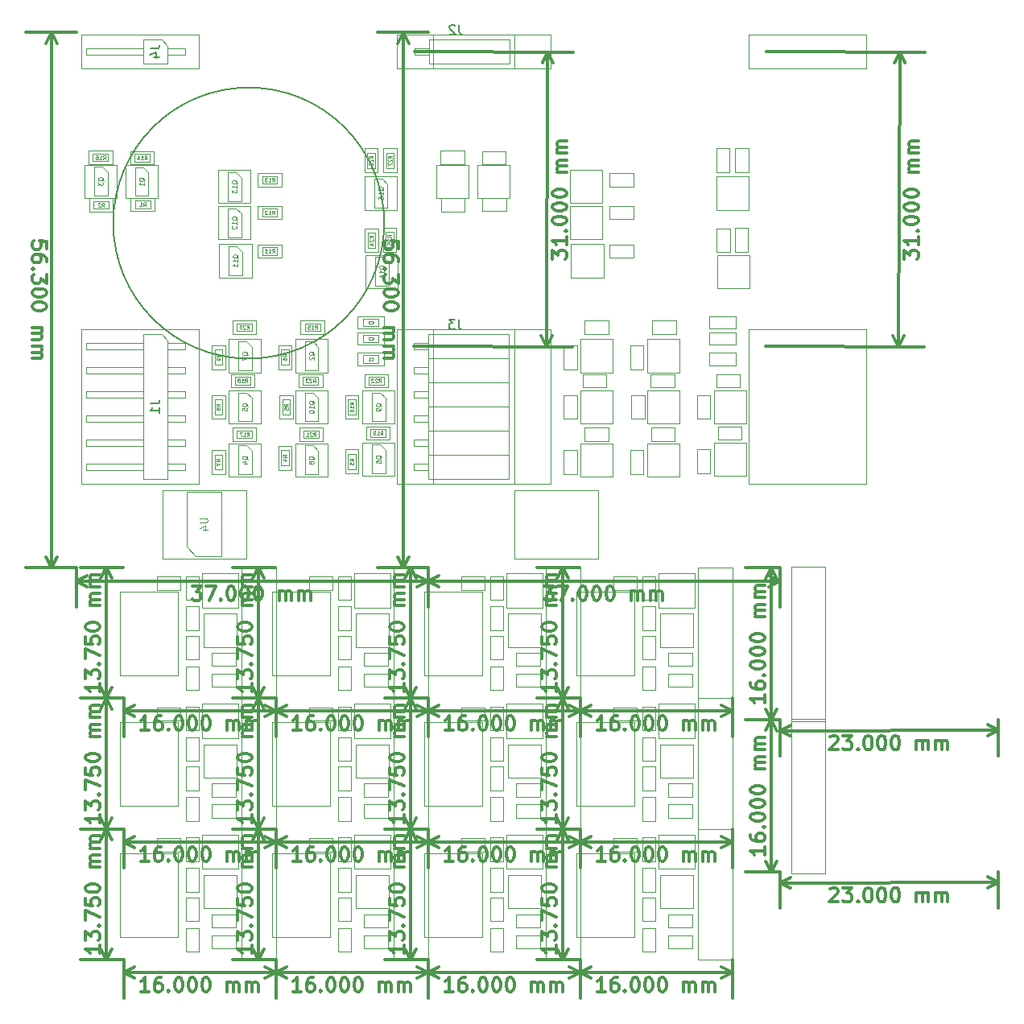
<source format=gbr>
%MOIN*%
%OFA0B0*%
%FSLAX46Y46*%
%IPPOS*%
%LPD*%
%ADD10C,0.0039370078740157488*%
%ADD11C,0.0019685039370078744*%
%ADD22C,0.0039370078740157488*%
%ADD23C,0.0039370078740157488*%
%ADD24C,0.0039370078740157488*%
%ADD25C,0.011811023622047244*%
%ADD26C,0.0039370078740157488*%
%ADD27C,0.0039370078740157488*%
%ADD28C,0.0019685039370078744*%
%ADD29C,0.0039370078740157488*%
%ADD30C,0.0039370078740157488*%
%ADD31C,0.0019685039370078744*%
%ADD32C,0.0039370078740157488*%
%ADD33C,0.0039370078740157488*%
%ADD34C,0.0039370078740157488*%
%ADD35C,0.011811023622047244*%
%ADD36C,0.0039370078740157488*%
%ADD37C,0.0039370078740157488*%
%ADD38C,0.0019685039370078744*%
%ADD39C,0.0039370078740157488*%
%ADD40C,0.0039370078740157488*%
%ADD41C,0.0019685039370078744*%
%ADD42C,0.0039370078740157488*%
%ADD43C,0.0039370078740157488*%
%ADD44C,0.0039370078740157488*%
%ADD45C,0.011811023622047244*%
%ADD46C,0.0039370078740157488*%
%ADD47C,0.0039370078740157488*%
%ADD48C,0.0019685039370078744*%
%ADD49C,0.0039370078740157488*%
%ADD50C,0.0039370078740157488*%
%ADD51C,0.0019685039370078744*%
%ADD52C,0.0039370078740157488*%
%ADD53C,0.0039370078740157488*%
%ADD54C,0.0039370078740157488*%
%ADD55C,0.011811023622047244*%
%ADD56C,0.0039370078740157488*%
%ADD57C,0.0039370078740157488*%
%ADD58C,0.0019685039370078744*%
%ADD59C,0.0039370078740157488*%
%ADD60C,0.0039370078740157488*%
%ADD61C,0.0019685039370078744*%
%ADD62C,0.0039370078740157488*%
%ADD63C,0.0039370078740157488*%
%ADD64C,0.0039370078740157488*%
%ADD65C,0.011811023622047244*%
%ADD66C,0.0039370078740157488*%
%ADD67C,0.0039370078740157488*%
%ADD68C,0.0019685039370078744*%
%ADD69C,0.0039370078740157488*%
%ADD70C,0.0039370078740157488*%
%ADD71C,0.0019685039370078744*%
%ADD72C,0.0039370078740157488*%
%ADD73C,0.0039370078740157488*%
%ADD74C,0.0039370078740157488*%
%ADD75C,0.011811023622047244*%
%ADD76C,0.0039370078740157488*%
%ADD77C,0.0039370078740157488*%
%ADD78C,0.0019685039370078744*%
%ADD79C,0.0039370078740157488*%
%ADD80C,0.0039370078740157488*%
%ADD81C,0.0019685039370078744*%
%ADD82C,0.0039370078740157488*%
%ADD83C,0.0039370078740157488*%
%ADD84C,0.0039370078740157488*%
%ADD85C,0.011811023622047244*%
%ADD86C,0.0039370078740157488*%
%ADD87C,0.0039370078740157488*%
%ADD88C,0.0019685039370078744*%
%ADD89C,0.0039370078740157488*%
%ADD90C,0.0039370078740157488*%
%ADD91C,0.0019685039370078744*%
%ADD92C,0.0039370078740157488*%
%ADD93C,0.0039370078740157488*%
%ADD94C,0.0039370078740157488*%
%ADD95C,0.011811023622047244*%
%ADD96C,0.0039370078740157488*%
%ADD97C,0.0039370078740157488*%
%ADD98C,0.0019685039370078744*%
%ADD99C,0.0039370078740157488*%
%ADD100C,0.0039370078740157488*%
%ADD101C,0.0019685039370078744*%
%ADD102C,0.0039370078740157488*%
%ADD103C,0.0039370078740157488*%
%ADD104C,0.0039370078740157488*%
%ADD105C,0.011811023622047244*%
%ADD106C,0.0039370078740157488*%
%ADD107C,0.0039370078740157488*%
%ADD108C,0.0019685039370078744*%
%ADD109C,0.0039370078740157488*%
%ADD110C,0.0039370078740157488*%
%ADD111C,0.0019685039370078744*%
%ADD112C,0.0039370078740157488*%
%ADD113C,0.0039370078740157488*%
%ADD114C,0.0039370078740157488*%
%ADD115C,0.011811023622047244*%
%ADD116C,0.0039370078740157488*%
%ADD117C,0.0039370078740157488*%
%ADD118C,0.0019685039370078744*%
%ADD119C,0.0039370078740157488*%
%ADD120C,0.0039370078740157488*%
%ADD121C,0.0019685039370078744*%
%ADD122C,0.0039370078740157488*%
%ADD123C,0.0039370078740157488*%
%ADD124C,0.0039370078740157488*%
%ADD125C,0.011811023622047244*%
%ADD126C,0.0039370078740157488*%
%ADD127C,0.0039370078740157488*%
%ADD128C,0.0019685039370078744*%
%ADD129C,0.0039370078740157488*%
%ADD130C,0.0039370078740157488*%
%ADD131C,0.0019685039370078744*%
%ADD132C,0.0039370078740157488*%
%ADD133C,0.0039370078740157488*%
%ADD134C,0.0039370078740157488*%
%ADD135C,0.011811023622047244*%
%ADD136C,0.0039370078740157488*%
%ADD137C,0.0039370078740157488*%
%ADD138C,0.0019685039370078744*%
%ADD139C,0.0039370078740157488*%
%ADD140C,0.0039370078740157488*%
%ADD141C,0.0019685039370078744*%
%ADD142C,0.0039370078740157488*%
%ADD143C,0.011811023622047244*%
%ADD144C,0.0039370078740157488*%
%ADD145C,0.0039370078740157488*%
%ADD146C,0.0019685039370078744*%
%ADD147C,0.0039370078740157488*%
%ADD148C,0.002952755905511811*%
%ADD149C,0.005905511811023622*%
%ADD150C,0.0047244094488188976*%
%ADD151C,0.0039370078740157488*%
%ADD152C,0.011811023622047244*%
%ADD153C,0.0039370078740157488*%
%ADD154C,0.005905511811023622*%
%ADD155C,0.0039370078740157488*%
%ADD156C,0.0039370078740157488*%
%ADD157C,0.0019685039370078744*%
%ADD158C,0.0039370078740157488*%
%ADD159C,0.0039370078740157488*%
%ADD160C,0.0039370078740157488*%
%ADD161C,0.011811023622047244*%
%ADD162C,0.0039370078740157488*%
%ADD163C,0.0039370078740157488*%
%ADD164C,0.0039370078740157488*%
%ADD165C,0.0039370078740157488*%
%ADD166C,0.0019685039370078744*%
%ADD167C,0.0039370078740157488*%
%ADD168C,0.0039370078740157488*%
%ADD169C,0.0039370078740157488*%
%ADD170C,0.011811023622047244*%
%ADD171C,0.0039370078740157488*%
%ADD172C,0.0039370078740157488*%
%ADD173C,0.0039370078740157488*%
G01G01*
D10*
D11*
X0000826771Y0001722440D02*
X0000826771Y0001181102D01*
X0000826771Y0001181102D02*
X0000685039Y0001181102D01*
X0000685039Y0001181102D02*
X0000685039Y0001722440D01*
X0000685039Y0001722440D02*
X0000826771Y0001722440D01*
G04 next file*
G04 Gerber Fmt 4.6, Leading zero omitted, Abs format (unit mm)*
G04 Created by KiCad (PCBNEW 4.0.7) date 11/16/17 17:14:57*
G01G01*
G04 APERTURE LIST*
G04 APERTURE END LIST*
D22*
G04 next file*
G04 Gerber Fmt 4.6, Leading zero omitted, Abs format (unit mm)*
G04 Created by KiCad (PCBNEW 4.0.7) date 11/16/17 17:14:57*
G01G01*
G04 APERTURE LIST*
G04 APERTURE END LIST*
D23*
G04 next file*
G04 Gerber Fmt 4.6, Leading zero omitted, Abs format (unit mm)*
G04 Created by KiCad (PCBNEW 4.0.7) date 11/16/17 17:14:57*
G01G01*
G04 APERTURE LIST*
G04 APERTURE END LIST*
D24*
D25*
X0000300899Y0001047694D02*
X0000267154Y0001047694D01*
X0000284027Y0001047694D02*
X0000284027Y0001106749D01*
X0000278402Y0001098312D01*
X0000272778Y0001092688D01*
X0000267154Y0001089876D01*
X0000351518Y0001106749D02*
X0000340270Y0001106749D01*
X0000334645Y0001103937D01*
X0000331833Y0001101124D01*
X0000326209Y0001092688D01*
X0000323397Y0001081439D01*
X0000323397Y0001058942D01*
X0000326209Y0001053318D01*
X0000329021Y0001050506D01*
X0000334645Y0001047694D01*
X0000345894Y0001047694D01*
X0000351518Y0001050506D01*
X0000354330Y0001053318D01*
X0000357142Y0001058942D01*
X0000357142Y0001073003D01*
X0000354330Y0001078627D01*
X0000351518Y0001081439D01*
X0000345894Y0001084251D01*
X0000334645Y0001084251D01*
X0000329021Y0001081439D01*
X0000326209Y0001078627D01*
X0000323397Y0001073003D01*
X0000382452Y0001053318D02*
X0000385264Y0001050506D01*
X0000382452Y0001047694D01*
X0000379640Y0001050506D01*
X0000382452Y0001053318D01*
X0000382452Y0001047694D01*
X0000421822Y0001106749D02*
X0000427446Y0001106749D01*
X0000433070Y0001103937D01*
X0000435883Y0001101124D01*
X0000438695Y0001095500D01*
X0000441507Y0001084251D01*
X0000441507Y0001070191D01*
X0000438695Y0001058942D01*
X0000435883Y0001053318D01*
X0000433070Y0001050506D01*
X0000427446Y0001047694D01*
X0000421822Y0001047694D01*
X0000416197Y0001050506D01*
X0000413385Y0001053318D01*
X0000410573Y0001058942D01*
X0000407761Y0001070191D01*
X0000407761Y0001084251D01*
X0000410573Y0001095500D01*
X0000413385Y0001101124D01*
X0000416197Y0001103937D01*
X0000421822Y0001106749D01*
X0000478065Y0001106749D02*
X0000483689Y0001106749D01*
X0000489313Y0001103937D01*
X0000492125Y0001101124D01*
X0000494938Y0001095500D01*
X0000497750Y0001084251D01*
X0000497750Y0001070191D01*
X0000494938Y0001058942D01*
X0000492125Y0001053318D01*
X0000489313Y0001050506D01*
X0000483689Y0001047694D01*
X0000478065Y0001047694D01*
X0000472440Y0001050506D01*
X0000469628Y0001053318D01*
X0000466816Y0001058942D01*
X0000464004Y0001070191D01*
X0000464004Y0001084251D01*
X0000466816Y0001095500D01*
X0000469628Y0001101124D01*
X0000472440Y0001103937D01*
X0000478065Y0001106749D01*
X0000534308Y0001106749D02*
X0000539932Y0001106749D01*
X0000545556Y0001103937D01*
X0000548368Y0001101124D01*
X0000551181Y0001095500D01*
X0000553993Y0001084251D01*
X0000553993Y0001070191D01*
X0000551181Y0001058942D01*
X0000548368Y0001053318D01*
X0000545556Y0001050506D01*
X0000539932Y0001047694D01*
X0000534308Y0001047694D01*
X0000528683Y0001050506D01*
X0000525871Y0001053318D01*
X0000523059Y0001058942D01*
X0000520247Y0001070191D01*
X0000520247Y0001084251D01*
X0000523059Y0001095500D01*
X0000525871Y0001101124D01*
X0000528683Y0001103937D01*
X0000534308Y0001106749D01*
X0000624296Y0001047694D02*
X0000624296Y0001087064D01*
X0000624296Y0001081439D02*
X0000627109Y0001084251D01*
X0000632733Y0001087064D01*
X0000641169Y0001087064D01*
X0000646794Y0001084251D01*
X0000649606Y0001078627D01*
X0000649606Y0001047694D01*
X0000649606Y0001078627D02*
X0000652418Y0001084251D01*
X0000658042Y0001087064D01*
X0000666479Y0001087064D01*
X0000672103Y0001084251D01*
X0000674915Y0001078627D01*
X0000674915Y0001047694D01*
X0000703037Y0001047694D02*
X0000703037Y0001087064D01*
X0000703037Y0001081439D02*
X0000705849Y0001084251D01*
X0000711473Y0001087064D01*
X0000719909Y0001087064D01*
X0000725534Y0001084251D01*
X0000728346Y0001078627D01*
X0000728346Y0001047694D01*
X0000728346Y0001078627D02*
X0000731158Y0001084251D01*
X0000736782Y0001087064D01*
X0000745219Y0001087064D01*
X0000750843Y0001084251D01*
X0000753655Y0001078627D01*
X0000753655Y0001047694D01*
X0000196850Y0001127559D02*
X0000826771Y0001127559D01*
X0000196850Y0001180708D02*
X0000196850Y0001021259D01*
X0000826771Y0001180708D02*
X0000826771Y0001021259D01*
X0000826771Y0001127559D02*
X0000782421Y0001104471D01*
X0000826771Y0001127559D02*
X0000782421Y0001150646D01*
X0000196850Y0001127559D02*
X0000241200Y0001104471D01*
X0000196850Y0001127559D02*
X0000241200Y0001150646D01*
X0000098368Y0001240466D02*
X0000098368Y0001206721D01*
X0000098368Y0001223593D02*
X0000039313Y0001223593D01*
X0000047750Y0001217969D01*
X0000053374Y0001212345D01*
X0000056186Y0001206721D01*
X0000039313Y0001260151D02*
X0000039313Y0001296709D01*
X0000061810Y0001277024D01*
X0000061810Y0001285461D01*
X0000064623Y0001291085D01*
X0000067435Y0001293897D01*
X0000073059Y0001296709D01*
X0000087120Y0001296709D01*
X0000092744Y0001293897D01*
X0000095556Y0001291085D01*
X0000098368Y0001285461D01*
X0000098368Y0001268588D01*
X0000095556Y0001262964D01*
X0000092744Y0001260151D01*
X0000092744Y0001322019D02*
X0000095556Y0001324831D01*
X0000098368Y0001322019D01*
X0000095556Y0001319206D01*
X0000092744Y0001322019D01*
X0000098368Y0001322019D01*
X0000039313Y0001344516D02*
X0000039313Y0001383886D01*
X0000098368Y0001358577D01*
X0000039313Y0001434505D02*
X0000039313Y0001406383D01*
X0000067435Y0001403571D01*
X0000064623Y0001406383D01*
X0000061811Y0001412007D01*
X0000061811Y0001426068D01*
X0000064623Y0001431692D01*
X0000067435Y0001434505D01*
X0000073059Y0001437317D01*
X0000087120Y0001437317D01*
X0000092744Y0001434505D01*
X0000095556Y0001431692D01*
X0000098368Y0001426068D01*
X0000098368Y0001412007D01*
X0000095556Y0001406383D01*
X0000092744Y0001403571D01*
X0000039313Y0001473875D02*
X0000039313Y0001479499D01*
X0000042125Y0001485123D01*
X0000044938Y0001487935D01*
X0000050562Y0001490748D01*
X0000061811Y0001493560D01*
X0000075871Y0001493560D01*
X0000087120Y0001490748D01*
X0000092744Y0001487935D01*
X0000095556Y0001485123D01*
X0000098368Y0001479499D01*
X0000098368Y0001473875D01*
X0000095556Y0001468250D01*
X0000092744Y0001465438D01*
X0000087120Y0001462626D01*
X0000075871Y0001459814D01*
X0000061811Y0001459814D01*
X0000050562Y0001462626D01*
X0000044938Y0001465438D01*
X0000042125Y0001468250D01*
X0000039313Y0001473875D01*
X0000098368Y0001563863D02*
X0000058998Y0001563863D01*
X0000064623Y0001563863D02*
X0000061811Y0001566675D01*
X0000058998Y0001572300D01*
X0000058998Y0001580736D01*
X0000061811Y0001586361D01*
X0000067435Y0001589173D01*
X0000098368Y0001589173D01*
X0000067435Y0001589173D02*
X0000061811Y0001591985D01*
X0000058998Y0001597609D01*
X0000058998Y0001606046D01*
X0000061811Y0001611670D01*
X0000067435Y0001614482D01*
X0000098368Y0001614482D01*
X0000098368Y0001642604D02*
X0000058998Y0001642604D01*
X0000064623Y0001642604D02*
X0000061811Y0001645416D01*
X0000058998Y0001651040D01*
X0000058998Y0001659476D01*
X0000061811Y0001665101D01*
X0000067435Y0001667913D01*
X0000098368Y0001667913D01*
X0000067435Y0001667913D02*
X0000061811Y0001670725D01*
X0000058998Y0001676349D01*
X0000058998Y0001684786D01*
X0000061811Y0001690410D01*
X0000067435Y0001693222D01*
X0000098368Y0001693222D01*
X0000124803Y0001180708D02*
X0000124803Y0001722047D01*
X0000194094Y0001180708D02*
X0000018503Y0001180708D01*
X0000194094Y0001722047D02*
X0000018503Y0001722047D01*
X0000124803Y0001722047D02*
X0000147890Y0001677696D01*
X0000124803Y0001722047D02*
X0000101715Y0001677696D01*
X0000124803Y0001180708D02*
X0000147890Y0001225059D01*
X0000124803Y0001180708D02*
X0000101715Y0001225059D01*
G04 next file*
G04 Gerber Fmt 4.6, Leading zero omitted, Abs format (unit mm)*
G04 Created by KiCad (PCBNEW 4.0.7) date 11/16/17 17:14:57*
G01G01*
G04 APERTURE LIST*
G04 APERTURE END LIST*
D26*
G04 next file*
G04 Gerber Fmt 4.6, Leading zero omitted, Abs format (unit mm)*
G04 Created by KiCad (PCBNEW 4.0.7) date 11/16/17 17:14:57*
G01G01*
G04 APERTURE LIST*
G04 APERTURE END LIST*
D27*
D28*
X0000181496Y0001622047D02*
X0000181496Y0001275590D01*
X0000421653Y0001275590D02*
X0000181496Y0001275590D01*
X0000421653Y0001622047D02*
X0000421653Y0001275590D01*
X0000181496Y0001622047D02*
X0000421653Y0001622047D01*
X0000662992Y0001392913D02*
X0000529133Y0001392913D01*
X0000529133Y0001392913D02*
X0000529133Y0001530708D01*
X0000529133Y0001530708D02*
X0000662992Y0001530708D01*
X0000662992Y0001530708D02*
X0000662992Y0001392913D01*
X0000672047Y0001698031D02*
X0000522440Y0001698031D01*
X0000672047Y0001556299D02*
X0000672047Y0001698031D01*
X0000522440Y0001556299D02*
X0000672047Y0001556299D01*
X0000522440Y0001698031D02*
X0000522440Y0001556299D01*
X0000508661Y0001686614D02*
X0000508661Y0001588188D01*
X0000508661Y0001686614D02*
X0000453543Y0001686614D01*
X0000453543Y0001588188D02*
X0000508661Y0001588188D01*
X0000453543Y0001588188D02*
X0000453543Y0001686614D01*
X0000453543Y0001462204D02*
X0000453543Y0001560629D01*
X0000453543Y0001462204D02*
X0000508661Y0001462204D01*
X0000508661Y0001560629D02*
X0000453543Y0001560629D01*
X0000508661Y0001560629D02*
X0000508661Y0001462204D01*
X0000432283Y0001628740D02*
X0000333858Y0001628740D01*
X0000432283Y0001628740D02*
X0000432283Y0001683858D01*
X0000333858Y0001683858D02*
X0000333858Y0001628740D01*
X0000333858Y0001683858D02*
X0000432283Y0001683858D01*
X0000453543Y0001340551D02*
X0000453543Y0001438976D01*
X0000453543Y0001340551D02*
X0000508661Y0001340551D01*
X0000508661Y0001438976D02*
X0000453543Y0001438976D01*
X0000508661Y0001438976D02*
X0000508661Y0001340551D01*
X0000508661Y0001312598D02*
X0000508661Y0001214173D01*
X0000508661Y0001312598D02*
X0000453543Y0001312598D01*
X0000453543Y0001214173D02*
X0000508661Y0001214173D01*
X0000453543Y0001214173D02*
X0000453543Y0001312598D01*
X0000660629Y0001227165D02*
X0000562204Y0001227165D01*
X0000660629Y0001227165D02*
X0000660629Y0001282283D01*
X0000562204Y0001282283D02*
X0000562204Y0001227165D01*
X0000562204Y0001282283D02*
X0000660629Y0001282283D01*
X0000660629Y0001313385D02*
X0000562204Y0001313385D01*
X0000660629Y0001313385D02*
X0000660629Y0001368503D01*
X0000562204Y0001368503D02*
X0000562204Y0001313385D01*
X0000562204Y0001368503D02*
X0000660629Y0001368503D01*
G04 next file*
G04 Gerber Fmt 4.6, Leading zero omitted, Abs format (unit mm)*
G04 Created by KiCad (PCBNEW 4.0.7) date 11/16/17 17:14:57*
G01G01*
G04 APERTURE LIST*
G04 APERTURE END LIST*
D29*
G04 next file*
G04 Gerber Fmt 4.6, Leading zero omitted, Abs format (unit mm)*
G04 Created by KiCad (PCBNEW 4.0.7) date 11/16/17 17:14:57*
G01G01*
G04 APERTURE LIST*
G04 APERTURE END LIST*
D30*
D31*
X0000826771Y0001181102D02*
X0000826771Y0000639763D01*
X0000826771Y0000639763D02*
X0000685039Y0000639763D01*
X0000685039Y0000639763D02*
X0000685039Y0001181102D01*
X0000685039Y0001181102D02*
X0000826771Y0001181102D01*
G04 next file*
G04 Gerber Fmt 4.6, Leading zero omitted, Abs format (unit mm)*
G04 Created by KiCad (PCBNEW 4.0.7) date 11/16/17 17:14:57*
G01G01*
G04 APERTURE LIST*
G04 APERTURE END LIST*
D32*
G04 next file*
G04 Gerber Fmt 4.6, Leading zero omitted, Abs format (unit mm)*
G04 Created by KiCad (PCBNEW 4.0.7) date 11/16/17 17:14:57*
G01G01*
G04 APERTURE LIST*
G04 APERTURE END LIST*
D33*
G04 next file*
G04 Gerber Fmt 4.6, Leading zero omitted, Abs format (unit mm)*
G04 Created by KiCad (PCBNEW 4.0.7) date 11/16/17 17:14:57*
G01G01*
G04 APERTURE LIST*
G04 APERTURE END LIST*
D34*
D35*
X0000300899Y0000506355D02*
X0000267154Y0000506355D01*
X0000284027Y0000506355D02*
X0000284027Y0000565410D01*
X0000278402Y0000556974D01*
X0000272778Y0000551349D01*
X0000267154Y0000548537D01*
X0000351518Y0000565410D02*
X0000340270Y0000565410D01*
X0000334645Y0000562598D01*
X0000331833Y0000559786D01*
X0000326209Y0000551349D01*
X0000323397Y0000540101D01*
X0000323397Y0000517604D01*
X0000326209Y0000511979D01*
X0000329021Y0000509167D01*
X0000334645Y0000506355D01*
X0000345894Y0000506355D01*
X0000351518Y0000509167D01*
X0000354330Y0000511979D01*
X0000357142Y0000517604D01*
X0000357142Y0000531664D01*
X0000354330Y0000537289D01*
X0000351518Y0000540101D01*
X0000345894Y0000542913D01*
X0000334645Y0000542913D01*
X0000329021Y0000540101D01*
X0000326209Y0000537289D01*
X0000323397Y0000531664D01*
X0000382452Y0000511979D02*
X0000385264Y0000509167D01*
X0000382452Y0000506355D01*
X0000379640Y0000509167D01*
X0000382452Y0000511979D01*
X0000382452Y0000506355D01*
X0000421822Y0000565410D02*
X0000427446Y0000565410D01*
X0000433070Y0000562598D01*
X0000435883Y0000559786D01*
X0000438695Y0000554161D01*
X0000441507Y0000542913D01*
X0000441507Y0000528852D01*
X0000438695Y0000517604D01*
X0000435883Y0000511979D01*
X0000433070Y0000509167D01*
X0000427446Y0000506355D01*
X0000421822Y0000506355D01*
X0000416197Y0000509167D01*
X0000413385Y0000511979D01*
X0000410573Y0000517604D01*
X0000407761Y0000528852D01*
X0000407761Y0000542913D01*
X0000410573Y0000554161D01*
X0000413385Y0000559786D01*
X0000416197Y0000562598D01*
X0000421822Y0000565410D01*
X0000478065Y0000565410D02*
X0000483689Y0000565410D01*
X0000489313Y0000562598D01*
X0000492125Y0000559786D01*
X0000494938Y0000554161D01*
X0000497750Y0000542913D01*
X0000497750Y0000528852D01*
X0000494938Y0000517604D01*
X0000492125Y0000511979D01*
X0000489313Y0000509167D01*
X0000483689Y0000506355D01*
X0000478065Y0000506355D01*
X0000472440Y0000509167D01*
X0000469628Y0000511979D01*
X0000466816Y0000517604D01*
X0000464004Y0000528852D01*
X0000464004Y0000542913D01*
X0000466816Y0000554161D01*
X0000469628Y0000559786D01*
X0000472440Y0000562598D01*
X0000478065Y0000565410D01*
X0000534308Y0000565410D02*
X0000539932Y0000565410D01*
X0000545556Y0000562598D01*
X0000548368Y0000559786D01*
X0000551181Y0000554161D01*
X0000553993Y0000542913D01*
X0000553993Y0000528852D01*
X0000551181Y0000517604D01*
X0000548368Y0000511979D01*
X0000545556Y0000509167D01*
X0000539932Y0000506355D01*
X0000534308Y0000506355D01*
X0000528683Y0000509167D01*
X0000525871Y0000511979D01*
X0000523059Y0000517604D01*
X0000520247Y0000528852D01*
X0000520247Y0000542913D01*
X0000523059Y0000554161D01*
X0000525871Y0000559786D01*
X0000528683Y0000562598D01*
X0000534308Y0000565410D01*
X0000624296Y0000506355D02*
X0000624296Y0000545725D01*
X0000624296Y0000540101D02*
X0000627109Y0000542913D01*
X0000632733Y0000545725D01*
X0000641169Y0000545725D01*
X0000646794Y0000542913D01*
X0000649606Y0000537289D01*
X0000649606Y0000506355D01*
X0000649606Y0000537289D02*
X0000652418Y0000542913D01*
X0000658042Y0000545725D01*
X0000666479Y0000545725D01*
X0000672103Y0000542913D01*
X0000674915Y0000537289D01*
X0000674915Y0000506355D01*
X0000703037Y0000506355D02*
X0000703037Y0000545725D01*
X0000703037Y0000540101D02*
X0000705849Y0000542913D01*
X0000711473Y0000545725D01*
X0000719909Y0000545725D01*
X0000725534Y0000542913D01*
X0000728346Y0000537289D01*
X0000728346Y0000506355D01*
X0000728346Y0000537289D02*
X0000731158Y0000542913D01*
X0000736782Y0000545725D01*
X0000745219Y0000545725D01*
X0000750843Y0000542913D01*
X0000753655Y0000537289D01*
X0000753655Y0000506355D01*
X0000196850Y0000586220D02*
X0000826771Y0000586220D01*
X0000196850Y0000639370D02*
X0000196850Y0000479921D01*
X0000826771Y0000639370D02*
X0000826771Y0000479921D01*
X0000826771Y0000586220D02*
X0000782421Y0000563133D01*
X0000826771Y0000586220D02*
X0000782421Y0000609307D01*
X0000196850Y0000586220D02*
X0000241200Y0000563133D01*
X0000196850Y0000586220D02*
X0000241200Y0000609307D01*
X0000098368Y0000699128D02*
X0000098368Y0000665382D01*
X0000098368Y0000682255D02*
X0000039313Y0000682255D01*
X0000047750Y0000676631D01*
X0000053374Y0000671006D01*
X0000056186Y0000665382D01*
X0000039313Y0000718813D02*
X0000039313Y0000755371D01*
X0000061810Y0000735686D01*
X0000061810Y0000744122D01*
X0000064623Y0000749746D01*
X0000067435Y0000752559D01*
X0000073059Y0000755371D01*
X0000087120Y0000755371D01*
X0000092744Y0000752559D01*
X0000095556Y0000749746D01*
X0000098368Y0000744122D01*
X0000098368Y0000727249D01*
X0000095556Y0000721625D01*
X0000092744Y0000718813D01*
X0000092744Y0000780680D02*
X0000095556Y0000783492D01*
X0000098368Y0000780680D01*
X0000095556Y0000777868D01*
X0000092744Y0000780680D01*
X0000098368Y0000780680D01*
X0000039313Y0000803177D02*
X0000039313Y0000842547D01*
X0000098368Y0000817238D01*
X0000039313Y0000893166D02*
X0000039313Y0000865045D01*
X0000067435Y0000862232D01*
X0000064623Y0000865045D01*
X0000061811Y0000870669D01*
X0000061811Y0000884730D01*
X0000064623Y0000890354D01*
X0000067435Y0000893166D01*
X0000073059Y0000895978D01*
X0000087120Y0000895978D01*
X0000092744Y0000893166D01*
X0000095556Y0000890354D01*
X0000098368Y0000884730D01*
X0000098368Y0000870669D01*
X0000095556Y0000865045D01*
X0000092744Y0000862232D01*
X0000039313Y0000932536D02*
X0000039313Y0000938160D01*
X0000042125Y0000943785D01*
X0000044938Y0000946597D01*
X0000050562Y0000949409D01*
X0000061811Y0000952221D01*
X0000075871Y0000952221D01*
X0000087120Y0000949409D01*
X0000092744Y0000946597D01*
X0000095556Y0000943785D01*
X0000098368Y0000938160D01*
X0000098368Y0000932536D01*
X0000095556Y0000926912D01*
X0000092744Y0000924100D01*
X0000087120Y0000921287D01*
X0000075871Y0000918475D01*
X0000061811Y0000918475D01*
X0000050562Y0000921287D01*
X0000044938Y0000924100D01*
X0000042125Y0000926912D01*
X0000039313Y0000932536D01*
X0000098368Y0001022525D02*
X0000058998Y0001022525D01*
X0000064623Y0001022525D02*
X0000061811Y0001025337D01*
X0000058998Y0001030961D01*
X0000058998Y0001039398D01*
X0000061811Y0001045022D01*
X0000067435Y0001047834D01*
X0000098368Y0001047834D01*
X0000067435Y0001047834D02*
X0000061811Y0001050646D01*
X0000058998Y0001056271D01*
X0000058998Y0001064707D01*
X0000061811Y0001070331D01*
X0000067435Y0001073143D01*
X0000098368Y0001073143D01*
X0000098368Y0001101265D02*
X0000058998Y0001101265D01*
X0000064623Y0001101265D02*
X0000061811Y0001104077D01*
X0000058998Y0001109701D01*
X0000058998Y0001118138D01*
X0000061811Y0001123762D01*
X0000067435Y0001126574D01*
X0000098368Y0001126574D01*
X0000067435Y0001126574D02*
X0000061811Y0001129386D01*
X0000058998Y0001135011D01*
X0000058998Y0001143447D01*
X0000061811Y0001149071D01*
X0000067435Y0001151884D01*
X0000098368Y0001151884D01*
X0000124803Y0000639370D02*
X0000124803Y0001180708D01*
X0000194094Y0000639370D02*
X0000018503Y0000639370D01*
X0000194094Y0001180708D02*
X0000018503Y0001180708D01*
X0000124803Y0001180708D02*
X0000147890Y0001136358D01*
X0000124803Y0001180708D02*
X0000101715Y0001136358D01*
X0000124803Y0000639370D02*
X0000147890Y0000683720D01*
X0000124803Y0000639370D02*
X0000101715Y0000683720D01*
G04 next file*
G04 Gerber Fmt 4.6, Leading zero omitted, Abs format (unit mm)*
G04 Created by KiCad (PCBNEW 4.0.7) date 11/16/17 17:14:57*
G01G01*
G04 APERTURE LIST*
G04 APERTURE END LIST*
D36*
G04 next file*
G04 Gerber Fmt 4.6, Leading zero omitted, Abs format (unit mm)*
G04 Created by KiCad (PCBNEW 4.0.7) date 11/16/17 17:14:57*
G01G01*
G04 APERTURE LIST*
G04 APERTURE END LIST*
D37*
D38*
X0000181496Y0001080708D02*
X0000181496Y0000734251D01*
X0000421653Y0000734251D02*
X0000181496Y0000734251D01*
X0000421653Y0001080708D02*
X0000421653Y0000734251D01*
X0000181496Y0001080708D02*
X0000421653Y0001080708D01*
X0000662992Y0000851574D02*
X0000529133Y0000851574D01*
X0000529133Y0000851574D02*
X0000529133Y0000989370D01*
X0000529133Y0000989370D02*
X0000662992Y0000989370D01*
X0000662992Y0000989370D02*
X0000662992Y0000851574D01*
X0000672047Y0001156692D02*
X0000522440Y0001156692D01*
X0000672047Y0001014960D02*
X0000672047Y0001156692D01*
X0000522440Y0001014960D02*
X0000672047Y0001014960D01*
X0000522440Y0001156692D02*
X0000522440Y0001014960D01*
X0000508661Y0001145275D02*
X0000508661Y0001046850D01*
X0000508661Y0001145275D02*
X0000453543Y0001145275D01*
X0000453543Y0001046850D02*
X0000508661Y0001046850D01*
X0000453543Y0001046850D02*
X0000453543Y0001145275D01*
X0000453543Y0000920866D02*
X0000453543Y0001019291D01*
X0000453543Y0000920866D02*
X0000508661Y0000920866D01*
X0000508661Y0001019291D02*
X0000453543Y0001019291D01*
X0000508661Y0001019291D02*
X0000508661Y0000920866D01*
X0000432283Y0001087401D02*
X0000333858Y0001087401D01*
X0000432283Y0001087401D02*
X0000432283Y0001142519D01*
X0000333858Y0001142519D02*
X0000333858Y0001087401D01*
X0000333858Y0001142519D02*
X0000432283Y0001142519D01*
X0000453543Y0000799212D02*
X0000453543Y0000897637D01*
X0000453543Y0000799212D02*
X0000508661Y0000799212D01*
X0000508661Y0000897637D02*
X0000453543Y0000897637D01*
X0000508661Y0000897637D02*
X0000508661Y0000799212D01*
X0000508661Y0000771259D02*
X0000508661Y0000672834D01*
X0000508661Y0000771259D02*
X0000453543Y0000771259D01*
X0000453543Y0000672834D02*
X0000508661Y0000672834D01*
X0000453543Y0000672834D02*
X0000453543Y0000771259D01*
X0000660629Y0000685826D02*
X0000562204Y0000685826D01*
X0000660629Y0000685826D02*
X0000660629Y0000740944D01*
X0000562204Y0000740944D02*
X0000562204Y0000685826D01*
X0000562204Y0000740944D02*
X0000660629Y0000740944D01*
X0000660629Y0000772047D02*
X0000562204Y0000772047D01*
X0000660629Y0000772047D02*
X0000660629Y0000827165D01*
X0000562204Y0000827165D02*
X0000562204Y0000772047D01*
X0000562204Y0000827165D02*
X0000660629Y0000827165D01*
G04 next file*
G04 Gerber Fmt 4.6, Leading zero omitted, Abs format (unit mm)*
G04 Created by KiCad (PCBNEW 4.0.7) date 11/16/17 17:14:57*
G01G01*
G04 APERTURE LIST*
G04 APERTURE END LIST*
D39*
G04 next file*
G04 Gerber Fmt 4.6, Leading zero omitted, Abs format (unit mm)*
G04 Created by KiCad (PCBNEW 4.0.7) date 11/16/17 17:14:57*
G01G01*
G04 APERTURE LIST*
G04 APERTURE END LIST*
D40*
D41*
X0000826771Y0000639763D02*
X0000826771Y0000098425D01*
X0000826771Y0000098425D02*
X0000685039Y0000098425D01*
X0000685039Y0000098425D02*
X0000685039Y0000639763D01*
X0000685039Y0000639763D02*
X0000826771Y0000639763D01*
G04 next file*
G04 Gerber Fmt 4.6, Leading zero omitted, Abs format (unit mm)*
G04 Created by KiCad (PCBNEW 4.0.7) date 11/16/17 17:14:57*
G01G01*
G04 APERTURE LIST*
G04 APERTURE END LIST*
D42*
G04 next file*
G04 Gerber Fmt 4.6, Leading zero omitted, Abs format (unit mm)*
G04 Created by KiCad (PCBNEW 4.0.7) date 11/16/17 17:14:57*
G01G01*
G04 APERTURE LIST*
G04 APERTURE END LIST*
D43*
G04 next file*
G04 Gerber Fmt 4.6, Leading zero omitted, Abs format (unit mm)*
G04 Created by KiCad (PCBNEW 4.0.7) date 11/16/17 17:14:57*
G01G01*
G04 APERTURE LIST*
G04 APERTURE END LIST*
D44*
D45*
X0000300899Y-0000034983D02*
X0000267154Y-0000034983D01*
X0000284027Y-0000034983D02*
X0000284027Y0000024071D01*
X0000278402Y0000015635D01*
X0000272778Y0000010011D01*
X0000267154Y0000007199D01*
X0000351518Y0000024071D02*
X0000340270Y0000024071D01*
X0000334645Y0000021259D01*
X0000331833Y0000018447D01*
X0000326209Y0000010011D01*
X0000323397Y-0000001237D01*
X0000323397Y-0000023734D01*
X0000326209Y-0000029358D01*
X0000329021Y-0000032170D01*
X0000334645Y-0000034983D01*
X0000345894Y-0000034983D01*
X0000351518Y-0000032170D01*
X0000354330Y-0000029358D01*
X0000357142Y-0000023734D01*
X0000357142Y-0000009673D01*
X0000354330Y-0000004049D01*
X0000351518Y-0000001237D01*
X0000345894Y0000001574D01*
X0000334645Y0000001574D01*
X0000329021Y-0000001237D01*
X0000326209Y-0000004049D01*
X0000323397Y-0000009673D01*
X0000382452Y-0000029358D02*
X0000385264Y-0000032170D01*
X0000382452Y-0000034983D01*
X0000379640Y-0000032170D01*
X0000382452Y-0000029358D01*
X0000382452Y-0000034983D01*
X0000421822Y0000024071D02*
X0000427446Y0000024071D01*
X0000433070Y0000021259D01*
X0000435883Y0000018447D01*
X0000438695Y0000012823D01*
X0000441507Y0000001574D01*
X0000441507Y-0000012485D01*
X0000438695Y-0000023734D01*
X0000435883Y-0000029358D01*
X0000433070Y-0000032170D01*
X0000427446Y-0000034983D01*
X0000421822Y-0000034983D01*
X0000416197Y-0000032170D01*
X0000413385Y-0000029358D01*
X0000410573Y-0000023734D01*
X0000407761Y-0000012485D01*
X0000407761Y0000001574D01*
X0000410573Y0000012823D01*
X0000413385Y0000018447D01*
X0000416197Y0000021259D01*
X0000421822Y0000024071D01*
X0000478065Y0000024071D02*
X0000483689Y0000024071D01*
X0000489313Y0000021259D01*
X0000492125Y0000018447D01*
X0000494938Y0000012823D01*
X0000497750Y0000001574D01*
X0000497750Y-0000012485D01*
X0000494938Y-0000023734D01*
X0000492125Y-0000029358D01*
X0000489313Y-0000032170D01*
X0000483689Y-0000034983D01*
X0000478065Y-0000034983D01*
X0000472440Y-0000032170D01*
X0000469628Y-0000029358D01*
X0000466816Y-0000023734D01*
X0000464004Y-0000012485D01*
X0000464004Y0000001574D01*
X0000466816Y0000012823D01*
X0000469628Y0000018447D01*
X0000472440Y0000021259D01*
X0000478065Y0000024071D01*
X0000534308Y0000024071D02*
X0000539932Y0000024071D01*
X0000545556Y0000021259D01*
X0000548368Y0000018447D01*
X0000551181Y0000012823D01*
X0000553993Y0000001574D01*
X0000553993Y-0000012485D01*
X0000551181Y-0000023734D01*
X0000548368Y-0000029358D01*
X0000545556Y-0000032170D01*
X0000539932Y-0000034983D01*
X0000534308Y-0000034983D01*
X0000528683Y-0000032170D01*
X0000525871Y-0000029358D01*
X0000523059Y-0000023734D01*
X0000520247Y-0000012485D01*
X0000520247Y0000001574D01*
X0000523059Y0000012823D01*
X0000525871Y0000018447D01*
X0000528683Y0000021259D01*
X0000534308Y0000024071D01*
X0000624296Y-0000034983D02*
X0000624296Y0000004386D01*
X0000624296Y-0000001237D02*
X0000627109Y0000001574D01*
X0000632733Y0000004386D01*
X0000641169Y0000004386D01*
X0000646794Y0000001574D01*
X0000649606Y-0000004049D01*
X0000649606Y-0000034983D01*
X0000649606Y-0000004049D02*
X0000652418Y0000001574D01*
X0000658042Y0000004386D01*
X0000666479Y0000004386D01*
X0000672103Y0000001574D01*
X0000674915Y-0000004049D01*
X0000674915Y-0000034983D01*
X0000703037Y-0000034983D02*
X0000703037Y0000004386D01*
X0000703037Y-0000001237D02*
X0000705849Y0000001574D01*
X0000711473Y0000004386D01*
X0000719909Y0000004386D01*
X0000725534Y0000001574D01*
X0000728346Y-0000004049D01*
X0000728346Y-0000034983D01*
X0000728346Y-0000004049D02*
X0000731158Y0000001574D01*
X0000736782Y0000004386D01*
X0000745219Y0000004386D01*
X0000750843Y0000001574D01*
X0000753655Y-0000004049D01*
X0000753655Y-0000034983D01*
X0000196850Y0000044881D02*
X0000826771Y0000044881D01*
X0000196850Y0000098031D02*
X0000196850Y-0000061417D01*
X0000826771Y0000098031D02*
X0000826771Y-0000061417D01*
X0000826771Y0000044881D02*
X0000782421Y0000021794D01*
X0000826771Y0000044881D02*
X0000782421Y0000067969D01*
X0000196850Y0000044881D02*
X0000241200Y0000021794D01*
X0000196850Y0000044881D02*
X0000241200Y0000067969D01*
X0000098368Y0000157789D02*
X0000098368Y0000124043D01*
X0000098368Y0000140916D02*
X0000039313Y0000140916D01*
X0000047750Y0000135292D01*
X0000053374Y0000129668D01*
X0000056186Y0000124043D01*
X0000039313Y0000177474D02*
X0000039313Y0000214032D01*
X0000061810Y0000194347D01*
X0000061810Y0000202784D01*
X0000064623Y0000208408D01*
X0000067435Y0000211220D01*
X0000073059Y0000214032D01*
X0000087120Y0000214032D01*
X0000092744Y0000211220D01*
X0000095556Y0000208408D01*
X0000098368Y0000202784D01*
X0000098368Y0000185911D01*
X0000095556Y0000180286D01*
X0000092744Y0000177474D01*
X0000092744Y0000239341D02*
X0000095556Y0000242154D01*
X0000098368Y0000239341D01*
X0000095556Y0000236529D01*
X0000092744Y0000239341D01*
X0000098368Y0000239341D01*
X0000039313Y0000261839D02*
X0000039313Y0000301209D01*
X0000098368Y0000275899D01*
X0000039313Y0000351827D02*
X0000039313Y0000323706D01*
X0000067435Y0000320894D01*
X0000064623Y0000323706D01*
X0000061811Y0000329330D01*
X0000061811Y0000343391D01*
X0000064623Y0000349015D01*
X0000067435Y0000351827D01*
X0000073059Y0000354640D01*
X0000087120Y0000354640D01*
X0000092744Y0000351827D01*
X0000095556Y0000349015D01*
X0000098368Y0000343391D01*
X0000098368Y0000329330D01*
X0000095556Y0000323706D01*
X0000092744Y0000320894D01*
X0000039313Y0000391197D02*
X0000039313Y0000396822D01*
X0000042125Y0000402446D01*
X0000044938Y0000405258D01*
X0000050562Y0000408070D01*
X0000061811Y0000410882D01*
X0000075871Y0000410882D01*
X0000087120Y0000408070D01*
X0000092744Y0000405258D01*
X0000095556Y0000402446D01*
X0000098368Y0000396822D01*
X0000098368Y0000391197D01*
X0000095556Y0000385573D01*
X0000092744Y0000382761D01*
X0000087120Y0000379949D01*
X0000075871Y0000377137D01*
X0000061811Y0000377137D01*
X0000050562Y0000379949D01*
X0000044938Y0000382761D01*
X0000042125Y0000385573D01*
X0000039313Y0000391197D01*
X0000098368Y0000481186D02*
X0000058998Y0000481186D01*
X0000064623Y0000481186D02*
X0000061811Y0000483998D01*
X0000058998Y0000489623D01*
X0000058998Y0000498059D01*
X0000061811Y0000503683D01*
X0000067435Y0000506496D01*
X0000098368Y0000506496D01*
X0000067435Y0000506496D02*
X0000061811Y0000509308D01*
X0000058998Y0000514932D01*
X0000058998Y0000523368D01*
X0000061811Y0000528993D01*
X0000067435Y0000531805D01*
X0000098368Y0000531805D01*
X0000098368Y0000559926D02*
X0000058998Y0000559926D01*
X0000064623Y0000559926D02*
X0000061811Y0000562738D01*
X0000058998Y0000568363D01*
X0000058998Y0000576799D01*
X0000061811Y0000582424D01*
X0000067435Y0000585236D01*
X0000098368Y0000585236D01*
X0000067435Y0000585236D02*
X0000061811Y0000588048D01*
X0000058998Y0000593672D01*
X0000058998Y0000602109D01*
X0000061811Y0000607733D01*
X0000067435Y0000610545D01*
X0000098368Y0000610545D01*
X0000124803Y0000098031D02*
X0000124803Y0000639370D01*
X0000194094Y0000098031D02*
X0000018503Y0000098031D01*
X0000194094Y0000639370D02*
X0000018503Y0000639370D01*
X0000124803Y0000639370D02*
X0000147890Y0000595019D01*
X0000124803Y0000639370D02*
X0000101715Y0000595019D01*
X0000124803Y0000098031D02*
X0000147890Y0000142382D01*
X0000124803Y0000098031D02*
X0000101715Y0000142382D01*
G04 next file*
G04 Gerber Fmt 4.6, Leading zero omitted, Abs format (unit mm)*
G04 Created by KiCad (PCBNEW 4.0.7) date 11/16/17 17:14:57*
G01G01*
G04 APERTURE LIST*
G04 APERTURE END LIST*
D46*
G04 next file*
G04 Gerber Fmt 4.6, Leading zero omitted, Abs format (unit mm)*
G04 Created by KiCad (PCBNEW 4.0.7) date 11/16/17 17:14:57*
G01G01*
G04 APERTURE LIST*
G04 APERTURE END LIST*
D47*
D48*
X0000181496Y0000539370D02*
X0000181496Y0000192913D01*
X0000421653Y0000192913D02*
X0000181496Y0000192913D01*
X0000421653Y0000539370D02*
X0000421653Y0000192913D01*
X0000181496Y0000539370D02*
X0000421653Y0000539370D01*
X0000662992Y0000310236D02*
X0000529133Y0000310236D01*
X0000529133Y0000310236D02*
X0000529133Y0000448031D01*
X0000529133Y0000448031D02*
X0000662992Y0000448031D01*
X0000662992Y0000448031D02*
X0000662992Y0000310236D01*
X0000672047Y0000615354D02*
X0000522440Y0000615354D01*
X0000672047Y0000473622D02*
X0000672047Y0000615354D01*
X0000522440Y0000473622D02*
X0000672047Y0000473622D01*
X0000522440Y0000615354D02*
X0000522440Y0000473622D01*
X0000508661Y0000603937D02*
X0000508661Y0000505511D01*
X0000508661Y0000603937D02*
X0000453543Y0000603937D01*
X0000453543Y0000505511D02*
X0000508661Y0000505511D01*
X0000453543Y0000505511D02*
X0000453543Y0000603937D01*
X0000453543Y0000379527D02*
X0000453543Y0000477952D01*
X0000453543Y0000379527D02*
X0000508661Y0000379527D01*
X0000508661Y0000477952D02*
X0000453543Y0000477952D01*
X0000508661Y0000477952D02*
X0000508661Y0000379527D01*
X0000432283Y0000546062D02*
X0000333858Y0000546062D01*
X0000432283Y0000546062D02*
X0000432283Y0000601181D01*
X0000333858Y0000601181D02*
X0000333858Y0000546062D01*
X0000333858Y0000601181D02*
X0000432283Y0000601181D01*
X0000453543Y0000257874D02*
X0000453543Y0000356299D01*
X0000453543Y0000257874D02*
X0000508661Y0000257873D01*
X0000508661Y0000356299D02*
X0000453543Y0000356299D01*
X0000508661Y0000356299D02*
X0000508661Y0000257873D01*
X0000508661Y0000229921D02*
X0000508661Y0000131496D01*
X0000508661Y0000229921D02*
X0000453543Y0000229921D01*
X0000453543Y0000131496D02*
X0000508661Y0000131496D01*
X0000453543Y0000131496D02*
X0000453543Y0000229921D01*
X0000660629Y0000144488D02*
X0000562204Y0000144488D01*
X0000660629Y0000144488D02*
X0000660629Y0000199606D01*
X0000562204Y0000199606D02*
X0000562204Y0000144488D01*
X0000562204Y0000199606D02*
X0000660629Y0000199606D01*
X0000660629Y0000230708D02*
X0000562204Y0000230708D01*
X0000660629Y0000230708D02*
X0000660629Y0000285826D01*
X0000562204Y0000285826D02*
X0000562204Y0000230708D01*
X0000562204Y0000285826D02*
X0000660629Y0000285826D01*
G04 next file*
G04 Gerber Fmt 4.6, Leading zero omitted, Abs format (unit mm)*
G04 Created by KiCad (PCBNEW 4.0.7) date 11/16/17 17:14:57*
G01G01*
G04 APERTURE LIST*
G04 APERTURE END LIST*
D49*
G04 next file*
G04 Gerber Fmt 4.6, Leading zero omitted, Abs format (unit mm)*
G04 Created by KiCad (PCBNEW 4.0.7) date 11/16/17 17:14:57*
G01G01*
G04 APERTURE LIST*
G04 APERTURE END LIST*
D50*
D51*
X0001456692Y0001722440D02*
X0001456692Y0001181102D01*
X0001456692Y0001181102D02*
X0001314960Y0001181102D01*
X0001314960Y0001181102D02*
X0001314960Y0001722440D01*
X0001314960Y0001722440D02*
X0001456692Y0001722440D01*
G04 next file*
G04 Gerber Fmt 4.6, Leading zero omitted, Abs format (unit mm)*
G04 Created by KiCad (PCBNEW 4.0.7) date 11/16/17 17:14:57*
G01G01*
G04 APERTURE LIST*
G04 APERTURE END LIST*
D52*
G04 next file*
G04 Gerber Fmt 4.6, Leading zero omitted, Abs format (unit mm)*
G04 Created by KiCad (PCBNEW 4.0.7) date 11/16/17 17:14:57*
G01G01*
G04 APERTURE LIST*
G04 APERTURE END LIST*
D53*
G04 next file*
G04 Gerber Fmt 4.6, Leading zero omitted, Abs format (unit mm)*
G04 Created by KiCad (PCBNEW 4.0.7) date 11/16/17 17:14:57*
G01G01*
G04 APERTURE LIST*
G04 APERTURE END LIST*
D54*
D55*
X0000930821Y0001047694D02*
X0000897075Y0001047694D01*
X0000913948Y0001047694D02*
X0000913948Y0001106749D01*
X0000908324Y0001098312D01*
X0000902699Y0001092688D01*
X0000897075Y0001089876D01*
X0000981439Y0001106749D02*
X0000970191Y0001106749D01*
X0000964566Y0001103937D01*
X0000961754Y0001101124D01*
X0000956130Y0001092688D01*
X0000953318Y0001081439D01*
X0000953318Y0001058942D01*
X0000956130Y0001053318D01*
X0000958942Y0001050506D01*
X0000964566Y0001047694D01*
X0000975815Y0001047694D01*
X0000981439Y0001050506D01*
X0000984252Y0001053318D01*
X0000987064Y0001058942D01*
X0000987064Y0001073003D01*
X0000984252Y0001078627D01*
X0000981439Y0001081439D01*
X0000975815Y0001084251D01*
X0000964566Y0001084251D01*
X0000958942Y0001081439D01*
X0000956130Y0001078627D01*
X0000953318Y0001073003D01*
X0001012373Y0001053318D02*
X0001015185Y0001050506D01*
X0001012373Y0001047694D01*
X0001009561Y0001050506D01*
X0001012373Y0001053318D01*
X0001012373Y0001047694D01*
X0001051743Y0001106749D02*
X0001057367Y0001106749D01*
X0001062992Y0001103937D01*
X0001065804Y0001101124D01*
X0001068616Y0001095500D01*
X0001071428Y0001084251D01*
X0001071428Y0001070191D01*
X0001068616Y0001058942D01*
X0001065804Y0001053318D01*
X0001062992Y0001050506D01*
X0001057367Y0001047694D01*
X0001051743Y0001047694D01*
X0001046119Y0001050506D01*
X0001043307Y0001053318D01*
X0001040494Y0001058942D01*
X0001037682Y0001070191D01*
X0001037682Y0001084251D01*
X0001040494Y0001095500D01*
X0001043307Y0001101124D01*
X0001046119Y0001103937D01*
X0001051743Y0001106749D01*
X0001107986Y0001106749D02*
X0001113610Y0001106749D01*
X0001119235Y0001103937D01*
X0001122047Y0001101124D01*
X0001124859Y0001095500D01*
X0001127671Y0001084251D01*
X0001127671Y0001070191D01*
X0001124859Y0001058942D01*
X0001122047Y0001053318D01*
X0001119235Y0001050506D01*
X0001113610Y0001047694D01*
X0001107986Y0001047694D01*
X0001102362Y0001050506D01*
X0001099550Y0001053318D01*
X0001096737Y0001058942D01*
X0001093925Y0001070191D01*
X0001093925Y0001084251D01*
X0001096737Y0001095500D01*
X0001099550Y0001101124D01*
X0001102362Y0001103937D01*
X0001107986Y0001106749D01*
X0001164229Y0001106749D02*
X0001169853Y0001106749D01*
X0001175478Y0001103937D01*
X0001178290Y0001101124D01*
X0001181102Y0001095500D01*
X0001183914Y0001084251D01*
X0001183914Y0001070191D01*
X0001181102Y0001058942D01*
X0001178290Y0001053318D01*
X0001175478Y0001050506D01*
X0001169853Y0001047694D01*
X0001164229Y0001047694D01*
X0001158605Y0001050506D01*
X0001155792Y0001053318D01*
X0001152980Y0001058942D01*
X0001150168Y0001070191D01*
X0001150168Y0001084251D01*
X0001152980Y0001095500D01*
X0001155792Y0001101124D01*
X0001158605Y0001103937D01*
X0001164229Y0001106749D01*
X0001254218Y0001047694D02*
X0001254218Y0001087064D01*
X0001254218Y0001081439D02*
X0001257030Y0001084251D01*
X0001262654Y0001087064D01*
X0001271091Y0001087064D01*
X0001276715Y0001084251D01*
X0001279527Y0001078627D01*
X0001279527Y0001047694D01*
X0001279527Y0001078627D02*
X0001282339Y0001084251D01*
X0001287963Y0001087064D01*
X0001296400Y0001087064D01*
X0001302024Y0001084251D01*
X0001304836Y0001078627D01*
X0001304836Y0001047694D01*
X0001332958Y0001047694D02*
X0001332958Y0001087064D01*
X0001332958Y0001081439D02*
X0001335770Y0001084251D01*
X0001341394Y0001087064D01*
X0001349831Y0001087064D01*
X0001355455Y0001084251D01*
X0001358267Y0001078627D01*
X0001358267Y0001047694D01*
X0001358267Y0001078627D02*
X0001361079Y0001084251D01*
X0001366704Y0001087064D01*
X0001375140Y0001087064D01*
X0001380764Y0001084251D01*
X0001383577Y0001078627D01*
X0001383577Y0001047694D01*
X0000826771Y0001127559D02*
X0001456692Y0001127559D01*
X0000826771Y0001180708D02*
X0000826771Y0001021259D01*
X0001456692Y0001180708D02*
X0001456692Y0001021259D01*
X0001456692Y0001127559D02*
X0001412342Y0001104471D01*
X0001456692Y0001127559D02*
X0001412342Y0001150646D01*
X0000826771Y0001127559D02*
X0000871122Y0001104471D01*
X0000826771Y0001127559D02*
X0000871122Y0001150646D01*
X0000728290Y0001240466D02*
X0000728290Y0001206721D01*
X0000728290Y0001223593D02*
X0000669235Y0001223593D01*
X0000677671Y0001217969D01*
X0000683295Y0001212345D01*
X0000686107Y0001206721D01*
X0000669235Y0001260151D02*
X0000669235Y0001296709D01*
X0000691732Y0001277024D01*
X0000691732Y0001285461D01*
X0000694544Y0001291085D01*
X0000697356Y0001293897D01*
X0000702980Y0001296709D01*
X0000717041Y0001296709D01*
X0000722665Y0001293897D01*
X0000725478Y0001291085D01*
X0000728290Y0001285461D01*
X0000728290Y0001268588D01*
X0000725478Y0001262964D01*
X0000722665Y0001260151D01*
X0000722665Y0001322019D02*
X0000725478Y0001324831D01*
X0000728290Y0001322019D01*
X0000725478Y0001319206D01*
X0000722665Y0001322019D01*
X0000728290Y0001322019D01*
X0000669235Y0001344516D02*
X0000669235Y0001383886D01*
X0000728290Y0001358577D01*
X0000669235Y0001434505D02*
X0000669235Y0001406383D01*
X0000697356Y0001403571D01*
X0000694544Y0001406383D01*
X0000691732Y0001412007D01*
X0000691732Y0001426068D01*
X0000694544Y0001431692D01*
X0000697356Y0001434505D01*
X0000702980Y0001437317D01*
X0000717041Y0001437317D01*
X0000722665Y0001434505D01*
X0000725478Y0001431692D01*
X0000728290Y0001426068D01*
X0000728290Y0001412007D01*
X0000725478Y0001406383D01*
X0000722665Y0001403571D01*
X0000669235Y0001473875D02*
X0000669235Y0001479499D01*
X0000672047Y0001485123D01*
X0000674859Y0001487935D01*
X0000680483Y0001490748D01*
X0000691732Y0001493560D01*
X0000705793Y0001493560D01*
X0000717041Y0001490748D01*
X0000722665Y0001487935D01*
X0000725478Y0001485123D01*
X0000728290Y0001479499D01*
X0000728290Y0001473875D01*
X0000725478Y0001468250D01*
X0000722665Y0001465438D01*
X0000717041Y0001462626D01*
X0000705793Y0001459814D01*
X0000691732Y0001459814D01*
X0000680483Y0001462626D01*
X0000674859Y0001465438D01*
X0000672047Y0001468250D01*
X0000669235Y0001473875D01*
X0000728290Y0001563863D02*
X0000688920Y0001563863D01*
X0000694544Y0001563863D02*
X0000691732Y0001566675D01*
X0000688920Y0001572300D01*
X0000688920Y0001580736D01*
X0000691732Y0001586361D01*
X0000697356Y0001589173D01*
X0000728290Y0001589173D01*
X0000697356Y0001589173D02*
X0000691732Y0001591985D01*
X0000688920Y0001597609D01*
X0000688920Y0001606046D01*
X0000691732Y0001611670D01*
X0000697356Y0001614482D01*
X0000728290Y0001614482D01*
X0000728290Y0001642604D02*
X0000688920Y0001642604D01*
X0000694544Y0001642604D02*
X0000691732Y0001645416D01*
X0000688920Y0001651040D01*
X0000688920Y0001659476D01*
X0000691732Y0001665101D01*
X0000697356Y0001667913D01*
X0000728290Y0001667913D01*
X0000697356Y0001667913D02*
X0000691732Y0001670725D01*
X0000688920Y0001676349D01*
X0000688920Y0001684786D01*
X0000691732Y0001690410D01*
X0000697356Y0001693222D01*
X0000728290Y0001693222D01*
X0000754724Y0001180708D02*
X0000754724Y0001722047D01*
X0000824015Y0001180708D02*
X0000648425Y0001180708D01*
X0000824015Y0001722047D02*
X0000648425Y0001722047D01*
X0000754724Y0001722047D02*
X0000777811Y0001677696D01*
X0000754724Y0001722047D02*
X0000731636Y0001677696D01*
X0000754724Y0001180708D02*
X0000777811Y0001225059D01*
X0000754724Y0001180708D02*
X0000731636Y0001225059D01*
G04 next file*
G04 Gerber Fmt 4.6, Leading zero omitted, Abs format (unit mm)*
G04 Created by KiCad (PCBNEW 4.0.7) date 11/16/17 17:14:57*
G01G01*
G04 APERTURE LIST*
G04 APERTURE END LIST*
D56*
G04 next file*
G04 Gerber Fmt 4.6, Leading zero omitted, Abs format (unit mm)*
G04 Created by KiCad (PCBNEW 4.0.7) date 11/16/17 17:14:57*
G01G01*
G04 APERTURE LIST*
G04 APERTURE END LIST*
D57*
D58*
X0000811417Y0001622047D02*
X0000811417Y0001275590D01*
X0001051574Y0001275590D02*
X0000811417Y0001275590D01*
X0001051574Y0001622047D02*
X0001051574Y0001275590D01*
X0000811417Y0001622047D02*
X0001051574Y0001622047D01*
X0001292913Y0001392913D02*
X0001159055Y0001392913D01*
X0001159055Y0001392913D02*
X0001159055Y0001530708D01*
X0001159055Y0001530708D02*
X0001292913Y0001530708D01*
X0001292913Y0001530708D02*
X0001292913Y0001392913D01*
X0001301968Y0001698031D02*
X0001152362Y0001698031D01*
X0001301968Y0001556299D02*
X0001301968Y0001698031D01*
X0001152362Y0001556299D02*
X0001301968Y0001556299D01*
X0001152362Y0001698031D02*
X0001152362Y0001556299D01*
X0001138582Y0001686614D02*
X0001138582Y0001588188D01*
X0001138582Y0001686614D02*
X0001083464Y0001686614D01*
X0001083464Y0001588188D02*
X0001138582Y0001588188D01*
X0001083464Y0001588188D02*
X0001083464Y0001686614D01*
X0001083464Y0001462204D02*
X0001083464Y0001560629D01*
X0001083464Y0001462204D02*
X0001138582Y0001462204D01*
X0001138582Y0001560629D02*
X0001083464Y0001560629D01*
X0001138582Y0001560629D02*
X0001138582Y0001462204D01*
X0001062204Y0001628740D02*
X0000963779Y0001628740D01*
X0001062204Y0001628740D02*
X0001062204Y0001683858D01*
X0000963779Y0001683858D02*
X0000963779Y0001628740D01*
X0000963779Y0001683858D02*
X0001062204Y0001683858D01*
X0001083464Y0001340551D02*
X0001083464Y0001438976D01*
X0001083464Y0001340551D02*
X0001138582Y0001340551D01*
X0001138582Y0001438976D02*
X0001083464Y0001438976D01*
X0001138582Y0001438976D02*
X0001138582Y0001340551D01*
X0001138582Y0001312598D02*
X0001138582Y0001214173D01*
X0001138582Y0001312598D02*
X0001083464Y0001312598D01*
X0001083464Y0001214173D02*
X0001138582Y0001214173D01*
X0001083464Y0001214173D02*
X0001083464Y0001312598D01*
X0001290551Y0001227165D02*
X0001192125Y0001227165D01*
X0001290551Y0001227165D02*
X0001290551Y0001282283D01*
X0001192125Y0001282283D02*
X0001192125Y0001227165D01*
X0001192125Y0001282283D02*
X0001290551Y0001282283D01*
X0001290551Y0001313385D02*
X0001192125Y0001313385D01*
X0001290551Y0001313385D02*
X0001290551Y0001368503D01*
X0001192125Y0001368503D02*
X0001192125Y0001313385D01*
X0001192125Y0001368503D02*
X0001290551Y0001368503D01*
G04 next file*
G04 Gerber Fmt 4.6, Leading zero omitted, Abs format (unit mm)*
G04 Created by KiCad (PCBNEW 4.0.7) date 11/16/17 17:14:57*
G01G01*
G04 APERTURE LIST*
G04 APERTURE END LIST*
D59*
G04 next file*
G04 Gerber Fmt 4.6, Leading zero omitted, Abs format (unit mm)*
G04 Created by KiCad (PCBNEW 4.0.7) date 11/16/17 17:14:57*
G01G01*
G04 APERTURE LIST*
G04 APERTURE END LIST*
D60*
D61*
X0001456692Y0001181102D02*
X0001456692Y0000639763D01*
X0001456692Y0000639763D02*
X0001314960Y0000639763D01*
X0001314960Y0000639763D02*
X0001314960Y0001181102D01*
X0001314960Y0001181102D02*
X0001456692Y0001181102D01*
G04 next file*
G04 Gerber Fmt 4.6, Leading zero omitted, Abs format (unit mm)*
G04 Created by KiCad (PCBNEW 4.0.7) date 11/16/17 17:14:57*
G01G01*
G04 APERTURE LIST*
G04 APERTURE END LIST*
D62*
G04 next file*
G04 Gerber Fmt 4.6, Leading zero omitted, Abs format (unit mm)*
G04 Created by KiCad (PCBNEW 4.0.7) date 11/16/17 17:14:57*
G01G01*
G04 APERTURE LIST*
G04 APERTURE END LIST*
D63*
G04 next file*
G04 Gerber Fmt 4.6, Leading zero omitted, Abs format (unit mm)*
G04 Created by KiCad (PCBNEW 4.0.7) date 11/16/17 17:14:57*
G01G01*
G04 APERTURE LIST*
G04 APERTURE END LIST*
D64*
D65*
X0000930821Y0000506355D02*
X0000897075Y0000506355D01*
X0000913948Y0000506355D02*
X0000913948Y0000565410D01*
X0000908324Y0000556974D01*
X0000902699Y0000551349D01*
X0000897075Y0000548537D01*
X0000981439Y0000565410D02*
X0000970191Y0000565410D01*
X0000964566Y0000562598D01*
X0000961754Y0000559786D01*
X0000956130Y0000551349D01*
X0000953318Y0000540101D01*
X0000953318Y0000517604D01*
X0000956130Y0000511979D01*
X0000958942Y0000509167D01*
X0000964566Y0000506355D01*
X0000975815Y0000506355D01*
X0000981439Y0000509167D01*
X0000984252Y0000511979D01*
X0000987064Y0000517604D01*
X0000987064Y0000531664D01*
X0000984252Y0000537289D01*
X0000981439Y0000540101D01*
X0000975815Y0000542913D01*
X0000964566Y0000542913D01*
X0000958942Y0000540101D01*
X0000956130Y0000537289D01*
X0000953318Y0000531664D01*
X0001012373Y0000511979D02*
X0001015185Y0000509167D01*
X0001012373Y0000506355D01*
X0001009561Y0000509167D01*
X0001012373Y0000511979D01*
X0001012373Y0000506355D01*
X0001051743Y0000565410D02*
X0001057367Y0000565410D01*
X0001062992Y0000562598D01*
X0001065804Y0000559786D01*
X0001068616Y0000554161D01*
X0001071428Y0000542913D01*
X0001071428Y0000528852D01*
X0001068616Y0000517604D01*
X0001065804Y0000511979D01*
X0001062992Y0000509167D01*
X0001057367Y0000506355D01*
X0001051743Y0000506355D01*
X0001046119Y0000509167D01*
X0001043307Y0000511979D01*
X0001040494Y0000517604D01*
X0001037682Y0000528852D01*
X0001037682Y0000542913D01*
X0001040494Y0000554161D01*
X0001043307Y0000559786D01*
X0001046119Y0000562598D01*
X0001051743Y0000565410D01*
X0001107986Y0000565410D02*
X0001113610Y0000565410D01*
X0001119235Y0000562598D01*
X0001122047Y0000559786D01*
X0001124859Y0000554161D01*
X0001127671Y0000542913D01*
X0001127671Y0000528852D01*
X0001124859Y0000517604D01*
X0001122047Y0000511979D01*
X0001119235Y0000509167D01*
X0001113610Y0000506355D01*
X0001107986Y0000506355D01*
X0001102362Y0000509167D01*
X0001099550Y0000511979D01*
X0001096737Y0000517604D01*
X0001093925Y0000528852D01*
X0001093925Y0000542913D01*
X0001096737Y0000554161D01*
X0001099550Y0000559786D01*
X0001102362Y0000562598D01*
X0001107986Y0000565410D01*
X0001164229Y0000565410D02*
X0001169853Y0000565410D01*
X0001175478Y0000562598D01*
X0001178290Y0000559786D01*
X0001181102Y0000554161D01*
X0001183914Y0000542913D01*
X0001183914Y0000528852D01*
X0001181102Y0000517604D01*
X0001178290Y0000511979D01*
X0001175478Y0000509167D01*
X0001169853Y0000506355D01*
X0001164229Y0000506355D01*
X0001158605Y0000509167D01*
X0001155792Y0000511979D01*
X0001152980Y0000517604D01*
X0001150168Y0000528852D01*
X0001150168Y0000542913D01*
X0001152980Y0000554161D01*
X0001155792Y0000559786D01*
X0001158605Y0000562598D01*
X0001164229Y0000565410D01*
X0001254218Y0000506355D02*
X0001254218Y0000545725D01*
X0001254218Y0000540101D02*
X0001257030Y0000542913D01*
X0001262654Y0000545725D01*
X0001271091Y0000545725D01*
X0001276715Y0000542913D01*
X0001279527Y0000537289D01*
X0001279527Y0000506355D01*
X0001279527Y0000537289D02*
X0001282339Y0000542913D01*
X0001287963Y0000545725D01*
X0001296400Y0000545725D01*
X0001302024Y0000542913D01*
X0001304836Y0000537289D01*
X0001304836Y0000506355D01*
X0001332958Y0000506355D02*
X0001332958Y0000545725D01*
X0001332958Y0000540101D02*
X0001335770Y0000542913D01*
X0001341394Y0000545725D01*
X0001349831Y0000545725D01*
X0001355455Y0000542913D01*
X0001358267Y0000537289D01*
X0001358267Y0000506355D01*
X0001358267Y0000537289D02*
X0001361079Y0000542913D01*
X0001366704Y0000545725D01*
X0001375140Y0000545725D01*
X0001380764Y0000542913D01*
X0001383577Y0000537289D01*
X0001383577Y0000506355D01*
X0000826771Y0000586220D02*
X0001456692Y0000586220D01*
X0000826771Y0000639370D02*
X0000826771Y0000479921D01*
X0001456692Y0000639370D02*
X0001456692Y0000479921D01*
X0001456692Y0000586220D02*
X0001412342Y0000563133D01*
X0001456692Y0000586220D02*
X0001412342Y0000609307D01*
X0000826771Y0000586220D02*
X0000871122Y0000563133D01*
X0000826771Y0000586220D02*
X0000871122Y0000609307D01*
X0000728290Y0000699128D02*
X0000728290Y0000665382D01*
X0000728290Y0000682255D02*
X0000669235Y0000682255D01*
X0000677671Y0000676631D01*
X0000683295Y0000671006D01*
X0000686107Y0000665382D01*
X0000669235Y0000718813D02*
X0000669235Y0000755371D01*
X0000691732Y0000735686D01*
X0000691732Y0000744122D01*
X0000694544Y0000749746D01*
X0000697356Y0000752559D01*
X0000702980Y0000755371D01*
X0000717041Y0000755371D01*
X0000722665Y0000752559D01*
X0000725478Y0000749746D01*
X0000728290Y0000744122D01*
X0000728290Y0000727249D01*
X0000725478Y0000721625D01*
X0000722665Y0000718813D01*
X0000722665Y0000780680D02*
X0000725478Y0000783492D01*
X0000728290Y0000780680D01*
X0000725478Y0000777868D01*
X0000722665Y0000780680D01*
X0000728290Y0000780680D01*
X0000669235Y0000803177D02*
X0000669235Y0000842547D01*
X0000728290Y0000817238D01*
X0000669235Y0000893166D02*
X0000669235Y0000865045D01*
X0000697356Y0000862232D01*
X0000694544Y0000865045D01*
X0000691732Y0000870669D01*
X0000691732Y0000884730D01*
X0000694544Y0000890354D01*
X0000697356Y0000893166D01*
X0000702980Y0000895978D01*
X0000717041Y0000895978D01*
X0000722665Y0000893166D01*
X0000725478Y0000890354D01*
X0000728290Y0000884730D01*
X0000728290Y0000870669D01*
X0000725478Y0000865045D01*
X0000722665Y0000862232D01*
X0000669235Y0000932536D02*
X0000669235Y0000938160D01*
X0000672047Y0000943785D01*
X0000674859Y0000946597D01*
X0000680483Y0000949409D01*
X0000691732Y0000952221D01*
X0000705793Y0000952221D01*
X0000717041Y0000949409D01*
X0000722665Y0000946597D01*
X0000725478Y0000943785D01*
X0000728290Y0000938160D01*
X0000728290Y0000932536D01*
X0000725478Y0000926912D01*
X0000722665Y0000924100D01*
X0000717041Y0000921287D01*
X0000705793Y0000918475D01*
X0000691732Y0000918475D01*
X0000680483Y0000921287D01*
X0000674859Y0000924100D01*
X0000672047Y0000926912D01*
X0000669235Y0000932536D01*
X0000728290Y0001022525D02*
X0000688920Y0001022525D01*
X0000694544Y0001022525D02*
X0000691732Y0001025337D01*
X0000688920Y0001030961D01*
X0000688920Y0001039398D01*
X0000691732Y0001045022D01*
X0000697356Y0001047834D01*
X0000728290Y0001047834D01*
X0000697356Y0001047834D02*
X0000691732Y0001050646D01*
X0000688920Y0001056271D01*
X0000688920Y0001064707D01*
X0000691732Y0001070331D01*
X0000697356Y0001073143D01*
X0000728290Y0001073143D01*
X0000728290Y0001101265D02*
X0000688920Y0001101265D01*
X0000694544Y0001101265D02*
X0000691732Y0001104077D01*
X0000688920Y0001109701D01*
X0000688920Y0001118138D01*
X0000691732Y0001123762D01*
X0000697356Y0001126574D01*
X0000728290Y0001126574D01*
X0000697356Y0001126574D02*
X0000691732Y0001129386D01*
X0000688920Y0001135011D01*
X0000688920Y0001143447D01*
X0000691732Y0001149071D01*
X0000697356Y0001151884D01*
X0000728290Y0001151884D01*
X0000754724Y0000639370D02*
X0000754724Y0001180708D01*
X0000824015Y0000639370D02*
X0000648425Y0000639370D01*
X0000824015Y0001180708D02*
X0000648425Y0001180708D01*
X0000754724Y0001180708D02*
X0000777811Y0001136358D01*
X0000754724Y0001180708D02*
X0000731636Y0001136358D01*
X0000754724Y0000639370D02*
X0000777811Y0000683720D01*
X0000754724Y0000639370D02*
X0000731636Y0000683720D01*
G04 next file*
G04 Gerber Fmt 4.6, Leading zero omitted, Abs format (unit mm)*
G04 Created by KiCad (PCBNEW 4.0.7) date 11/16/17 17:14:57*
G01G01*
G04 APERTURE LIST*
G04 APERTURE END LIST*
D66*
G04 next file*
G04 Gerber Fmt 4.6, Leading zero omitted, Abs format (unit mm)*
G04 Created by KiCad (PCBNEW 4.0.7) date 11/16/17 17:14:57*
G01G01*
G04 APERTURE LIST*
G04 APERTURE END LIST*
D67*
D68*
X0000811417Y0001080708D02*
X0000811417Y0000734251D01*
X0001051574Y0000734251D02*
X0000811417Y0000734251D01*
X0001051574Y0001080708D02*
X0001051574Y0000734251D01*
X0000811417Y0001080708D02*
X0001051574Y0001080708D01*
X0001292913Y0000851574D02*
X0001159055Y0000851574D01*
X0001159055Y0000851574D02*
X0001159055Y0000989370D01*
X0001159055Y0000989370D02*
X0001292913Y0000989370D01*
X0001292913Y0000989370D02*
X0001292913Y0000851574D01*
X0001301968Y0001156692D02*
X0001152362Y0001156692D01*
X0001301968Y0001014960D02*
X0001301968Y0001156692D01*
X0001152362Y0001014960D02*
X0001301968Y0001014960D01*
X0001152362Y0001156692D02*
X0001152362Y0001014960D01*
X0001138582Y0001145275D02*
X0001138582Y0001046850D01*
X0001138582Y0001145275D02*
X0001083464Y0001145275D01*
X0001083464Y0001046850D02*
X0001138582Y0001046850D01*
X0001083464Y0001046850D02*
X0001083464Y0001145275D01*
X0001083464Y0000920866D02*
X0001083464Y0001019291D01*
X0001083464Y0000920866D02*
X0001138582Y0000920866D01*
X0001138582Y0001019291D02*
X0001083464Y0001019291D01*
X0001138582Y0001019291D02*
X0001138582Y0000920866D01*
X0001062204Y0001087401D02*
X0000963779Y0001087401D01*
X0001062204Y0001087401D02*
X0001062204Y0001142519D01*
X0000963779Y0001142519D02*
X0000963779Y0001087401D01*
X0000963779Y0001142519D02*
X0001062204Y0001142519D01*
X0001083464Y0000799212D02*
X0001083464Y0000897637D01*
X0001083464Y0000799212D02*
X0001138582Y0000799212D01*
X0001138582Y0000897637D02*
X0001083464Y0000897637D01*
X0001138582Y0000897637D02*
X0001138582Y0000799212D01*
X0001138582Y0000771259D02*
X0001138582Y0000672834D01*
X0001138582Y0000771259D02*
X0001083464Y0000771259D01*
X0001083464Y0000672834D02*
X0001138582Y0000672834D01*
X0001083464Y0000672834D02*
X0001083464Y0000771259D01*
X0001290551Y0000685826D02*
X0001192125Y0000685826D01*
X0001290551Y0000685826D02*
X0001290551Y0000740944D01*
X0001192125Y0000740944D02*
X0001192125Y0000685826D01*
X0001192125Y0000740944D02*
X0001290551Y0000740944D01*
X0001290551Y0000772047D02*
X0001192125Y0000772047D01*
X0001290551Y0000772047D02*
X0001290551Y0000827165D01*
X0001192125Y0000827165D02*
X0001192125Y0000772047D01*
X0001192125Y0000827165D02*
X0001290551Y0000827165D01*
G04 next file*
G04 Gerber Fmt 4.6, Leading zero omitted, Abs format (unit mm)*
G04 Created by KiCad (PCBNEW 4.0.7) date 11/16/17 17:14:57*
G01G01*
G04 APERTURE LIST*
G04 APERTURE END LIST*
D69*
G04 next file*
G04 Gerber Fmt 4.6, Leading zero omitted, Abs format (unit mm)*
G04 Created by KiCad (PCBNEW 4.0.7) date 11/16/17 17:14:57*
G01G01*
G04 APERTURE LIST*
G04 APERTURE END LIST*
D70*
D71*
X0001456692Y0000639763D02*
X0001456692Y0000098425D01*
X0001456692Y0000098425D02*
X0001314960Y0000098425D01*
X0001314960Y0000098425D02*
X0001314960Y0000639763D01*
X0001314960Y0000639763D02*
X0001456692Y0000639763D01*
G04 next file*
G04 Gerber Fmt 4.6, Leading zero omitted, Abs format (unit mm)*
G04 Created by KiCad (PCBNEW 4.0.7) date 11/16/17 17:14:57*
G01G01*
G04 APERTURE LIST*
G04 APERTURE END LIST*
D72*
G04 next file*
G04 Gerber Fmt 4.6, Leading zero omitted, Abs format (unit mm)*
G04 Created by KiCad (PCBNEW 4.0.7) date 11/16/17 17:14:57*
G01G01*
G04 APERTURE LIST*
G04 APERTURE END LIST*
D73*
G04 next file*
G04 Gerber Fmt 4.6, Leading zero omitted, Abs format (unit mm)*
G04 Created by KiCad (PCBNEW 4.0.7) date 11/16/17 17:14:57*
G01G01*
G04 APERTURE LIST*
G04 APERTURE END LIST*
D74*
D75*
X0000930821Y-0000034983D02*
X0000897075Y-0000034983D01*
X0000913948Y-0000034983D02*
X0000913948Y0000024071D01*
X0000908324Y0000015635D01*
X0000902699Y0000010011D01*
X0000897075Y0000007199D01*
X0000981439Y0000024071D02*
X0000970191Y0000024071D01*
X0000964566Y0000021259D01*
X0000961754Y0000018447D01*
X0000956130Y0000010011D01*
X0000953318Y-0000001237D01*
X0000953318Y-0000023734D01*
X0000956130Y-0000029358D01*
X0000958942Y-0000032170D01*
X0000964566Y-0000034983D01*
X0000975815Y-0000034983D01*
X0000981439Y-0000032170D01*
X0000984252Y-0000029358D01*
X0000987064Y-0000023734D01*
X0000987064Y-0000009673D01*
X0000984252Y-0000004049D01*
X0000981439Y-0000001237D01*
X0000975815Y0000001574D01*
X0000964566Y0000001574D01*
X0000958942Y-0000001237D01*
X0000956130Y-0000004049D01*
X0000953318Y-0000009673D01*
X0001012373Y-0000029358D02*
X0001015185Y-0000032170D01*
X0001012373Y-0000034983D01*
X0001009561Y-0000032170D01*
X0001012373Y-0000029358D01*
X0001012373Y-0000034983D01*
X0001051743Y0000024071D02*
X0001057367Y0000024071D01*
X0001062992Y0000021259D01*
X0001065804Y0000018447D01*
X0001068616Y0000012823D01*
X0001071428Y0000001574D01*
X0001071428Y-0000012485D01*
X0001068616Y-0000023734D01*
X0001065804Y-0000029358D01*
X0001062992Y-0000032170D01*
X0001057367Y-0000034983D01*
X0001051743Y-0000034983D01*
X0001046119Y-0000032170D01*
X0001043307Y-0000029358D01*
X0001040494Y-0000023734D01*
X0001037682Y-0000012485D01*
X0001037682Y0000001574D01*
X0001040494Y0000012823D01*
X0001043307Y0000018447D01*
X0001046119Y0000021259D01*
X0001051743Y0000024071D01*
X0001107986Y0000024071D02*
X0001113610Y0000024071D01*
X0001119235Y0000021259D01*
X0001122047Y0000018447D01*
X0001124859Y0000012823D01*
X0001127671Y0000001574D01*
X0001127671Y-0000012485D01*
X0001124859Y-0000023734D01*
X0001122047Y-0000029358D01*
X0001119235Y-0000032170D01*
X0001113610Y-0000034983D01*
X0001107986Y-0000034983D01*
X0001102362Y-0000032170D01*
X0001099550Y-0000029358D01*
X0001096737Y-0000023734D01*
X0001093925Y-0000012485D01*
X0001093925Y0000001574D01*
X0001096737Y0000012823D01*
X0001099550Y0000018447D01*
X0001102362Y0000021259D01*
X0001107986Y0000024071D01*
X0001164229Y0000024071D02*
X0001169853Y0000024071D01*
X0001175478Y0000021259D01*
X0001178290Y0000018447D01*
X0001181102Y0000012823D01*
X0001183914Y0000001574D01*
X0001183914Y-0000012485D01*
X0001181102Y-0000023734D01*
X0001178290Y-0000029358D01*
X0001175478Y-0000032170D01*
X0001169853Y-0000034983D01*
X0001164229Y-0000034983D01*
X0001158605Y-0000032170D01*
X0001155792Y-0000029358D01*
X0001152980Y-0000023734D01*
X0001150168Y-0000012485D01*
X0001150168Y0000001574D01*
X0001152980Y0000012823D01*
X0001155792Y0000018447D01*
X0001158605Y0000021259D01*
X0001164229Y0000024071D01*
X0001254218Y-0000034983D02*
X0001254218Y0000004386D01*
X0001254218Y-0000001237D02*
X0001257030Y0000001574D01*
X0001262654Y0000004386D01*
X0001271091Y0000004386D01*
X0001276715Y0000001574D01*
X0001279527Y-0000004049D01*
X0001279527Y-0000034983D01*
X0001279527Y-0000004049D02*
X0001282339Y0000001574D01*
X0001287963Y0000004386D01*
X0001296400Y0000004386D01*
X0001302024Y0000001574D01*
X0001304836Y-0000004049D01*
X0001304836Y-0000034983D01*
X0001332958Y-0000034983D02*
X0001332958Y0000004386D01*
X0001332958Y-0000001237D02*
X0001335770Y0000001574D01*
X0001341394Y0000004386D01*
X0001349831Y0000004386D01*
X0001355455Y0000001574D01*
X0001358267Y-0000004049D01*
X0001358267Y-0000034983D01*
X0001358267Y-0000004049D02*
X0001361079Y0000001574D01*
X0001366704Y0000004386D01*
X0001375140Y0000004386D01*
X0001380764Y0000001574D01*
X0001383577Y-0000004049D01*
X0001383577Y-0000034983D01*
X0000826771Y0000044881D02*
X0001456692Y0000044881D01*
X0000826771Y0000098031D02*
X0000826771Y-0000061417D01*
X0001456692Y0000098031D02*
X0001456692Y-0000061417D01*
X0001456692Y0000044881D02*
X0001412342Y0000021794D01*
X0001456692Y0000044881D02*
X0001412342Y0000067969D01*
X0000826771Y0000044881D02*
X0000871122Y0000021794D01*
X0000826771Y0000044881D02*
X0000871122Y0000067969D01*
X0000728290Y0000157789D02*
X0000728290Y0000124043D01*
X0000728290Y0000140916D02*
X0000669235Y0000140916D01*
X0000677671Y0000135292D01*
X0000683295Y0000129668D01*
X0000686107Y0000124043D01*
X0000669235Y0000177474D02*
X0000669235Y0000214032D01*
X0000691732Y0000194347D01*
X0000691732Y0000202784D01*
X0000694544Y0000208408D01*
X0000697356Y0000211220D01*
X0000702980Y0000214032D01*
X0000717041Y0000214032D01*
X0000722665Y0000211220D01*
X0000725478Y0000208408D01*
X0000728290Y0000202784D01*
X0000728290Y0000185911D01*
X0000725478Y0000180286D01*
X0000722665Y0000177474D01*
X0000722665Y0000239341D02*
X0000725478Y0000242154D01*
X0000728290Y0000239341D01*
X0000725478Y0000236529D01*
X0000722665Y0000239341D01*
X0000728290Y0000239341D01*
X0000669235Y0000261839D02*
X0000669235Y0000301209D01*
X0000728290Y0000275899D01*
X0000669235Y0000351827D02*
X0000669235Y0000323706D01*
X0000697356Y0000320894D01*
X0000694544Y0000323706D01*
X0000691732Y0000329330D01*
X0000691732Y0000343391D01*
X0000694544Y0000349015D01*
X0000697356Y0000351827D01*
X0000702980Y0000354640D01*
X0000717041Y0000354640D01*
X0000722665Y0000351827D01*
X0000725478Y0000349015D01*
X0000728290Y0000343391D01*
X0000728290Y0000329330D01*
X0000725478Y0000323706D01*
X0000722665Y0000320894D01*
X0000669235Y0000391197D02*
X0000669235Y0000396822D01*
X0000672047Y0000402446D01*
X0000674859Y0000405258D01*
X0000680483Y0000408070D01*
X0000691732Y0000410882D01*
X0000705793Y0000410882D01*
X0000717041Y0000408070D01*
X0000722665Y0000405258D01*
X0000725478Y0000402446D01*
X0000728290Y0000396822D01*
X0000728290Y0000391197D01*
X0000725478Y0000385573D01*
X0000722665Y0000382761D01*
X0000717041Y0000379949D01*
X0000705793Y0000377137D01*
X0000691732Y0000377137D01*
X0000680483Y0000379949D01*
X0000674859Y0000382761D01*
X0000672047Y0000385573D01*
X0000669235Y0000391197D01*
X0000728290Y0000481186D02*
X0000688920Y0000481186D01*
X0000694544Y0000481186D02*
X0000691732Y0000483998D01*
X0000688920Y0000489623D01*
X0000688920Y0000498059D01*
X0000691732Y0000503683D01*
X0000697356Y0000506496D01*
X0000728290Y0000506496D01*
X0000697356Y0000506496D02*
X0000691732Y0000509308D01*
X0000688920Y0000514932D01*
X0000688920Y0000523368D01*
X0000691732Y0000528993D01*
X0000697356Y0000531805D01*
X0000728290Y0000531805D01*
X0000728290Y0000559926D02*
X0000688920Y0000559926D01*
X0000694544Y0000559926D02*
X0000691732Y0000562738D01*
X0000688920Y0000568363D01*
X0000688920Y0000576799D01*
X0000691732Y0000582424D01*
X0000697356Y0000585236D01*
X0000728290Y0000585236D01*
X0000697356Y0000585236D02*
X0000691732Y0000588048D01*
X0000688920Y0000593672D01*
X0000688920Y0000602109D01*
X0000691732Y0000607733D01*
X0000697356Y0000610545D01*
X0000728290Y0000610545D01*
X0000754724Y0000098031D02*
X0000754724Y0000639370D01*
X0000824015Y0000098031D02*
X0000648425Y0000098031D01*
X0000824015Y0000639370D02*
X0000648425Y0000639370D01*
X0000754724Y0000639370D02*
X0000777811Y0000595019D01*
X0000754724Y0000639370D02*
X0000731636Y0000595019D01*
X0000754724Y0000098031D02*
X0000777811Y0000142382D01*
X0000754724Y0000098031D02*
X0000731636Y0000142382D01*
G04 next file*
G04 Gerber Fmt 4.6, Leading zero omitted, Abs format (unit mm)*
G04 Created by KiCad (PCBNEW 4.0.7) date 11/16/17 17:14:57*
G01G01*
G04 APERTURE LIST*
G04 APERTURE END LIST*
D76*
G04 next file*
G04 Gerber Fmt 4.6, Leading zero omitted, Abs format (unit mm)*
G04 Created by KiCad (PCBNEW 4.0.7) date 11/16/17 17:14:57*
G01G01*
G04 APERTURE LIST*
G04 APERTURE END LIST*
D77*
D78*
X0000811417Y0000539370D02*
X0000811417Y0000192913D01*
X0001051574Y0000192913D02*
X0000811417Y0000192913D01*
X0001051574Y0000539370D02*
X0001051574Y0000192913D01*
X0000811417Y0000539370D02*
X0001051574Y0000539370D01*
X0001292913Y0000310236D02*
X0001159055Y0000310236D01*
X0001159055Y0000310236D02*
X0001159055Y0000448031D01*
X0001159055Y0000448031D02*
X0001292913Y0000448031D01*
X0001292913Y0000448031D02*
X0001292913Y0000310236D01*
X0001301968Y0000615354D02*
X0001152362Y0000615354D01*
X0001301968Y0000473622D02*
X0001301968Y0000615354D01*
X0001152362Y0000473622D02*
X0001301968Y0000473622D01*
X0001152362Y0000615354D02*
X0001152362Y0000473622D01*
X0001138582Y0000603937D02*
X0001138582Y0000505511D01*
X0001138582Y0000603937D02*
X0001083464Y0000603937D01*
X0001083464Y0000505511D02*
X0001138582Y0000505511D01*
X0001083464Y0000505511D02*
X0001083464Y0000603937D01*
X0001083464Y0000379527D02*
X0001083464Y0000477952D01*
X0001083464Y0000379527D02*
X0001138582Y0000379527D01*
X0001138582Y0000477952D02*
X0001083464Y0000477952D01*
X0001138582Y0000477952D02*
X0001138582Y0000379527D01*
X0001062204Y0000546062D02*
X0000963779Y0000546062D01*
X0001062204Y0000546062D02*
X0001062204Y0000601181D01*
X0000963779Y0000601181D02*
X0000963779Y0000546062D01*
X0000963779Y0000601181D02*
X0001062204Y0000601181D01*
X0001083464Y0000257874D02*
X0001083464Y0000356299D01*
X0001083464Y0000257874D02*
X0001138582Y0000257873D01*
X0001138582Y0000356299D02*
X0001083464Y0000356299D01*
X0001138582Y0000356299D02*
X0001138582Y0000257873D01*
X0001138582Y0000229921D02*
X0001138582Y0000131496D01*
X0001138582Y0000229921D02*
X0001083464Y0000229921D01*
X0001083464Y0000131496D02*
X0001138582Y0000131496D01*
X0001083464Y0000131496D02*
X0001083464Y0000229921D01*
X0001290551Y0000144488D02*
X0001192125Y0000144488D01*
X0001290551Y0000144488D02*
X0001290551Y0000199606D01*
X0001192125Y0000199606D02*
X0001192125Y0000144488D01*
X0001192125Y0000199606D02*
X0001290551Y0000199606D01*
X0001290551Y0000230708D02*
X0001192125Y0000230708D01*
X0001290551Y0000230708D02*
X0001290551Y0000285826D01*
X0001192125Y0000285826D02*
X0001192125Y0000230708D01*
X0001192125Y0000285826D02*
X0001290551Y0000285826D01*
G04 next file*
G04 Gerber Fmt 4.6, Leading zero omitted, Abs format (unit mm)*
G04 Created by KiCad (PCBNEW 4.0.7) date 11/16/17 17:14:57*
G01G01*
G04 APERTURE LIST*
G04 APERTURE END LIST*
D79*
G04 next file*
G04 Gerber Fmt 4.6, Leading zero omitted, Abs format (unit mm)*
G04 Created by KiCad (PCBNEW 4.0.7) date 11/16/17 17:14:57*
G01G01*
G04 APERTURE LIST*
G04 APERTURE END LIST*
D80*
D81*
X0002086614Y0001722440D02*
X0002086614Y0001181102D01*
X0002086614Y0001181102D02*
X0001944881Y0001181102D01*
X0001944881Y0001181102D02*
X0001944881Y0001722440D01*
X0001944881Y0001722440D02*
X0002086614Y0001722440D01*
G04 next file*
G04 Gerber Fmt 4.6, Leading zero omitted, Abs format (unit mm)*
G04 Created by KiCad (PCBNEW 4.0.7) date 11/16/17 17:14:57*
G01G01*
G04 APERTURE LIST*
G04 APERTURE END LIST*
D82*
G04 next file*
G04 Gerber Fmt 4.6, Leading zero omitted, Abs format (unit mm)*
G04 Created by KiCad (PCBNEW 4.0.7) date 11/16/17 17:14:57*
G01G01*
G04 APERTURE LIST*
G04 APERTURE END LIST*
D83*
G04 next file*
G04 Gerber Fmt 4.6, Leading zero omitted, Abs format (unit mm)*
G04 Created by KiCad (PCBNEW 4.0.7) date 11/16/17 17:14:57*
G01G01*
G04 APERTURE LIST*
G04 APERTURE END LIST*
D84*
D85*
X0001560742Y0001047694D02*
X0001526996Y0001047694D01*
X0001543869Y0001047694D02*
X0001543869Y0001106749D01*
X0001538245Y0001098312D01*
X0001532620Y0001092688D01*
X0001526996Y0001089876D01*
X0001611361Y0001106749D02*
X0001600112Y0001106749D01*
X0001594488Y0001103937D01*
X0001591676Y0001101124D01*
X0001586051Y0001092688D01*
X0001583239Y0001081439D01*
X0001583239Y0001058942D01*
X0001586051Y0001053318D01*
X0001588863Y0001050506D01*
X0001594488Y0001047694D01*
X0001605736Y0001047694D01*
X0001611361Y0001050506D01*
X0001614173Y0001053318D01*
X0001616985Y0001058942D01*
X0001616985Y0001073003D01*
X0001614173Y0001078627D01*
X0001611361Y0001081439D01*
X0001605736Y0001084251D01*
X0001594488Y0001084251D01*
X0001588863Y0001081439D01*
X0001586051Y0001078627D01*
X0001583239Y0001073003D01*
X0001642294Y0001053318D02*
X0001645106Y0001050506D01*
X0001642294Y0001047694D01*
X0001639482Y0001050506D01*
X0001642294Y0001053318D01*
X0001642294Y0001047694D01*
X0001681664Y0001106749D02*
X0001687289Y0001106749D01*
X0001692913Y0001103937D01*
X0001695725Y0001101124D01*
X0001698537Y0001095500D01*
X0001701349Y0001084251D01*
X0001701349Y0001070191D01*
X0001698537Y0001058942D01*
X0001695725Y0001053318D01*
X0001692913Y0001050506D01*
X0001687289Y0001047694D01*
X0001681664Y0001047694D01*
X0001676040Y0001050506D01*
X0001673228Y0001053318D01*
X0001670416Y0001058942D01*
X0001667604Y0001070191D01*
X0001667604Y0001084251D01*
X0001670416Y0001095500D01*
X0001673228Y0001101124D01*
X0001676040Y0001103937D01*
X0001681664Y0001106749D01*
X0001737907Y0001106749D02*
X0001743532Y0001106749D01*
X0001749156Y0001103937D01*
X0001751968Y0001101124D01*
X0001754780Y0001095500D01*
X0001757592Y0001084251D01*
X0001757592Y0001070191D01*
X0001754780Y0001058942D01*
X0001751968Y0001053318D01*
X0001749156Y0001050506D01*
X0001743532Y0001047694D01*
X0001737907Y0001047694D01*
X0001732283Y0001050506D01*
X0001729471Y0001053318D01*
X0001726659Y0001058942D01*
X0001723847Y0001070191D01*
X0001723847Y0001084251D01*
X0001726659Y0001095500D01*
X0001729471Y0001101124D01*
X0001732283Y0001103937D01*
X0001737907Y0001106749D01*
X0001794150Y0001106749D02*
X0001799775Y0001106749D01*
X0001805399Y0001103937D01*
X0001808211Y0001101124D01*
X0001811023Y0001095500D01*
X0001813835Y0001084251D01*
X0001813835Y0001070191D01*
X0001811023Y0001058942D01*
X0001808211Y0001053318D01*
X0001805399Y0001050506D01*
X0001799775Y0001047694D01*
X0001794150Y0001047694D01*
X0001788526Y0001050506D01*
X0001785714Y0001053318D01*
X0001782902Y0001058942D01*
X0001780089Y0001070191D01*
X0001780089Y0001084251D01*
X0001782902Y0001095500D01*
X0001785714Y0001101124D01*
X0001788526Y0001103937D01*
X0001794150Y0001106749D01*
X0001884139Y0001047694D02*
X0001884139Y0001087064D01*
X0001884139Y0001081439D02*
X0001886951Y0001084251D01*
X0001892575Y0001087064D01*
X0001901012Y0001087064D01*
X0001906636Y0001084251D01*
X0001909448Y0001078627D01*
X0001909448Y0001047694D01*
X0001909448Y0001078627D02*
X0001912260Y0001084251D01*
X0001917885Y0001087064D01*
X0001926321Y0001087064D01*
X0001931945Y0001084251D01*
X0001934758Y0001078627D01*
X0001934758Y0001047694D01*
X0001962879Y0001047694D02*
X0001962879Y0001087064D01*
X0001962879Y0001081439D02*
X0001965691Y0001084251D01*
X0001971316Y0001087064D01*
X0001979752Y0001087064D01*
X0001985376Y0001084251D01*
X0001988188Y0001078627D01*
X0001988188Y0001047694D01*
X0001988188Y0001078627D02*
X0001991001Y0001084251D01*
X0001996625Y0001087064D01*
X0002005061Y0001087064D01*
X0002010686Y0001084251D01*
X0002013498Y0001078627D01*
X0002013498Y0001047694D01*
X0001456692Y0001127559D02*
X0002086614Y0001127559D01*
X0001456692Y0001180708D02*
X0001456692Y0001021259D01*
X0002086614Y0001180708D02*
X0002086614Y0001021259D01*
X0002086614Y0001127559D02*
X0002042263Y0001104471D01*
X0002086614Y0001127559D02*
X0002042263Y0001150646D01*
X0001456692Y0001127559D02*
X0001501043Y0001104471D01*
X0001456692Y0001127559D02*
X0001501043Y0001150646D01*
X0001358211Y0001240466D02*
X0001358211Y0001206721D01*
X0001358211Y0001223593D02*
X0001299156Y0001223593D01*
X0001307592Y0001217969D01*
X0001313217Y0001212345D01*
X0001316029Y0001206721D01*
X0001299156Y0001260151D02*
X0001299156Y0001296709D01*
X0001321653Y0001277024D01*
X0001321653Y0001285461D01*
X0001324465Y0001291085D01*
X0001327277Y0001293897D01*
X0001332902Y0001296709D01*
X0001346962Y0001296709D01*
X0001352587Y0001293897D01*
X0001355399Y0001291085D01*
X0001358211Y0001285461D01*
X0001358211Y0001268588D01*
X0001355399Y0001262964D01*
X0001352587Y0001260151D01*
X0001352587Y0001322019D02*
X0001355399Y0001324831D01*
X0001358211Y0001322019D01*
X0001355399Y0001319206D01*
X0001352587Y0001322019D01*
X0001358211Y0001322019D01*
X0001299156Y0001344516D02*
X0001299156Y0001383886D01*
X0001358211Y0001358577D01*
X0001299156Y0001434505D02*
X0001299156Y0001406383D01*
X0001327277Y0001403571D01*
X0001324465Y0001406383D01*
X0001321653Y0001412007D01*
X0001321653Y0001426068D01*
X0001324465Y0001431692D01*
X0001327277Y0001434505D01*
X0001332902Y0001437317D01*
X0001346962Y0001437317D01*
X0001352587Y0001434505D01*
X0001355399Y0001431692D01*
X0001358211Y0001426068D01*
X0001358211Y0001412007D01*
X0001355399Y0001406383D01*
X0001352587Y0001403571D01*
X0001299156Y0001473875D02*
X0001299156Y0001479499D01*
X0001301968Y0001485123D01*
X0001304780Y0001487935D01*
X0001310404Y0001490748D01*
X0001321653Y0001493560D01*
X0001335714Y0001493560D01*
X0001346962Y0001490748D01*
X0001352587Y0001487935D01*
X0001355399Y0001485123D01*
X0001358211Y0001479499D01*
X0001358211Y0001473875D01*
X0001355399Y0001468250D01*
X0001352587Y0001465438D01*
X0001346962Y0001462626D01*
X0001335714Y0001459814D01*
X0001321653Y0001459814D01*
X0001310404Y0001462626D01*
X0001304780Y0001465438D01*
X0001301968Y0001468250D01*
X0001299156Y0001473875D01*
X0001358211Y0001563863D02*
X0001318841Y0001563863D01*
X0001324465Y0001563863D02*
X0001321653Y0001566675D01*
X0001318841Y0001572300D01*
X0001318841Y0001580736D01*
X0001321653Y0001586361D01*
X0001327277Y0001589173D01*
X0001358211Y0001589173D01*
X0001327277Y0001589173D02*
X0001321653Y0001591985D01*
X0001318841Y0001597609D01*
X0001318841Y0001606046D01*
X0001321653Y0001611670D01*
X0001327277Y0001614482D01*
X0001358211Y0001614482D01*
X0001358211Y0001642604D02*
X0001318841Y0001642604D01*
X0001324465Y0001642604D02*
X0001321653Y0001645416D01*
X0001318841Y0001651040D01*
X0001318841Y0001659476D01*
X0001321653Y0001665101D01*
X0001327277Y0001667913D01*
X0001358211Y0001667913D01*
X0001327277Y0001667913D02*
X0001321653Y0001670725D01*
X0001318841Y0001676349D01*
X0001318841Y0001684786D01*
X0001321653Y0001690410D01*
X0001327277Y0001693222D01*
X0001358211Y0001693222D01*
X0001384645Y0001180708D02*
X0001384645Y0001722047D01*
X0001453937Y0001180708D02*
X0001278346Y0001180708D01*
X0001453937Y0001722047D02*
X0001278346Y0001722047D01*
X0001384645Y0001722047D02*
X0001407733Y0001677696D01*
X0001384645Y0001722047D02*
X0001361558Y0001677696D01*
X0001384645Y0001180708D02*
X0001407733Y0001225059D01*
X0001384645Y0001180708D02*
X0001361558Y0001225059D01*
G04 next file*
G04 Gerber Fmt 4.6, Leading zero omitted, Abs format (unit mm)*
G04 Created by KiCad (PCBNEW 4.0.7) date 11/16/17 17:14:57*
G01G01*
G04 APERTURE LIST*
G04 APERTURE END LIST*
D86*
G04 next file*
G04 Gerber Fmt 4.6, Leading zero omitted, Abs format (unit mm)*
G04 Created by KiCad (PCBNEW 4.0.7) date 11/16/17 17:14:57*
G01G01*
G04 APERTURE LIST*
G04 APERTURE END LIST*
D87*
D88*
X0001441338Y0001622047D02*
X0001441338Y0001275590D01*
X0001681496Y0001275590D02*
X0001441338Y0001275590D01*
X0001681496Y0001622047D02*
X0001681496Y0001275590D01*
X0001441338Y0001622047D02*
X0001681496Y0001622047D01*
X0001922834Y0001392913D02*
X0001788976Y0001392913D01*
X0001788976Y0001392913D02*
X0001788976Y0001530708D01*
X0001788976Y0001530708D02*
X0001922834Y0001530708D01*
X0001922834Y0001530708D02*
X0001922834Y0001392913D01*
X0001931889Y0001698031D02*
X0001782283Y0001698031D01*
X0001931889Y0001556299D02*
X0001931889Y0001698031D01*
X0001782283Y0001556299D02*
X0001931889Y0001556299D01*
X0001782283Y0001698031D02*
X0001782283Y0001556299D01*
X0001768503Y0001686614D02*
X0001768503Y0001588188D01*
X0001768503Y0001686614D02*
X0001713385Y0001686614D01*
X0001713385Y0001588188D02*
X0001768503Y0001588188D01*
X0001713385Y0001588188D02*
X0001713385Y0001686614D01*
X0001713385Y0001462204D02*
X0001713385Y0001560629D01*
X0001713385Y0001462204D02*
X0001768503Y0001462204D01*
X0001768503Y0001560629D02*
X0001713385Y0001560629D01*
X0001768503Y0001560629D02*
X0001768503Y0001462204D01*
X0001692125Y0001628740D02*
X0001593700Y0001628740D01*
X0001692125Y0001628740D02*
X0001692125Y0001683858D01*
X0001593700Y0001683858D02*
X0001593700Y0001628740D01*
X0001593700Y0001683858D02*
X0001692125Y0001683858D01*
X0001713385Y0001340551D02*
X0001713385Y0001438976D01*
X0001713385Y0001340551D02*
X0001768503Y0001340551D01*
X0001768503Y0001438976D02*
X0001713385Y0001438976D01*
X0001768503Y0001438976D02*
X0001768503Y0001340551D01*
X0001768503Y0001312598D02*
X0001768503Y0001214173D01*
X0001768503Y0001312598D02*
X0001713385Y0001312598D01*
X0001713385Y0001214173D02*
X0001768503Y0001214173D01*
X0001713385Y0001214173D02*
X0001713385Y0001312598D01*
X0001920472Y0001227165D02*
X0001822047Y0001227165D01*
X0001920472Y0001227165D02*
X0001920472Y0001282283D01*
X0001822047Y0001282283D02*
X0001822047Y0001227165D01*
X0001822047Y0001282283D02*
X0001920472Y0001282283D01*
X0001920472Y0001313385D02*
X0001822047Y0001313385D01*
X0001920472Y0001313385D02*
X0001920472Y0001368503D01*
X0001822047Y0001368503D02*
X0001822047Y0001313385D01*
X0001822047Y0001368503D02*
X0001920472Y0001368503D01*
G04 next file*
G04 Gerber Fmt 4.6, Leading zero omitted, Abs format (unit mm)*
G04 Created by KiCad (PCBNEW 4.0.7) date 11/16/17 17:14:57*
G01G01*
G04 APERTURE LIST*
G04 APERTURE END LIST*
D89*
G04 next file*
G04 Gerber Fmt 4.6, Leading zero omitted, Abs format (unit mm)*
G04 Created by KiCad (PCBNEW 4.0.7) date 11/16/17 17:14:57*
G01G01*
G04 APERTURE LIST*
G04 APERTURE END LIST*
D90*
D91*
X0002086614Y0001181102D02*
X0002086614Y0000639763D01*
X0002086614Y0000639763D02*
X0001944881Y0000639763D01*
X0001944881Y0000639763D02*
X0001944881Y0001181102D01*
X0001944881Y0001181102D02*
X0002086614Y0001181102D01*
G04 next file*
G04 Gerber Fmt 4.6, Leading zero omitted, Abs format (unit mm)*
G04 Created by KiCad (PCBNEW 4.0.7) date 11/16/17 17:14:57*
G01G01*
G04 APERTURE LIST*
G04 APERTURE END LIST*
D92*
G04 next file*
G04 Gerber Fmt 4.6, Leading zero omitted, Abs format (unit mm)*
G04 Created by KiCad (PCBNEW 4.0.7) date 11/16/17 17:14:57*
G01G01*
G04 APERTURE LIST*
G04 APERTURE END LIST*
D93*
G04 next file*
G04 Gerber Fmt 4.6, Leading zero omitted, Abs format (unit mm)*
G04 Created by KiCad (PCBNEW 4.0.7) date 11/16/17 17:14:57*
G01G01*
G04 APERTURE LIST*
G04 APERTURE END LIST*
D94*
D95*
X0001560742Y0000506355D02*
X0001526996Y0000506355D01*
X0001543869Y0000506355D02*
X0001543869Y0000565410D01*
X0001538245Y0000556974D01*
X0001532620Y0000551349D01*
X0001526996Y0000548537D01*
X0001611361Y0000565410D02*
X0001600112Y0000565410D01*
X0001594488Y0000562598D01*
X0001591676Y0000559786D01*
X0001586051Y0000551349D01*
X0001583239Y0000540101D01*
X0001583239Y0000517604D01*
X0001586051Y0000511979D01*
X0001588863Y0000509167D01*
X0001594488Y0000506355D01*
X0001605736Y0000506355D01*
X0001611361Y0000509167D01*
X0001614173Y0000511979D01*
X0001616985Y0000517604D01*
X0001616985Y0000531664D01*
X0001614173Y0000537289D01*
X0001611361Y0000540101D01*
X0001605736Y0000542913D01*
X0001594488Y0000542913D01*
X0001588863Y0000540101D01*
X0001586051Y0000537289D01*
X0001583239Y0000531664D01*
X0001642294Y0000511979D02*
X0001645106Y0000509167D01*
X0001642294Y0000506355D01*
X0001639482Y0000509167D01*
X0001642294Y0000511979D01*
X0001642294Y0000506355D01*
X0001681664Y0000565410D02*
X0001687289Y0000565410D01*
X0001692913Y0000562598D01*
X0001695725Y0000559786D01*
X0001698537Y0000554161D01*
X0001701349Y0000542913D01*
X0001701349Y0000528852D01*
X0001698537Y0000517604D01*
X0001695725Y0000511979D01*
X0001692913Y0000509167D01*
X0001687289Y0000506355D01*
X0001681664Y0000506355D01*
X0001676040Y0000509167D01*
X0001673228Y0000511979D01*
X0001670416Y0000517604D01*
X0001667604Y0000528852D01*
X0001667604Y0000542913D01*
X0001670416Y0000554161D01*
X0001673228Y0000559786D01*
X0001676040Y0000562598D01*
X0001681664Y0000565410D01*
X0001737907Y0000565410D02*
X0001743532Y0000565410D01*
X0001749156Y0000562598D01*
X0001751968Y0000559786D01*
X0001754780Y0000554161D01*
X0001757592Y0000542913D01*
X0001757592Y0000528852D01*
X0001754780Y0000517604D01*
X0001751968Y0000511979D01*
X0001749156Y0000509167D01*
X0001743532Y0000506355D01*
X0001737907Y0000506355D01*
X0001732283Y0000509167D01*
X0001729471Y0000511979D01*
X0001726659Y0000517604D01*
X0001723847Y0000528852D01*
X0001723847Y0000542913D01*
X0001726659Y0000554161D01*
X0001729471Y0000559786D01*
X0001732283Y0000562598D01*
X0001737907Y0000565410D01*
X0001794150Y0000565410D02*
X0001799775Y0000565410D01*
X0001805399Y0000562598D01*
X0001808211Y0000559786D01*
X0001811023Y0000554161D01*
X0001813835Y0000542913D01*
X0001813835Y0000528852D01*
X0001811023Y0000517604D01*
X0001808211Y0000511979D01*
X0001805399Y0000509167D01*
X0001799775Y0000506355D01*
X0001794150Y0000506355D01*
X0001788526Y0000509167D01*
X0001785714Y0000511979D01*
X0001782902Y0000517604D01*
X0001780089Y0000528852D01*
X0001780089Y0000542913D01*
X0001782902Y0000554161D01*
X0001785714Y0000559786D01*
X0001788526Y0000562598D01*
X0001794150Y0000565410D01*
X0001884139Y0000506355D02*
X0001884139Y0000545725D01*
X0001884139Y0000540101D02*
X0001886951Y0000542913D01*
X0001892575Y0000545725D01*
X0001901012Y0000545725D01*
X0001906636Y0000542913D01*
X0001909448Y0000537289D01*
X0001909448Y0000506355D01*
X0001909448Y0000537289D02*
X0001912260Y0000542913D01*
X0001917885Y0000545725D01*
X0001926321Y0000545725D01*
X0001931945Y0000542913D01*
X0001934758Y0000537289D01*
X0001934758Y0000506355D01*
X0001962879Y0000506355D02*
X0001962879Y0000545725D01*
X0001962879Y0000540101D02*
X0001965691Y0000542913D01*
X0001971316Y0000545725D01*
X0001979752Y0000545725D01*
X0001985376Y0000542913D01*
X0001988188Y0000537289D01*
X0001988188Y0000506355D01*
X0001988188Y0000537289D02*
X0001991001Y0000542913D01*
X0001996625Y0000545725D01*
X0002005061Y0000545725D01*
X0002010686Y0000542913D01*
X0002013498Y0000537289D01*
X0002013498Y0000506355D01*
X0001456692Y0000586220D02*
X0002086614Y0000586220D01*
X0001456692Y0000639370D02*
X0001456692Y0000479921D01*
X0002086614Y0000639370D02*
X0002086614Y0000479921D01*
X0002086614Y0000586220D02*
X0002042263Y0000563133D01*
X0002086614Y0000586220D02*
X0002042263Y0000609307D01*
X0001456692Y0000586220D02*
X0001501043Y0000563133D01*
X0001456692Y0000586220D02*
X0001501043Y0000609307D01*
X0001358211Y0000699128D02*
X0001358211Y0000665382D01*
X0001358211Y0000682255D02*
X0001299156Y0000682255D01*
X0001307592Y0000676631D01*
X0001313217Y0000671006D01*
X0001316029Y0000665382D01*
X0001299156Y0000718813D02*
X0001299156Y0000755371D01*
X0001321653Y0000735686D01*
X0001321653Y0000744122D01*
X0001324465Y0000749746D01*
X0001327277Y0000752559D01*
X0001332902Y0000755371D01*
X0001346962Y0000755371D01*
X0001352587Y0000752559D01*
X0001355399Y0000749746D01*
X0001358211Y0000744122D01*
X0001358211Y0000727249D01*
X0001355399Y0000721625D01*
X0001352587Y0000718813D01*
X0001352587Y0000780680D02*
X0001355399Y0000783492D01*
X0001358211Y0000780680D01*
X0001355399Y0000777868D01*
X0001352587Y0000780680D01*
X0001358211Y0000780680D01*
X0001299156Y0000803177D02*
X0001299156Y0000842547D01*
X0001358211Y0000817238D01*
X0001299156Y0000893166D02*
X0001299156Y0000865045D01*
X0001327277Y0000862232D01*
X0001324465Y0000865045D01*
X0001321653Y0000870669D01*
X0001321653Y0000884730D01*
X0001324465Y0000890354D01*
X0001327277Y0000893166D01*
X0001332902Y0000895978D01*
X0001346962Y0000895978D01*
X0001352587Y0000893166D01*
X0001355399Y0000890354D01*
X0001358211Y0000884730D01*
X0001358211Y0000870669D01*
X0001355399Y0000865045D01*
X0001352587Y0000862232D01*
X0001299156Y0000932536D02*
X0001299156Y0000938160D01*
X0001301968Y0000943785D01*
X0001304780Y0000946597D01*
X0001310404Y0000949409D01*
X0001321653Y0000952221D01*
X0001335714Y0000952221D01*
X0001346962Y0000949409D01*
X0001352587Y0000946597D01*
X0001355399Y0000943785D01*
X0001358211Y0000938160D01*
X0001358211Y0000932536D01*
X0001355399Y0000926912D01*
X0001352587Y0000924100D01*
X0001346962Y0000921287D01*
X0001335714Y0000918475D01*
X0001321653Y0000918475D01*
X0001310404Y0000921287D01*
X0001304780Y0000924100D01*
X0001301968Y0000926912D01*
X0001299156Y0000932536D01*
X0001358211Y0001022525D02*
X0001318841Y0001022525D01*
X0001324465Y0001022525D02*
X0001321653Y0001025337D01*
X0001318841Y0001030961D01*
X0001318841Y0001039398D01*
X0001321653Y0001045022D01*
X0001327277Y0001047834D01*
X0001358211Y0001047834D01*
X0001327277Y0001047834D02*
X0001321653Y0001050646D01*
X0001318841Y0001056271D01*
X0001318841Y0001064707D01*
X0001321653Y0001070331D01*
X0001327277Y0001073143D01*
X0001358211Y0001073143D01*
X0001358211Y0001101265D02*
X0001318841Y0001101265D01*
X0001324465Y0001101265D02*
X0001321653Y0001104077D01*
X0001318841Y0001109701D01*
X0001318841Y0001118138D01*
X0001321653Y0001123762D01*
X0001327277Y0001126574D01*
X0001358211Y0001126574D01*
X0001327277Y0001126574D02*
X0001321653Y0001129386D01*
X0001318841Y0001135011D01*
X0001318841Y0001143447D01*
X0001321653Y0001149071D01*
X0001327277Y0001151884D01*
X0001358211Y0001151884D01*
X0001384645Y0000639370D02*
X0001384645Y0001180708D01*
X0001453937Y0000639370D02*
X0001278346Y0000639370D01*
X0001453937Y0001180708D02*
X0001278346Y0001180708D01*
X0001384645Y0001180708D02*
X0001407733Y0001136358D01*
X0001384645Y0001180708D02*
X0001361558Y0001136358D01*
X0001384645Y0000639370D02*
X0001407733Y0000683720D01*
X0001384645Y0000639370D02*
X0001361558Y0000683720D01*
G04 next file*
G04 Gerber Fmt 4.6, Leading zero omitted, Abs format (unit mm)*
G04 Created by KiCad (PCBNEW 4.0.7) date 11/16/17 17:14:57*
G01G01*
G04 APERTURE LIST*
G04 APERTURE END LIST*
D96*
G04 next file*
G04 Gerber Fmt 4.6, Leading zero omitted, Abs format (unit mm)*
G04 Created by KiCad (PCBNEW 4.0.7) date 11/16/17 17:14:57*
G01G01*
G04 APERTURE LIST*
G04 APERTURE END LIST*
D97*
D98*
X0001441338Y0001080708D02*
X0001441338Y0000734251D01*
X0001681496Y0000734251D02*
X0001441338Y0000734251D01*
X0001681496Y0001080708D02*
X0001681496Y0000734251D01*
X0001441338Y0001080708D02*
X0001681496Y0001080708D01*
X0001922834Y0000851574D02*
X0001788976Y0000851574D01*
X0001788976Y0000851574D02*
X0001788976Y0000989370D01*
X0001788976Y0000989370D02*
X0001922834Y0000989370D01*
X0001922834Y0000989370D02*
X0001922834Y0000851574D01*
X0001931889Y0001156692D02*
X0001782283Y0001156692D01*
X0001931889Y0001014960D02*
X0001931889Y0001156692D01*
X0001782283Y0001014960D02*
X0001931889Y0001014960D01*
X0001782283Y0001156692D02*
X0001782283Y0001014960D01*
X0001768503Y0001145275D02*
X0001768503Y0001046850D01*
X0001768503Y0001145275D02*
X0001713385Y0001145275D01*
X0001713385Y0001046850D02*
X0001768503Y0001046850D01*
X0001713385Y0001046850D02*
X0001713385Y0001145275D01*
X0001713385Y0000920866D02*
X0001713385Y0001019291D01*
X0001713385Y0000920866D02*
X0001768503Y0000920866D01*
X0001768503Y0001019291D02*
X0001713385Y0001019291D01*
X0001768503Y0001019291D02*
X0001768503Y0000920866D01*
X0001692125Y0001087401D02*
X0001593700Y0001087401D01*
X0001692125Y0001087401D02*
X0001692125Y0001142519D01*
X0001593700Y0001142519D02*
X0001593700Y0001087401D01*
X0001593700Y0001142519D02*
X0001692125Y0001142519D01*
X0001713385Y0000799212D02*
X0001713385Y0000897637D01*
X0001713385Y0000799212D02*
X0001768503Y0000799212D01*
X0001768503Y0000897637D02*
X0001713385Y0000897637D01*
X0001768503Y0000897637D02*
X0001768503Y0000799212D01*
X0001768503Y0000771259D02*
X0001768503Y0000672834D01*
X0001768503Y0000771259D02*
X0001713385Y0000771259D01*
X0001713385Y0000672834D02*
X0001768503Y0000672834D01*
X0001713385Y0000672834D02*
X0001713385Y0000771259D01*
X0001920472Y0000685826D02*
X0001822047Y0000685826D01*
X0001920472Y0000685826D02*
X0001920472Y0000740944D01*
X0001822047Y0000740944D02*
X0001822047Y0000685826D01*
X0001822047Y0000740944D02*
X0001920472Y0000740944D01*
X0001920472Y0000772047D02*
X0001822047Y0000772047D01*
X0001920472Y0000772047D02*
X0001920472Y0000827165D01*
X0001822047Y0000827165D02*
X0001822047Y0000772047D01*
X0001822047Y0000827165D02*
X0001920472Y0000827165D01*
G04 next file*
G04 Gerber Fmt 4.6, Leading zero omitted, Abs format (unit mm)*
G04 Created by KiCad (PCBNEW 4.0.7) date 11/16/17 17:14:57*
G01G01*
G04 APERTURE LIST*
G04 APERTURE END LIST*
D99*
G04 next file*
G04 Gerber Fmt 4.6, Leading zero omitted, Abs format (unit mm)*
G04 Created by KiCad (PCBNEW 4.0.7) date 11/16/17 17:14:57*
G01G01*
G04 APERTURE LIST*
G04 APERTURE END LIST*
D100*
D101*
X0002086614Y0000639763D02*
X0002086614Y0000098425D01*
X0002086614Y0000098425D02*
X0001944881Y0000098425D01*
X0001944881Y0000098425D02*
X0001944881Y0000639763D01*
X0001944881Y0000639763D02*
X0002086614Y0000639763D01*
G04 next file*
G04 Gerber Fmt 4.6, Leading zero omitted, Abs format (unit mm)*
G04 Created by KiCad (PCBNEW 4.0.7) date 11/16/17 17:14:57*
G01G01*
G04 APERTURE LIST*
G04 APERTURE END LIST*
D102*
G04 next file*
G04 Gerber Fmt 4.6, Leading zero omitted, Abs format (unit mm)*
G04 Created by KiCad (PCBNEW 4.0.7) date 11/16/17 17:14:57*
G01G01*
G04 APERTURE LIST*
G04 APERTURE END LIST*
D103*
G04 next file*
G04 Gerber Fmt 4.6, Leading zero omitted, Abs format (unit mm)*
G04 Created by KiCad (PCBNEW 4.0.7) date 11/16/17 17:14:57*
G01G01*
G04 APERTURE LIST*
G04 APERTURE END LIST*
D104*
D105*
X0001560742Y-0000034983D02*
X0001526996Y-0000034983D01*
X0001543869Y-0000034983D02*
X0001543869Y0000024071D01*
X0001538245Y0000015635D01*
X0001532620Y0000010011D01*
X0001526996Y0000007199D01*
X0001611361Y0000024071D02*
X0001600112Y0000024071D01*
X0001594488Y0000021259D01*
X0001591676Y0000018447D01*
X0001586051Y0000010011D01*
X0001583239Y-0000001237D01*
X0001583239Y-0000023734D01*
X0001586051Y-0000029358D01*
X0001588863Y-0000032170D01*
X0001594488Y-0000034983D01*
X0001605736Y-0000034983D01*
X0001611361Y-0000032170D01*
X0001614173Y-0000029358D01*
X0001616985Y-0000023734D01*
X0001616985Y-0000009673D01*
X0001614173Y-0000004049D01*
X0001611361Y-0000001237D01*
X0001605736Y0000001574D01*
X0001594488Y0000001574D01*
X0001588863Y-0000001237D01*
X0001586051Y-0000004049D01*
X0001583239Y-0000009673D01*
X0001642294Y-0000029358D02*
X0001645106Y-0000032170D01*
X0001642294Y-0000034983D01*
X0001639482Y-0000032170D01*
X0001642294Y-0000029358D01*
X0001642294Y-0000034983D01*
X0001681664Y0000024071D02*
X0001687289Y0000024071D01*
X0001692913Y0000021259D01*
X0001695725Y0000018447D01*
X0001698537Y0000012823D01*
X0001701349Y0000001574D01*
X0001701349Y-0000012485D01*
X0001698537Y-0000023734D01*
X0001695725Y-0000029358D01*
X0001692913Y-0000032170D01*
X0001687289Y-0000034983D01*
X0001681664Y-0000034983D01*
X0001676040Y-0000032170D01*
X0001673228Y-0000029358D01*
X0001670416Y-0000023734D01*
X0001667604Y-0000012485D01*
X0001667604Y0000001574D01*
X0001670416Y0000012823D01*
X0001673228Y0000018447D01*
X0001676040Y0000021259D01*
X0001681664Y0000024071D01*
X0001737907Y0000024071D02*
X0001743532Y0000024071D01*
X0001749156Y0000021259D01*
X0001751968Y0000018447D01*
X0001754780Y0000012823D01*
X0001757592Y0000001574D01*
X0001757592Y-0000012485D01*
X0001754780Y-0000023734D01*
X0001751968Y-0000029358D01*
X0001749156Y-0000032170D01*
X0001743532Y-0000034983D01*
X0001737907Y-0000034983D01*
X0001732283Y-0000032170D01*
X0001729471Y-0000029358D01*
X0001726659Y-0000023734D01*
X0001723847Y-0000012485D01*
X0001723847Y0000001574D01*
X0001726659Y0000012823D01*
X0001729471Y0000018447D01*
X0001732283Y0000021259D01*
X0001737907Y0000024071D01*
X0001794150Y0000024071D02*
X0001799775Y0000024071D01*
X0001805399Y0000021259D01*
X0001808211Y0000018447D01*
X0001811023Y0000012823D01*
X0001813835Y0000001574D01*
X0001813835Y-0000012485D01*
X0001811023Y-0000023734D01*
X0001808211Y-0000029358D01*
X0001805399Y-0000032170D01*
X0001799775Y-0000034983D01*
X0001794150Y-0000034983D01*
X0001788526Y-0000032170D01*
X0001785714Y-0000029358D01*
X0001782902Y-0000023734D01*
X0001780089Y-0000012485D01*
X0001780089Y0000001574D01*
X0001782902Y0000012823D01*
X0001785714Y0000018447D01*
X0001788526Y0000021259D01*
X0001794150Y0000024071D01*
X0001884139Y-0000034983D02*
X0001884139Y0000004386D01*
X0001884139Y-0000001237D02*
X0001886951Y0000001574D01*
X0001892575Y0000004386D01*
X0001901012Y0000004386D01*
X0001906636Y0000001574D01*
X0001909448Y-0000004049D01*
X0001909448Y-0000034983D01*
X0001909448Y-0000004049D02*
X0001912260Y0000001574D01*
X0001917885Y0000004386D01*
X0001926321Y0000004386D01*
X0001931945Y0000001574D01*
X0001934758Y-0000004049D01*
X0001934758Y-0000034983D01*
X0001962879Y-0000034983D02*
X0001962879Y0000004386D01*
X0001962879Y-0000001237D02*
X0001965691Y0000001574D01*
X0001971316Y0000004386D01*
X0001979752Y0000004386D01*
X0001985376Y0000001574D01*
X0001988188Y-0000004049D01*
X0001988188Y-0000034983D01*
X0001988188Y-0000004049D02*
X0001991001Y0000001574D01*
X0001996625Y0000004386D01*
X0002005061Y0000004386D01*
X0002010686Y0000001574D01*
X0002013498Y-0000004049D01*
X0002013498Y-0000034983D01*
X0001456692Y0000044881D02*
X0002086614Y0000044881D01*
X0001456692Y0000098031D02*
X0001456692Y-0000061417D01*
X0002086614Y0000098031D02*
X0002086614Y-0000061417D01*
X0002086614Y0000044881D02*
X0002042263Y0000021794D01*
X0002086614Y0000044881D02*
X0002042263Y0000067969D01*
X0001456692Y0000044881D02*
X0001501043Y0000021794D01*
X0001456692Y0000044881D02*
X0001501043Y0000067969D01*
X0001358211Y0000157789D02*
X0001358211Y0000124043D01*
X0001358211Y0000140916D02*
X0001299156Y0000140916D01*
X0001307592Y0000135292D01*
X0001313217Y0000129668D01*
X0001316029Y0000124043D01*
X0001299156Y0000177474D02*
X0001299156Y0000214032D01*
X0001321653Y0000194347D01*
X0001321653Y0000202784D01*
X0001324465Y0000208408D01*
X0001327277Y0000211220D01*
X0001332902Y0000214032D01*
X0001346962Y0000214032D01*
X0001352587Y0000211220D01*
X0001355399Y0000208408D01*
X0001358211Y0000202784D01*
X0001358211Y0000185911D01*
X0001355399Y0000180286D01*
X0001352587Y0000177474D01*
X0001352587Y0000239341D02*
X0001355399Y0000242154D01*
X0001358211Y0000239341D01*
X0001355399Y0000236529D01*
X0001352587Y0000239341D01*
X0001358211Y0000239341D01*
X0001299156Y0000261839D02*
X0001299156Y0000301209D01*
X0001358211Y0000275899D01*
X0001299156Y0000351827D02*
X0001299156Y0000323706D01*
X0001327277Y0000320894D01*
X0001324465Y0000323706D01*
X0001321653Y0000329330D01*
X0001321653Y0000343391D01*
X0001324465Y0000349015D01*
X0001327277Y0000351827D01*
X0001332902Y0000354640D01*
X0001346962Y0000354640D01*
X0001352587Y0000351827D01*
X0001355399Y0000349015D01*
X0001358211Y0000343391D01*
X0001358211Y0000329330D01*
X0001355399Y0000323706D01*
X0001352587Y0000320894D01*
X0001299156Y0000391197D02*
X0001299156Y0000396822D01*
X0001301968Y0000402446D01*
X0001304780Y0000405258D01*
X0001310404Y0000408070D01*
X0001321653Y0000410882D01*
X0001335714Y0000410882D01*
X0001346962Y0000408070D01*
X0001352587Y0000405258D01*
X0001355399Y0000402446D01*
X0001358211Y0000396822D01*
X0001358211Y0000391197D01*
X0001355399Y0000385573D01*
X0001352587Y0000382761D01*
X0001346962Y0000379949D01*
X0001335714Y0000377137D01*
X0001321653Y0000377137D01*
X0001310404Y0000379949D01*
X0001304780Y0000382761D01*
X0001301968Y0000385573D01*
X0001299156Y0000391197D01*
X0001358211Y0000481186D02*
X0001318841Y0000481186D01*
X0001324465Y0000481186D02*
X0001321653Y0000483998D01*
X0001318841Y0000489623D01*
X0001318841Y0000498059D01*
X0001321653Y0000503683D01*
X0001327277Y0000506496D01*
X0001358211Y0000506496D01*
X0001327277Y0000506496D02*
X0001321653Y0000509308D01*
X0001318841Y0000514932D01*
X0001318841Y0000523368D01*
X0001321653Y0000528993D01*
X0001327277Y0000531805D01*
X0001358211Y0000531805D01*
X0001358211Y0000559926D02*
X0001318841Y0000559926D01*
X0001324465Y0000559926D02*
X0001321653Y0000562738D01*
X0001318841Y0000568363D01*
X0001318841Y0000576799D01*
X0001321653Y0000582424D01*
X0001327277Y0000585236D01*
X0001358211Y0000585236D01*
X0001327277Y0000585236D02*
X0001321653Y0000588048D01*
X0001318841Y0000593672D01*
X0001318841Y0000602109D01*
X0001321653Y0000607733D01*
X0001327277Y0000610545D01*
X0001358211Y0000610545D01*
X0001384645Y0000098031D02*
X0001384645Y0000639370D01*
X0001453937Y0000098031D02*
X0001278346Y0000098031D01*
X0001453937Y0000639370D02*
X0001278346Y0000639370D01*
X0001384645Y0000639370D02*
X0001407733Y0000595019D01*
X0001384645Y0000639370D02*
X0001361558Y0000595019D01*
X0001384645Y0000098031D02*
X0001407733Y0000142382D01*
X0001384645Y0000098031D02*
X0001361558Y0000142382D01*
G04 next file*
G04 Gerber Fmt 4.6, Leading zero omitted, Abs format (unit mm)*
G04 Created by KiCad (PCBNEW 4.0.7) date 11/16/17 17:14:57*
G01G01*
G04 APERTURE LIST*
G04 APERTURE END LIST*
D106*
G04 next file*
G04 Gerber Fmt 4.6, Leading zero omitted, Abs format (unit mm)*
G04 Created by KiCad (PCBNEW 4.0.7) date 11/16/17 17:14:57*
G01G01*
G04 APERTURE LIST*
G04 APERTURE END LIST*
D107*
D108*
X0001441338Y0000539370D02*
X0001441338Y0000192913D01*
X0001681496Y0000192913D02*
X0001441338Y0000192913D01*
X0001681496Y0000539370D02*
X0001681496Y0000192913D01*
X0001441338Y0000539370D02*
X0001681496Y0000539370D01*
X0001922834Y0000310236D02*
X0001788976Y0000310236D01*
X0001788976Y0000310236D02*
X0001788976Y0000448031D01*
X0001788976Y0000448031D02*
X0001922834Y0000448031D01*
X0001922834Y0000448031D02*
X0001922834Y0000310236D01*
X0001931889Y0000615354D02*
X0001782283Y0000615354D01*
X0001931889Y0000473622D02*
X0001931889Y0000615354D01*
X0001782283Y0000473622D02*
X0001931889Y0000473622D01*
X0001782283Y0000615354D02*
X0001782283Y0000473622D01*
X0001768503Y0000603937D02*
X0001768503Y0000505511D01*
X0001768503Y0000603937D02*
X0001713385Y0000603937D01*
X0001713385Y0000505511D02*
X0001768503Y0000505511D01*
X0001713385Y0000505511D02*
X0001713385Y0000603937D01*
X0001713385Y0000379527D02*
X0001713385Y0000477952D01*
X0001713385Y0000379527D02*
X0001768503Y0000379527D01*
X0001768503Y0000477952D02*
X0001713385Y0000477952D01*
X0001768503Y0000477952D02*
X0001768503Y0000379527D01*
X0001692125Y0000546062D02*
X0001593700Y0000546062D01*
X0001692125Y0000546062D02*
X0001692125Y0000601181D01*
X0001593700Y0000601181D02*
X0001593700Y0000546062D01*
X0001593700Y0000601181D02*
X0001692125Y0000601181D01*
X0001713385Y0000257874D02*
X0001713385Y0000356299D01*
X0001713385Y0000257874D02*
X0001768503Y0000257873D01*
X0001768503Y0000356299D02*
X0001713385Y0000356299D01*
X0001768503Y0000356299D02*
X0001768503Y0000257873D01*
X0001768503Y0000229921D02*
X0001768503Y0000131496D01*
X0001768503Y0000229921D02*
X0001713385Y0000229921D01*
X0001713385Y0000131496D02*
X0001768503Y0000131496D01*
X0001713385Y0000131496D02*
X0001713385Y0000229921D01*
X0001920472Y0000144488D02*
X0001822047Y0000144488D01*
X0001920472Y0000144488D02*
X0001920472Y0000199606D01*
X0001822047Y0000199606D02*
X0001822047Y0000144488D01*
X0001822047Y0000199606D02*
X0001920472Y0000199606D01*
X0001920472Y0000230708D02*
X0001822047Y0000230708D01*
X0001920472Y0000230708D02*
X0001920472Y0000285826D01*
X0001822047Y0000285826D02*
X0001822047Y0000230708D01*
X0001822047Y0000285826D02*
X0001920472Y0000285826D01*
G04 next file*
G04 Gerber Fmt 4.6, Leading zero omitted, Abs format (unit mm)*
G04 Created by KiCad (PCBNEW 4.0.7) date 11/16/17 17:14:57*
G01G01*
G04 APERTURE LIST*
G04 APERTURE END LIST*
D109*
G04 next file*
G04 Gerber Fmt 4.6, Leading zero omitted, Abs format (unit mm)*
G04 Created by KiCad (PCBNEW 4.0.7) date 11/16/17 17:14:57*
G01G01*
G04 APERTURE LIST*
G04 APERTURE END LIST*
D110*
D111*
X0002716535Y0001722440D02*
X0002716535Y0001181102D01*
X0002716535Y0001181102D02*
X0002574803Y0001181102D01*
X0002574803Y0001181102D02*
X0002574803Y0001722440D01*
X0002574803Y0001722440D02*
X0002716535Y0001722440D01*
G04 next file*
G04 Gerber Fmt 4.6, Leading zero omitted, Abs format (unit mm)*
G04 Created by KiCad (PCBNEW 4.0.7) date 11/16/17 17:14:57*
G01G01*
G04 APERTURE LIST*
G04 APERTURE END LIST*
D112*
G04 next file*
G04 Gerber Fmt 4.6, Leading zero omitted, Abs format (unit mm)*
G04 Created by KiCad (PCBNEW 4.0.7) date 11/16/17 17:14:57*
G01G01*
G04 APERTURE LIST*
G04 APERTURE END LIST*
D113*
G04 next file*
G04 Gerber Fmt 4.6, Leading zero omitted, Abs format (unit mm)*
G04 Created by KiCad (PCBNEW 4.0.7) date 11/16/17 17:14:57*
G01G01*
G04 APERTURE LIST*
G04 APERTURE END LIST*
D114*
D115*
X0002190663Y0001047694D02*
X0002156917Y0001047694D01*
X0002173790Y0001047694D02*
X0002173790Y0001106749D01*
X0002168166Y0001098312D01*
X0002162542Y0001092688D01*
X0002156917Y0001089876D01*
X0002241282Y0001106749D02*
X0002230033Y0001106749D01*
X0002224409Y0001103937D01*
X0002221597Y0001101124D01*
X0002215973Y0001092688D01*
X0002213160Y0001081439D01*
X0002213160Y0001058942D01*
X0002215973Y0001053318D01*
X0002218785Y0001050506D01*
X0002224409Y0001047694D01*
X0002235658Y0001047694D01*
X0002241282Y0001050506D01*
X0002244094Y0001053318D01*
X0002246906Y0001058942D01*
X0002246906Y0001073003D01*
X0002244094Y0001078627D01*
X0002241282Y0001081439D01*
X0002235658Y0001084251D01*
X0002224409Y0001084251D01*
X0002218785Y0001081439D01*
X0002215973Y0001078627D01*
X0002213160Y0001073003D01*
X0002272215Y0001053318D02*
X0002275028Y0001050506D01*
X0002272215Y0001047694D01*
X0002269403Y0001050506D01*
X0002272215Y0001053318D01*
X0002272215Y0001047694D01*
X0002311586Y0001106749D02*
X0002317210Y0001106749D01*
X0002322834Y0001103937D01*
X0002325646Y0001101124D01*
X0002328458Y0001095500D01*
X0002331271Y0001084251D01*
X0002331271Y0001070191D01*
X0002328458Y0001058942D01*
X0002325646Y0001053318D01*
X0002322834Y0001050506D01*
X0002317210Y0001047694D01*
X0002311586Y0001047694D01*
X0002305961Y0001050506D01*
X0002303149Y0001053318D01*
X0002300337Y0001058942D01*
X0002297525Y0001070191D01*
X0002297525Y0001084251D01*
X0002300337Y0001095500D01*
X0002303149Y0001101124D01*
X0002305961Y0001103937D01*
X0002311586Y0001106749D01*
X0002367829Y0001106749D02*
X0002373453Y0001106749D01*
X0002379077Y0001103937D01*
X0002381889Y0001101124D01*
X0002384701Y0001095500D01*
X0002387514Y0001084251D01*
X0002387514Y0001070191D01*
X0002384701Y0001058942D01*
X0002381889Y0001053318D01*
X0002379077Y0001050506D01*
X0002373453Y0001047694D01*
X0002367829Y0001047694D01*
X0002362204Y0001050506D01*
X0002359392Y0001053318D01*
X0002356580Y0001058942D01*
X0002353768Y0001070191D01*
X0002353768Y0001084251D01*
X0002356580Y0001095500D01*
X0002359392Y0001101124D01*
X0002362204Y0001103937D01*
X0002367829Y0001106749D01*
X0002424071Y0001106749D02*
X0002429696Y0001106749D01*
X0002435320Y0001103937D01*
X0002438132Y0001101124D01*
X0002440944Y0001095500D01*
X0002443757Y0001084251D01*
X0002443757Y0001070191D01*
X0002440944Y0001058942D01*
X0002438132Y0001053318D01*
X0002435320Y0001050506D01*
X0002429696Y0001047694D01*
X0002424071Y0001047694D01*
X0002418447Y0001050506D01*
X0002415635Y0001053318D01*
X0002412823Y0001058942D01*
X0002410011Y0001070191D01*
X0002410011Y0001084251D01*
X0002412823Y0001095500D01*
X0002415635Y0001101124D01*
X0002418447Y0001103937D01*
X0002424071Y0001106749D01*
X0002514060Y0001047694D02*
X0002514060Y0001087064D01*
X0002514060Y0001081439D02*
X0002516872Y0001084251D01*
X0002522497Y0001087064D01*
X0002530933Y0001087064D01*
X0002536557Y0001084251D01*
X0002539370Y0001078627D01*
X0002539370Y0001047694D01*
X0002539370Y0001078627D02*
X0002542182Y0001084251D01*
X0002547806Y0001087064D01*
X0002556242Y0001087064D01*
X0002561867Y0001084251D01*
X0002564679Y0001078627D01*
X0002564679Y0001047694D01*
X0002592800Y0001047694D02*
X0002592800Y0001087064D01*
X0002592800Y0001081439D02*
X0002595612Y0001084251D01*
X0002601237Y0001087064D01*
X0002609673Y0001087064D01*
X0002615298Y0001084251D01*
X0002618110Y0001078627D01*
X0002618110Y0001047694D01*
X0002618110Y0001078627D02*
X0002620922Y0001084251D01*
X0002626546Y0001087064D01*
X0002634983Y0001087064D01*
X0002640607Y0001084251D01*
X0002643419Y0001078627D01*
X0002643419Y0001047694D01*
X0002086614Y0001127559D02*
X0002716535Y0001127559D01*
X0002086614Y0001180708D02*
X0002086614Y0001021259D01*
X0002716535Y0001180708D02*
X0002716535Y0001021259D01*
X0002716535Y0001127559D02*
X0002672184Y0001104471D01*
X0002716535Y0001127559D02*
X0002672184Y0001150646D01*
X0002086614Y0001127559D02*
X0002130964Y0001104471D01*
X0002086614Y0001127559D02*
X0002130964Y0001150646D01*
X0001988132Y0001240466D02*
X0001988132Y0001206721D01*
X0001988132Y0001223593D02*
X0001929077Y0001223593D01*
X0001937514Y0001217969D01*
X0001943138Y0001212345D01*
X0001945950Y0001206721D01*
X0001929077Y0001260151D02*
X0001929077Y0001296709D01*
X0001951574Y0001277024D01*
X0001951574Y0001285461D01*
X0001954386Y0001291085D01*
X0001957199Y0001293897D01*
X0001962823Y0001296709D01*
X0001976884Y0001296709D01*
X0001982508Y0001293897D01*
X0001985320Y0001291085D01*
X0001988132Y0001285461D01*
X0001988132Y0001268588D01*
X0001985320Y0001262964D01*
X0001982508Y0001260151D01*
X0001982508Y0001322019D02*
X0001985320Y0001324831D01*
X0001988132Y0001322019D01*
X0001985320Y0001319206D01*
X0001982508Y0001322019D01*
X0001988132Y0001322019D01*
X0001929077Y0001344516D02*
X0001929077Y0001383886D01*
X0001988132Y0001358577D01*
X0001929077Y0001434505D02*
X0001929077Y0001406383D01*
X0001957199Y0001403571D01*
X0001954386Y0001406383D01*
X0001951574Y0001412007D01*
X0001951574Y0001426068D01*
X0001954386Y0001431692D01*
X0001957199Y0001434505D01*
X0001962823Y0001437317D01*
X0001976884Y0001437317D01*
X0001982508Y0001434505D01*
X0001985320Y0001431692D01*
X0001988132Y0001426068D01*
X0001988132Y0001412007D01*
X0001985320Y0001406383D01*
X0001982508Y0001403571D01*
X0001929077Y0001473875D02*
X0001929077Y0001479499D01*
X0001931889Y0001485123D01*
X0001934701Y0001487935D01*
X0001940326Y0001490748D01*
X0001951574Y0001493560D01*
X0001965635Y0001493560D01*
X0001976884Y0001490748D01*
X0001982508Y0001487935D01*
X0001985320Y0001485123D01*
X0001988132Y0001479499D01*
X0001988132Y0001473875D01*
X0001985320Y0001468250D01*
X0001982508Y0001465438D01*
X0001976884Y0001462626D01*
X0001965635Y0001459814D01*
X0001951574Y0001459814D01*
X0001940326Y0001462626D01*
X0001934701Y0001465438D01*
X0001931889Y0001468250D01*
X0001929077Y0001473875D01*
X0001988132Y0001563863D02*
X0001948762Y0001563863D01*
X0001954386Y0001563863D02*
X0001951574Y0001566675D01*
X0001948762Y0001572300D01*
X0001948762Y0001580736D01*
X0001951574Y0001586361D01*
X0001957199Y0001589173D01*
X0001988132Y0001589173D01*
X0001957199Y0001589173D02*
X0001951574Y0001591985D01*
X0001948762Y0001597609D01*
X0001948762Y0001606046D01*
X0001951574Y0001611670D01*
X0001957199Y0001614482D01*
X0001988132Y0001614482D01*
X0001988132Y0001642604D02*
X0001948762Y0001642604D01*
X0001954386Y0001642604D02*
X0001951574Y0001645416D01*
X0001948762Y0001651040D01*
X0001948762Y0001659476D01*
X0001951574Y0001665101D01*
X0001957199Y0001667913D01*
X0001988132Y0001667913D01*
X0001957199Y0001667913D02*
X0001951574Y0001670725D01*
X0001948762Y0001676349D01*
X0001948762Y0001684786D01*
X0001951574Y0001690410D01*
X0001957199Y0001693222D01*
X0001988132Y0001693222D01*
X0002014566Y0001180708D02*
X0002014566Y0001722047D01*
X0002083858Y0001180708D02*
X0001908267Y0001180708D01*
X0002083858Y0001722047D02*
X0001908267Y0001722047D01*
X0002014566Y0001722047D02*
X0002037654Y0001677696D01*
X0002014566Y0001722047D02*
X0001991479Y0001677696D01*
X0002014566Y0001180708D02*
X0002037654Y0001225059D01*
X0002014566Y0001180708D02*
X0001991479Y0001225059D01*
G04 next file*
G04 Gerber Fmt 4.6, Leading zero omitted, Abs format (unit mm)*
G04 Created by KiCad (PCBNEW 4.0.7) date 11/16/17 17:14:57*
G01G01*
G04 APERTURE LIST*
G04 APERTURE END LIST*
D116*
G04 next file*
G04 Gerber Fmt 4.6, Leading zero omitted, Abs format (unit mm)*
G04 Created by KiCad (PCBNEW 4.0.7) date 11/16/17 17:14:57*
G01G01*
G04 APERTURE LIST*
G04 APERTURE END LIST*
D117*
D118*
X0002071259Y0001622047D02*
X0002071259Y0001275590D01*
X0002311417Y0001275590D02*
X0002071259Y0001275590D01*
X0002311417Y0001622047D02*
X0002311417Y0001275590D01*
X0002071259Y0001622047D02*
X0002311417Y0001622047D01*
X0002552755Y0001392913D02*
X0002418897Y0001392913D01*
X0002418897Y0001392913D02*
X0002418897Y0001530708D01*
X0002418897Y0001530708D02*
X0002552755Y0001530708D01*
X0002552755Y0001530708D02*
X0002552755Y0001392913D01*
X0002561810Y0001698031D02*
X0002412204Y0001698031D01*
X0002561810Y0001556299D02*
X0002561810Y0001698031D01*
X0002412204Y0001556299D02*
X0002561810Y0001556299D01*
X0002412204Y0001698031D02*
X0002412204Y0001556299D01*
X0002398425Y0001686614D02*
X0002398425Y0001588188D01*
X0002398425Y0001686614D02*
X0002343307Y0001686614D01*
X0002343307Y0001588188D02*
X0002398425Y0001588188D01*
X0002343307Y0001588188D02*
X0002343307Y0001686614D01*
X0002343307Y0001462204D02*
X0002343307Y0001560629D01*
X0002343307Y0001462204D02*
X0002398425Y0001462204D01*
X0002398425Y0001560629D02*
X0002343307Y0001560629D01*
X0002398425Y0001560629D02*
X0002398425Y0001462204D01*
X0002322047Y0001628740D02*
X0002223622Y0001628740D01*
X0002322047Y0001628740D02*
X0002322047Y0001683858D01*
X0002223622Y0001683858D02*
X0002223622Y0001628740D01*
X0002223622Y0001683858D02*
X0002322047Y0001683858D01*
X0002343307Y0001340551D02*
X0002343307Y0001438976D01*
X0002343307Y0001340551D02*
X0002398425Y0001340551D01*
X0002398425Y0001438976D02*
X0002343307Y0001438976D01*
X0002398425Y0001438976D02*
X0002398425Y0001340551D01*
X0002398425Y0001312598D02*
X0002398425Y0001214173D01*
X0002398425Y0001312598D02*
X0002343307Y0001312598D01*
X0002343307Y0001214173D02*
X0002398425Y0001214173D01*
X0002343307Y0001214173D02*
X0002343307Y0001312598D01*
X0002550393Y0001227165D02*
X0002451968Y0001227165D01*
X0002550393Y0001227165D02*
X0002550393Y0001282283D01*
X0002451968Y0001282283D02*
X0002451968Y0001227165D01*
X0002451968Y0001282283D02*
X0002550393Y0001282283D01*
X0002550393Y0001313385D02*
X0002451968Y0001313385D01*
X0002550393Y0001313385D02*
X0002550393Y0001368503D01*
X0002451968Y0001368503D02*
X0002451968Y0001313385D01*
X0002451968Y0001368503D02*
X0002550393Y0001368503D01*
G04 next file*
G04 Gerber Fmt 4.6, Leading zero omitted, Abs format (unit mm)*
G04 Created by KiCad (PCBNEW 4.0.7) date 11/16/17 17:14:57*
G01G01*
G04 APERTURE LIST*
G04 APERTURE END LIST*
D119*
G04 next file*
G04 Gerber Fmt 4.6, Leading zero omitted, Abs format (unit mm)*
G04 Created by KiCad (PCBNEW 4.0.7) date 11/16/17 17:14:57*
G01G01*
G04 APERTURE LIST*
G04 APERTURE END LIST*
D120*
D121*
X0002716535Y0001181102D02*
X0002716535Y0000639763D01*
X0002716535Y0000639763D02*
X0002574803Y0000639763D01*
X0002574803Y0000639763D02*
X0002574803Y0001181102D01*
X0002574803Y0001181102D02*
X0002716535Y0001181102D01*
G04 next file*
G04 Gerber Fmt 4.6, Leading zero omitted, Abs format (unit mm)*
G04 Created by KiCad (PCBNEW 4.0.7) date 11/16/17 17:14:57*
G01G01*
G04 APERTURE LIST*
G04 APERTURE END LIST*
D122*
G04 next file*
G04 Gerber Fmt 4.6, Leading zero omitted, Abs format (unit mm)*
G04 Created by KiCad (PCBNEW 4.0.7) date 11/16/17 17:14:57*
G01G01*
G04 APERTURE LIST*
G04 APERTURE END LIST*
D123*
G04 next file*
G04 Gerber Fmt 4.6, Leading zero omitted, Abs format (unit mm)*
G04 Created by KiCad (PCBNEW 4.0.7) date 11/16/17 17:14:57*
G01G01*
G04 APERTURE LIST*
G04 APERTURE END LIST*
D124*
D125*
X0002190663Y0000506355D02*
X0002156917Y0000506355D01*
X0002173790Y0000506355D02*
X0002173790Y0000565410D01*
X0002168166Y0000556974D01*
X0002162542Y0000551349D01*
X0002156917Y0000548537D01*
X0002241282Y0000565410D02*
X0002230033Y0000565410D01*
X0002224409Y0000562598D01*
X0002221597Y0000559786D01*
X0002215973Y0000551349D01*
X0002213160Y0000540101D01*
X0002213160Y0000517604D01*
X0002215973Y0000511979D01*
X0002218785Y0000509167D01*
X0002224409Y0000506355D01*
X0002235658Y0000506355D01*
X0002241282Y0000509167D01*
X0002244094Y0000511979D01*
X0002246906Y0000517604D01*
X0002246906Y0000531664D01*
X0002244094Y0000537289D01*
X0002241282Y0000540101D01*
X0002235658Y0000542913D01*
X0002224409Y0000542913D01*
X0002218785Y0000540101D01*
X0002215973Y0000537289D01*
X0002213160Y0000531664D01*
X0002272215Y0000511979D02*
X0002275028Y0000509167D01*
X0002272215Y0000506355D01*
X0002269403Y0000509167D01*
X0002272215Y0000511979D01*
X0002272215Y0000506355D01*
X0002311586Y0000565410D02*
X0002317210Y0000565410D01*
X0002322834Y0000562598D01*
X0002325646Y0000559786D01*
X0002328458Y0000554161D01*
X0002331271Y0000542913D01*
X0002331271Y0000528852D01*
X0002328458Y0000517604D01*
X0002325646Y0000511979D01*
X0002322834Y0000509167D01*
X0002317210Y0000506355D01*
X0002311586Y0000506355D01*
X0002305961Y0000509167D01*
X0002303149Y0000511979D01*
X0002300337Y0000517604D01*
X0002297525Y0000528852D01*
X0002297525Y0000542913D01*
X0002300337Y0000554161D01*
X0002303149Y0000559786D01*
X0002305961Y0000562598D01*
X0002311586Y0000565410D01*
X0002367829Y0000565410D02*
X0002373453Y0000565410D01*
X0002379077Y0000562598D01*
X0002381889Y0000559786D01*
X0002384701Y0000554161D01*
X0002387514Y0000542913D01*
X0002387514Y0000528852D01*
X0002384701Y0000517604D01*
X0002381889Y0000511979D01*
X0002379077Y0000509167D01*
X0002373453Y0000506355D01*
X0002367829Y0000506355D01*
X0002362204Y0000509167D01*
X0002359392Y0000511979D01*
X0002356580Y0000517604D01*
X0002353768Y0000528852D01*
X0002353768Y0000542913D01*
X0002356580Y0000554161D01*
X0002359392Y0000559786D01*
X0002362204Y0000562598D01*
X0002367829Y0000565410D01*
X0002424071Y0000565410D02*
X0002429696Y0000565410D01*
X0002435320Y0000562598D01*
X0002438132Y0000559786D01*
X0002440944Y0000554161D01*
X0002443757Y0000542913D01*
X0002443757Y0000528852D01*
X0002440944Y0000517604D01*
X0002438132Y0000511979D01*
X0002435320Y0000509167D01*
X0002429696Y0000506355D01*
X0002424071Y0000506355D01*
X0002418447Y0000509167D01*
X0002415635Y0000511979D01*
X0002412823Y0000517604D01*
X0002410011Y0000528852D01*
X0002410011Y0000542913D01*
X0002412823Y0000554161D01*
X0002415635Y0000559786D01*
X0002418447Y0000562598D01*
X0002424071Y0000565410D01*
X0002514060Y0000506355D02*
X0002514060Y0000545725D01*
X0002514060Y0000540101D02*
X0002516872Y0000542913D01*
X0002522497Y0000545725D01*
X0002530933Y0000545725D01*
X0002536557Y0000542913D01*
X0002539370Y0000537289D01*
X0002539370Y0000506355D01*
X0002539370Y0000537289D02*
X0002542182Y0000542913D01*
X0002547806Y0000545725D01*
X0002556242Y0000545725D01*
X0002561867Y0000542913D01*
X0002564679Y0000537289D01*
X0002564679Y0000506355D01*
X0002592800Y0000506355D02*
X0002592800Y0000545725D01*
X0002592800Y0000540101D02*
X0002595612Y0000542913D01*
X0002601237Y0000545725D01*
X0002609673Y0000545725D01*
X0002615298Y0000542913D01*
X0002618110Y0000537289D01*
X0002618110Y0000506355D01*
X0002618110Y0000537289D02*
X0002620922Y0000542913D01*
X0002626546Y0000545725D01*
X0002634983Y0000545725D01*
X0002640607Y0000542913D01*
X0002643419Y0000537289D01*
X0002643419Y0000506355D01*
X0002086614Y0000586220D02*
X0002716535Y0000586220D01*
X0002086614Y0000639370D02*
X0002086614Y0000479921D01*
X0002716535Y0000639370D02*
X0002716535Y0000479921D01*
X0002716535Y0000586220D02*
X0002672184Y0000563133D01*
X0002716535Y0000586220D02*
X0002672184Y0000609307D01*
X0002086614Y0000586220D02*
X0002130964Y0000563133D01*
X0002086614Y0000586220D02*
X0002130964Y0000609307D01*
X0001988132Y0000699128D02*
X0001988132Y0000665382D01*
X0001988132Y0000682255D02*
X0001929077Y0000682255D01*
X0001937514Y0000676631D01*
X0001943138Y0000671006D01*
X0001945950Y0000665382D01*
X0001929077Y0000718813D02*
X0001929077Y0000755371D01*
X0001951574Y0000735686D01*
X0001951574Y0000744122D01*
X0001954386Y0000749746D01*
X0001957199Y0000752559D01*
X0001962823Y0000755371D01*
X0001976884Y0000755371D01*
X0001982508Y0000752559D01*
X0001985320Y0000749746D01*
X0001988132Y0000744122D01*
X0001988132Y0000727249D01*
X0001985320Y0000721625D01*
X0001982508Y0000718813D01*
X0001982508Y0000780680D02*
X0001985320Y0000783492D01*
X0001988132Y0000780680D01*
X0001985320Y0000777868D01*
X0001982508Y0000780680D01*
X0001988132Y0000780680D01*
X0001929077Y0000803177D02*
X0001929077Y0000842547D01*
X0001988132Y0000817238D01*
X0001929077Y0000893166D02*
X0001929077Y0000865045D01*
X0001957199Y0000862232D01*
X0001954386Y0000865045D01*
X0001951574Y0000870669D01*
X0001951574Y0000884730D01*
X0001954386Y0000890354D01*
X0001957199Y0000893166D01*
X0001962823Y0000895978D01*
X0001976884Y0000895978D01*
X0001982508Y0000893166D01*
X0001985320Y0000890354D01*
X0001988132Y0000884730D01*
X0001988132Y0000870669D01*
X0001985320Y0000865045D01*
X0001982508Y0000862232D01*
X0001929077Y0000932536D02*
X0001929077Y0000938160D01*
X0001931889Y0000943785D01*
X0001934701Y0000946597D01*
X0001940326Y0000949409D01*
X0001951574Y0000952221D01*
X0001965635Y0000952221D01*
X0001976884Y0000949409D01*
X0001982508Y0000946597D01*
X0001985320Y0000943785D01*
X0001988132Y0000938160D01*
X0001988132Y0000932536D01*
X0001985320Y0000926912D01*
X0001982508Y0000924100D01*
X0001976884Y0000921287D01*
X0001965635Y0000918475D01*
X0001951574Y0000918475D01*
X0001940326Y0000921287D01*
X0001934701Y0000924100D01*
X0001931889Y0000926912D01*
X0001929077Y0000932536D01*
X0001988132Y0001022525D02*
X0001948762Y0001022525D01*
X0001954386Y0001022525D02*
X0001951574Y0001025337D01*
X0001948762Y0001030961D01*
X0001948762Y0001039398D01*
X0001951574Y0001045022D01*
X0001957199Y0001047834D01*
X0001988132Y0001047834D01*
X0001957199Y0001047834D02*
X0001951574Y0001050646D01*
X0001948762Y0001056271D01*
X0001948762Y0001064707D01*
X0001951574Y0001070331D01*
X0001957199Y0001073143D01*
X0001988132Y0001073143D01*
X0001988132Y0001101265D02*
X0001948762Y0001101265D01*
X0001954386Y0001101265D02*
X0001951574Y0001104077D01*
X0001948762Y0001109701D01*
X0001948762Y0001118138D01*
X0001951574Y0001123762D01*
X0001957199Y0001126574D01*
X0001988132Y0001126574D01*
X0001957199Y0001126574D02*
X0001951574Y0001129386D01*
X0001948762Y0001135011D01*
X0001948762Y0001143447D01*
X0001951574Y0001149071D01*
X0001957199Y0001151884D01*
X0001988132Y0001151884D01*
X0002014566Y0000639370D02*
X0002014566Y0001180708D01*
X0002083858Y0000639370D02*
X0001908267Y0000639370D01*
X0002083858Y0001180708D02*
X0001908267Y0001180708D01*
X0002014566Y0001180708D02*
X0002037654Y0001136358D01*
X0002014566Y0001180708D02*
X0001991479Y0001136358D01*
X0002014566Y0000639370D02*
X0002037654Y0000683720D01*
X0002014566Y0000639370D02*
X0001991479Y0000683720D01*
G04 next file*
G04 Gerber Fmt 4.6, Leading zero omitted, Abs format (unit mm)*
G04 Created by KiCad (PCBNEW 4.0.7) date 11/16/17 17:14:57*
G01G01*
G04 APERTURE LIST*
G04 APERTURE END LIST*
D126*
G04 next file*
G04 Gerber Fmt 4.6, Leading zero omitted, Abs format (unit mm)*
G04 Created by KiCad (PCBNEW 4.0.7) date 11/16/17 17:14:57*
G01G01*
G04 APERTURE LIST*
G04 APERTURE END LIST*
D127*
D128*
X0002071259Y0001080708D02*
X0002071259Y0000734251D01*
X0002311417Y0000734251D02*
X0002071259Y0000734251D01*
X0002311417Y0001080708D02*
X0002311417Y0000734251D01*
X0002071259Y0001080708D02*
X0002311417Y0001080708D01*
X0002552755Y0000851574D02*
X0002418897Y0000851574D01*
X0002418897Y0000851574D02*
X0002418897Y0000989370D01*
X0002418897Y0000989370D02*
X0002552755Y0000989370D01*
X0002552755Y0000989370D02*
X0002552755Y0000851574D01*
X0002561810Y0001156692D02*
X0002412204Y0001156692D01*
X0002561810Y0001014960D02*
X0002561810Y0001156692D01*
X0002412204Y0001014960D02*
X0002561810Y0001014960D01*
X0002412204Y0001156692D02*
X0002412204Y0001014960D01*
X0002398425Y0001145275D02*
X0002398425Y0001046850D01*
X0002398425Y0001145275D02*
X0002343307Y0001145275D01*
X0002343307Y0001046850D02*
X0002398425Y0001046850D01*
X0002343307Y0001046850D02*
X0002343307Y0001145275D01*
X0002343307Y0000920866D02*
X0002343307Y0001019291D01*
X0002343307Y0000920866D02*
X0002398425Y0000920866D01*
X0002398425Y0001019291D02*
X0002343307Y0001019291D01*
X0002398425Y0001019291D02*
X0002398425Y0000920866D01*
X0002322047Y0001087401D02*
X0002223622Y0001087401D01*
X0002322047Y0001087401D02*
X0002322047Y0001142519D01*
X0002223622Y0001142519D02*
X0002223622Y0001087401D01*
X0002223622Y0001142519D02*
X0002322047Y0001142519D01*
X0002343307Y0000799212D02*
X0002343307Y0000897637D01*
X0002343307Y0000799212D02*
X0002398425Y0000799212D01*
X0002398425Y0000897637D02*
X0002343307Y0000897637D01*
X0002398425Y0000897637D02*
X0002398425Y0000799212D01*
X0002398425Y0000771259D02*
X0002398425Y0000672834D01*
X0002398425Y0000771259D02*
X0002343307Y0000771259D01*
X0002343307Y0000672834D02*
X0002398425Y0000672834D01*
X0002343307Y0000672834D02*
X0002343307Y0000771259D01*
X0002550393Y0000685826D02*
X0002451968Y0000685826D01*
X0002550393Y0000685826D02*
X0002550393Y0000740944D01*
X0002451968Y0000740944D02*
X0002451968Y0000685826D01*
X0002451968Y0000740944D02*
X0002550393Y0000740944D01*
X0002550393Y0000772047D02*
X0002451968Y0000772047D01*
X0002550393Y0000772047D02*
X0002550393Y0000827165D01*
X0002451968Y0000827165D02*
X0002451968Y0000772047D01*
X0002451968Y0000827165D02*
X0002550393Y0000827165D01*
G04 next file*
G04 Gerber Fmt 4.6, Leading zero omitted, Abs format (unit mm)*
G04 Created by KiCad (PCBNEW 4.0.7) date 11/16/17 17:14:57*
G01G01*
G04 APERTURE LIST*
G04 APERTURE END LIST*
D129*
G04 next file*
G04 Gerber Fmt 4.6, Leading zero omitted, Abs format (unit mm)*
G04 Created by KiCad (PCBNEW 4.0.7) date 11/16/17 17:14:57*
G01G01*
G04 APERTURE LIST*
G04 APERTURE END LIST*
D130*
D131*
X0002716535Y0000639763D02*
X0002716535Y0000098425D01*
X0002716535Y0000098425D02*
X0002574803Y0000098425D01*
X0002574803Y0000098425D02*
X0002574803Y0000639763D01*
X0002574803Y0000639763D02*
X0002716535Y0000639763D01*
G04 next file*
G04 Gerber Fmt 4.6, Leading zero omitted, Abs format (unit mm)*
G04 Created by KiCad (PCBNEW 4.0.7) date 11/16/17 17:14:57*
G01G01*
G04 APERTURE LIST*
G04 APERTURE END LIST*
D132*
G04 next file*
G04 Gerber Fmt 4.6, Leading zero omitted, Abs format (unit mm)*
G04 Created by KiCad (PCBNEW 4.0.7) date 11/16/17 17:14:57*
G01G01*
G04 APERTURE LIST*
G04 APERTURE END LIST*
D133*
G04 next file*
G04 Gerber Fmt 4.6, Leading zero omitted, Abs format (unit mm)*
G04 Created by KiCad (PCBNEW 4.0.7) date 11/16/17 17:14:57*
G01G01*
G04 APERTURE LIST*
G04 APERTURE END LIST*
D134*
D135*
X0002190663Y-0000034983D02*
X0002156917Y-0000034983D01*
X0002173790Y-0000034983D02*
X0002173790Y0000024071D01*
X0002168166Y0000015635D01*
X0002162542Y0000010011D01*
X0002156917Y0000007199D01*
X0002241282Y0000024071D02*
X0002230033Y0000024071D01*
X0002224409Y0000021259D01*
X0002221597Y0000018447D01*
X0002215973Y0000010011D01*
X0002213160Y-0000001237D01*
X0002213160Y-0000023734D01*
X0002215973Y-0000029358D01*
X0002218785Y-0000032170D01*
X0002224409Y-0000034983D01*
X0002235658Y-0000034983D01*
X0002241282Y-0000032170D01*
X0002244094Y-0000029358D01*
X0002246906Y-0000023734D01*
X0002246906Y-0000009673D01*
X0002244094Y-0000004049D01*
X0002241282Y-0000001237D01*
X0002235658Y0000001574D01*
X0002224409Y0000001574D01*
X0002218785Y-0000001237D01*
X0002215973Y-0000004049D01*
X0002213160Y-0000009673D01*
X0002272215Y-0000029358D02*
X0002275028Y-0000032170D01*
X0002272215Y-0000034983D01*
X0002269403Y-0000032170D01*
X0002272215Y-0000029358D01*
X0002272215Y-0000034983D01*
X0002311586Y0000024071D02*
X0002317210Y0000024071D01*
X0002322834Y0000021259D01*
X0002325646Y0000018447D01*
X0002328458Y0000012823D01*
X0002331271Y0000001574D01*
X0002331271Y-0000012485D01*
X0002328458Y-0000023734D01*
X0002325646Y-0000029358D01*
X0002322834Y-0000032170D01*
X0002317210Y-0000034983D01*
X0002311586Y-0000034983D01*
X0002305961Y-0000032170D01*
X0002303149Y-0000029358D01*
X0002300337Y-0000023734D01*
X0002297525Y-0000012485D01*
X0002297525Y0000001574D01*
X0002300337Y0000012823D01*
X0002303149Y0000018447D01*
X0002305961Y0000021259D01*
X0002311586Y0000024071D01*
X0002367829Y0000024071D02*
X0002373453Y0000024071D01*
X0002379077Y0000021259D01*
X0002381889Y0000018447D01*
X0002384701Y0000012823D01*
X0002387514Y0000001574D01*
X0002387514Y-0000012485D01*
X0002384701Y-0000023734D01*
X0002381889Y-0000029358D01*
X0002379077Y-0000032170D01*
X0002373453Y-0000034983D01*
X0002367829Y-0000034983D01*
X0002362204Y-0000032170D01*
X0002359392Y-0000029358D01*
X0002356580Y-0000023734D01*
X0002353768Y-0000012485D01*
X0002353768Y0000001574D01*
X0002356580Y0000012823D01*
X0002359392Y0000018447D01*
X0002362204Y0000021259D01*
X0002367829Y0000024071D01*
X0002424071Y0000024071D02*
X0002429696Y0000024071D01*
X0002435320Y0000021259D01*
X0002438132Y0000018447D01*
X0002440944Y0000012823D01*
X0002443757Y0000001574D01*
X0002443757Y-0000012485D01*
X0002440944Y-0000023734D01*
X0002438132Y-0000029358D01*
X0002435320Y-0000032170D01*
X0002429696Y-0000034983D01*
X0002424071Y-0000034983D01*
X0002418447Y-0000032170D01*
X0002415635Y-0000029358D01*
X0002412823Y-0000023734D01*
X0002410011Y-0000012485D01*
X0002410011Y0000001574D01*
X0002412823Y0000012823D01*
X0002415635Y0000018447D01*
X0002418447Y0000021259D01*
X0002424071Y0000024071D01*
X0002514060Y-0000034983D02*
X0002514060Y0000004386D01*
X0002514060Y-0000001237D02*
X0002516872Y0000001574D01*
X0002522497Y0000004386D01*
X0002530933Y0000004386D01*
X0002536557Y0000001574D01*
X0002539370Y-0000004049D01*
X0002539370Y-0000034983D01*
X0002539370Y-0000004049D02*
X0002542182Y0000001574D01*
X0002547806Y0000004386D01*
X0002556242Y0000004386D01*
X0002561867Y0000001574D01*
X0002564679Y-0000004049D01*
X0002564679Y-0000034983D01*
X0002592800Y-0000034983D02*
X0002592800Y0000004386D01*
X0002592800Y-0000001237D02*
X0002595612Y0000001574D01*
X0002601237Y0000004386D01*
X0002609673Y0000004386D01*
X0002615298Y0000001574D01*
X0002618110Y-0000004049D01*
X0002618110Y-0000034983D01*
X0002618110Y-0000004049D02*
X0002620922Y0000001574D01*
X0002626546Y0000004386D01*
X0002634983Y0000004386D01*
X0002640607Y0000001574D01*
X0002643419Y-0000004049D01*
X0002643419Y-0000034983D01*
X0002086614Y0000044881D02*
X0002716535Y0000044881D01*
X0002086614Y0000098031D02*
X0002086614Y-0000061417D01*
X0002716535Y0000098031D02*
X0002716535Y-0000061417D01*
X0002716535Y0000044881D02*
X0002672184Y0000021794D01*
X0002716535Y0000044881D02*
X0002672184Y0000067969D01*
X0002086614Y0000044881D02*
X0002130964Y0000021794D01*
X0002086614Y0000044881D02*
X0002130964Y0000067969D01*
X0001988132Y0000157789D02*
X0001988132Y0000124043D01*
X0001988132Y0000140916D02*
X0001929077Y0000140916D01*
X0001937514Y0000135292D01*
X0001943138Y0000129668D01*
X0001945950Y0000124043D01*
X0001929077Y0000177474D02*
X0001929077Y0000214032D01*
X0001951574Y0000194347D01*
X0001951574Y0000202784D01*
X0001954386Y0000208408D01*
X0001957199Y0000211220D01*
X0001962823Y0000214032D01*
X0001976884Y0000214032D01*
X0001982508Y0000211220D01*
X0001985320Y0000208408D01*
X0001988132Y0000202784D01*
X0001988132Y0000185911D01*
X0001985320Y0000180286D01*
X0001982508Y0000177474D01*
X0001982508Y0000239341D02*
X0001985320Y0000242154D01*
X0001988132Y0000239341D01*
X0001985320Y0000236529D01*
X0001982508Y0000239341D01*
X0001988132Y0000239341D01*
X0001929077Y0000261839D02*
X0001929077Y0000301209D01*
X0001988132Y0000275899D01*
X0001929077Y0000351827D02*
X0001929077Y0000323706D01*
X0001957199Y0000320894D01*
X0001954386Y0000323706D01*
X0001951574Y0000329330D01*
X0001951574Y0000343391D01*
X0001954386Y0000349015D01*
X0001957199Y0000351827D01*
X0001962823Y0000354640D01*
X0001976884Y0000354640D01*
X0001982508Y0000351827D01*
X0001985320Y0000349015D01*
X0001988132Y0000343391D01*
X0001988132Y0000329330D01*
X0001985320Y0000323706D01*
X0001982508Y0000320894D01*
X0001929077Y0000391197D02*
X0001929077Y0000396822D01*
X0001931889Y0000402446D01*
X0001934701Y0000405258D01*
X0001940326Y0000408070D01*
X0001951574Y0000410882D01*
X0001965635Y0000410882D01*
X0001976884Y0000408070D01*
X0001982508Y0000405258D01*
X0001985320Y0000402446D01*
X0001988132Y0000396822D01*
X0001988132Y0000391197D01*
X0001985320Y0000385573D01*
X0001982508Y0000382761D01*
X0001976884Y0000379949D01*
X0001965635Y0000377137D01*
X0001951574Y0000377137D01*
X0001940326Y0000379949D01*
X0001934701Y0000382761D01*
X0001931889Y0000385573D01*
X0001929077Y0000391197D01*
X0001988132Y0000481186D02*
X0001948762Y0000481186D01*
X0001954386Y0000481186D02*
X0001951574Y0000483998D01*
X0001948762Y0000489623D01*
X0001948762Y0000498059D01*
X0001951574Y0000503683D01*
X0001957199Y0000506496D01*
X0001988132Y0000506496D01*
X0001957199Y0000506496D02*
X0001951574Y0000509308D01*
X0001948762Y0000514932D01*
X0001948762Y0000523368D01*
X0001951574Y0000528993D01*
X0001957199Y0000531805D01*
X0001988132Y0000531805D01*
X0001988132Y0000559926D02*
X0001948762Y0000559926D01*
X0001954386Y0000559926D02*
X0001951574Y0000562738D01*
X0001948762Y0000568363D01*
X0001948762Y0000576799D01*
X0001951574Y0000582424D01*
X0001957199Y0000585236D01*
X0001988132Y0000585236D01*
X0001957199Y0000585236D02*
X0001951574Y0000588048D01*
X0001948762Y0000593672D01*
X0001948762Y0000602109D01*
X0001951574Y0000607733D01*
X0001957199Y0000610545D01*
X0001988132Y0000610545D01*
X0002014566Y0000098031D02*
X0002014566Y0000639370D01*
X0002083858Y0000098031D02*
X0001908267Y0000098031D01*
X0002083858Y0000639370D02*
X0001908267Y0000639370D01*
X0002014566Y0000639370D02*
X0002037654Y0000595019D01*
X0002014566Y0000639370D02*
X0001991479Y0000595019D01*
X0002014566Y0000098031D02*
X0002037654Y0000142382D01*
X0002014566Y0000098031D02*
X0001991479Y0000142382D01*
G04 next file*
G04 Gerber Fmt 4.6, Leading zero omitted, Abs format (unit mm)*
G04 Created by KiCad (PCBNEW 4.0.7) date 11/16/17 17:14:57*
G01G01*
G04 APERTURE LIST*
G04 APERTURE END LIST*
D136*
G04 next file*
G04 Gerber Fmt 4.6, Leading zero omitted, Abs format (unit mm)*
G04 Created by KiCad (PCBNEW 4.0.7) date 11/16/17 17:14:57*
G01G01*
G04 APERTURE LIST*
G04 APERTURE END LIST*
D137*
D138*
X0002071259Y0000539370D02*
X0002071259Y0000192913D01*
X0002311417Y0000192913D02*
X0002071259Y0000192913D01*
X0002311417Y0000539370D02*
X0002311417Y0000192913D01*
X0002071259Y0000539370D02*
X0002311417Y0000539370D01*
X0002552755Y0000310236D02*
X0002418897Y0000310236D01*
X0002418897Y0000310236D02*
X0002418897Y0000448031D01*
X0002418897Y0000448031D02*
X0002552755Y0000448031D01*
X0002552755Y0000448031D02*
X0002552755Y0000310236D01*
X0002561810Y0000615354D02*
X0002412204Y0000615354D01*
X0002561810Y0000473622D02*
X0002561810Y0000615354D01*
X0002412204Y0000473622D02*
X0002561810Y0000473622D01*
X0002412204Y0000615354D02*
X0002412204Y0000473622D01*
X0002398425Y0000603937D02*
X0002398425Y0000505511D01*
X0002398425Y0000603937D02*
X0002343307Y0000603937D01*
X0002343307Y0000505511D02*
X0002398425Y0000505511D01*
X0002343307Y0000505511D02*
X0002343307Y0000603937D01*
X0002343307Y0000379527D02*
X0002343307Y0000477952D01*
X0002343307Y0000379527D02*
X0002398425Y0000379527D01*
X0002398425Y0000477952D02*
X0002343307Y0000477952D01*
X0002398425Y0000477952D02*
X0002398425Y0000379527D01*
X0002322047Y0000546062D02*
X0002223622Y0000546062D01*
X0002322047Y0000546062D02*
X0002322047Y0000601181D01*
X0002223622Y0000601181D02*
X0002223622Y0000546062D01*
X0002223622Y0000601181D02*
X0002322047Y0000601181D01*
X0002343307Y0000257874D02*
X0002343307Y0000356299D01*
X0002343307Y0000257874D02*
X0002398425Y0000257873D01*
X0002398425Y0000356299D02*
X0002343307Y0000356299D01*
X0002398425Y0000356299D02*
X0002398425Y0000257873D01*
X0002398425Y0000229921D02*
X0002398425Y0000131496D01*
X0002398425Y0000229921D02*
X0002343307Y0000229921D01*
X0002343307Y0000131496D02*
X0002398425Y0000131496D01*
X0002343307Y0000131496D02*
X0002343307Y0000229921D01*
X0002550393Y0000144488D02*
X0002451968Y0000144488D01*
X0002550393Y0000144488D02*
X0002550393Y0000199606D01*
X0002451968Y0000199606D02*
X0002451968Y0000144488D01*
X0002451968Y0000199606D02*
X0002550393Y0000199606D01*
X0002550393Y0000230708D02*
X0002451968Y0000230708D01*
X0002550393Y0000230708D02*
X0002550393Y0000285826D01*
X0002451968Y0000285826D02*
X0002451968Y0000230708D01*
X0002451968Y0000285826D02*
X0002550393Y0000285826D01*
G04 next file*
G04 Gerber Fmt 4.6, Leading zero omitted, Abs format (unit mm)*
G04 Created by KiCad (PCBNEW 4.0.7) date 11/16/17 17:14:57*
G01G01*
G04 APERTURE LIST*
G04 APERTURE END LIST*
D139*
G04 next file*
G04 Gerber Fmt 4.6, Leading zero omitted, Abs format (unit mm)*
G04 Created by KiCad (PCBNEW 4.0.7) date 11/16/17 20:56:22*
G01G01*
G04 APERTURE LIST*
G04 APERTURE END LIST*
D140*
D141*
X0002159448Y0001759842D02*
X0001812992Y0001759842D01*
X0002159448Y0002043307D02*
X0002159448Y0001759842D01*
X0001812992Y0002043307D02*
X0002159448Y0002043307D01*
X0001812992Y0001759842D02*
X0001812992Y0002043307D01*
X0002732283Y0002694881D02*
X0002622047Y0002694881D01*
X0002732283Y0002694881D02*
X0002732283Y0002643700D01*
X0002622047Y0002643700D02*
X0002622047Y0002694881D01*
X0002622047Y0002643700D02*
X0002732283Y0002643700D01*
X0002728346Y0003456692D02*
X0002728346Y0003358267D01*
X0002728346Y0003456692D02*
X0002783464Y0003456692D01*
X0002783464Y0003358267D02*
X0002728346Y0003358267D01*
X0002783464Y0003358267D02*
X0002783464Y0003456692D01*
X0002704724Y0003358267D02*
X0002704724Y0003456692D01*
X0002704724Y0003358267D02*
X0002649606Y0003358267D01*
X0002649606Y0003456692D02*
X0002704724Y0003456692D01*
X0002649606Y0003456692D02*
X0002649606Y0003358267D01*
X0002785433Y0003340551D02*
X0002651574Y0003340551D01*
X0002651574Y0003340551D02*
X0002651574Y0003202755D01*
X0002651574Y0003202755D02*
X0002785433Y0003202755D01*
X0002785433Y0003202755D02*
X0002785433Y0003340551D01*
X0002726377Y0003127952D02*
X0002726377Y0003029527D01*
X0002726377Y0003127952D02*
X0002781496Y0003127952D01*
X0002781496Y0003029527D02*
X0002726377Y0003029527D01*
X0002781496Y0003029527D02*
X0002781496Y0003127952D01*
X0002706692Y0003027559D02*
X0002706692Y0003125984D01*
X0002706692Y0003027559D02*
X0002651574Y0003027559D01*
X0002651574Y0003125984D02*
X0002706692Y0003125984D01*
X0002651574Y0003125984D02*
X0002651574Y0003027559D01*
X0002377952Y0002467519D02*
X0002476377Y0002467519D01*
X0002377952Y0002467519D02*
X0002377952Y0002522637D01*
X0002476377Y0002522637D02*
X0002476377Y0002467519D01*
X0002476377Y0002522637D02*
X0002377952Y0002522637D01*
X0002649606Y0002467519D02*
X0002748031Y0002467519D01*
X0002649606Y0002467519D02*
X0002649606Y0002522637D01*
X0002748031Y0002522637D02*
X0002748031Y0002467519D01*
X0002748031Y0002522637D02*
X0002649606Y0002522637D01*
X0002379921Y0002245078D02*
X0002478346Y0002245078D01*
X0002379921Y0002245078D02*
X0002379921Y0002300196D01*
X0002478346Y0002300196D02*
X0002478346Y0002245078D01*
X0002478346Y0002300196D02*
X0002379921Y0002300196D01*
X0002104330Y0002688976D02*
X0002202755Y0002688976D01*
X0002104330Y0002688976D02*
X0002104330Y0002744094D01*
X0002202755Y0002744094D02*
X0002202755Y0002688976D01*
X0002202755Y0002744094D02*
X0002104330Y0002744094D01*
X0002657480Y0002250984D02*
X0002755905Y0002250984D01*
X0002657480Y0002250984D02*
X0002657480Y0002306102D01*
X0002755905Y0002306102D02*
X0002755905Y0002250984D01*
X0002755905Y0002306102D02*
X0002657480Y0002306102D01*
X0002096456Y0002467519D02*
X0002194881Y0002467519D01*
X0002096456Y0002467519D02*
X0002096456Y0002522637D01*
X0002194881Y0002522637D02*
X0002194881Y0002467519D01*
X0002194881Y0002522637D02*
X0002096456Y0002522637D01*
X0002104330Y0002246062D02*
X0002202755Y0002246062D01*
X0002104330Y0002246062D02*
X0002104330Y0002301181D01*
X0002202755Y0002301181D02*
X0002202755Y0002246062D01*
X0002202755Y0002301181D02*
X0002104330Y0002301181D01*
X0001507874Y0003391732D02*
X0001606299Y0003391732D01*
X0001507874Y0003391732D02*
X0001507874Y0003446850D01*
X0001606299Y0003446850D02*
X0001606299Y0003391732D01*
X0001606299Y0003446850D02*
X0001507874Y0003446850D01*
X0002385826Y0002688976D02*
X0002484251Y0002688976D01*
X0002385826Y0002688976D02*
X0002385826Y0002744094D01*
X0002484251Y0002744094D02*
X0002484251Y0002688976D01*
X0002484251Y0002744094D02*
X0002385826Y0002744094D01*
X0001778543Y0003445866D02*
X0001680118Y0003445866D01*
X0001778543Y0003445866D02*
X0001778543Y0003390748D01*
X0001680118Y0003390748D02*
X0001680118Y0003445866D01*
X0001680118Y0003390748D02*
X0001778543Y0003390748D01*
X0002307086Y0003354330D02*
X0002208661Y0003354330D01*
X0002307086Y0003354330D02*
X0002307086Y0003299212D01*
X0002208661Y0003299212D02*
X0002208661Y0003354330D01*
X0002208661Y0003299212D02*
X0002307086Y0003299212D01*
X0002307086Y0003218503D02*
X0002208661Y0003218503D01*
X0002307086Y0003218503D02*
X0002307086Y0003163385D01*
X0002208661Y0003163385D02*
X0002208661Y0003218503D01*
X0002208661Y0003163385D02*
X0002307086Y0003163385D01*
X0002307086Y0003059055D02*
X0002208661Y0003059055D01*
X0002307086Y0003059055D02*
X0002307086Y0003003937D01*
X0002208661Y0003003937D02*
X0002208661Y0003059055D01*
X0002208661Y0003003937D02*
X0002307086Y0003003937D01*
X0002570866Y0002436023D02*
X0002570866Y0002337598D01*
X0002570866Y0002436023D02*
X0002625984Y0002436023D01*
X0002625984Y0002337598D02*
X0002570866Y0002337598D01*
X0002625984Y0002337598D02*
X0002625984Y0002436023D01*
X0002017716Y0002641732D02*
X0002017716Y0002543307D01*
X0002017716Y0002641732D02*
X0002072834Y0002641732D01*
X0002072834Y0002543307D02*
X0002017716Y0002543307D01*
X0002072834Y0002543307D02*
X0002072834Y0002641732D01*
X0002017716Y0002436023D02*
X0002017716Y0002337598D01*
X0002017716Y0002436023D02*
X0002072834Y0002436023D01*
X0002072834Y0002337598D02*
X0002017716Y0002337598D01*
X0002072834Y0002337598D02*
X0002072834Y0002436023D01*
X0002017716Y0002207677D02*
X0002017716Y0002109251D01*
X0002017716Y0002207677D02*
X0002072834Y0002207677D01*
X0002072834Y0002109251D02*
X0002017716Y0002109251D01*
X0002072834Y0002109251D02*
X0002072834Y0002207677D01*
X0002293307Y0002641732D02*
X0002293307Y0002543307D01*
X0002293307Y0002641732D02*
X0002348425Y0002641732D01*
X0002348425Y0002543307D02*
X0002293307Y0002543307D01*
X0002348425Y0002543307D02*
X0002348425Y0002641732D01*
X0002299212Y0002436023D02*
X0002299212Y0002337598D01*
X0002299212Y0002436023D02*
X0002354330Y0002436023D01*
X0002354330Y0002337598D02*
X0002299212Y0002337598D01*
X0002354330Y0002337598D02*
X0002354330Y0002436023D01*
X0002293307Y0002207677D02*
X0002293307Y0002109251D01*
X0002293307Y0002207677D02*
X0002348425Y0002207677D01*
X0002348425Y0002109251D02*
X0002293307Y0002109251D01*
X0002348425Y0002109251D02*
X0002348425Y0002207677D01*
X0002570866Y0002210629D02*
X0002570866Y0002112204D01*
X0002570866Y0002210629D02*
X0002625984Y0002210629D01*
X0002625984Y0002112204D02*
X0002570866Y0002112204D01*
X0002625984Y0002112204D02*
X0002625984Y0002210629D01*
X0001608267Y0003250000D02*
X0001509842Y0003250000D01*
X0001608267Y0003250000D02*
X0001608267Y0003194881D01*
X0001509842Y0003194881D02*
X0001509842Y0003250000D01*
X0001509842Y0003194881D02*
X0001608267Y0003194881D01*
X0001780511Y0003252952D02*
X0001682086Y0003252952D01*
X0001780511Y0003252952D02*
X0001780511Y0003197834D01*
X0001682086Y0003197834D02*
X0001682086Y0003252952D01*
X0001682086Y0003197834D02*
X0001780511Y0003197834D01*
X0002789370Y0003015748D02*
X0002655511Y0003015748D01*
X0002655511Y0003015748D02*
X0002655511Y0002877952D01*
X0002655511Y0002877952D02*
X0002789370Y0002877952D01*
X0002789370Y0002877952D02*
X0002789370Y0003015748D01*
X0002179133Y0003368110D02*
X0002045275Y0003368110D01*
X0002045275Y0003368110D02*
X0002045275Y0003230314D01*
X0002045275Y0003230314D02*
X0002179133Y0003230314D01*
X0002179133Y0003230314D02*
X0002179133Y0003368110D01*
X0002179133Y0003218503D02*
X0002045275Y0003218503D01*
X0002045275Y0003218503D02*
X0002045275Y0003080708D01*
X0002045275Y0003080708D02*
X0002179133Y0003080708D01*
X0002179133Y0003080708D02*
X0002179133Y0003218503D01*
X0002183070Y0003061023D02*
X0002049212Y0003061023D01*
X0002049212Y0003061023D02*
X0002049212Y0002923228D01*
X0002049212Y0002923228D02*
X0002183070Y0002923228D01*
X0002183070Y0002923228D02*
X0002183070Y0003061023D01*
X0002498031Y0002455708D02*
X0002364173Y0002455708D01*
X0002364173Y0002455708D02*
X0002364173Y0002317913D01*
X0002364173Y0002317913D02*
X0002498031Y0002317913D01*
X0002498031Y0002317913D02*
X0002498031Y0002455708D01*
X0002775590Y0002455708D02*
X0002641732Y0002455708D01*
X0002641732Y0002455708D02*
X0002641732Y0002317913D01*
X0002641732Y0002317913D02*
X0002775590Y0002317913D01*
X0002775590Y0002317913D02*
X0002775590Y0002455708D01*
X0002498031Y0002236220D02*
X0002364173Y0002236220D01*
X0002364173Y0002236220D02*
X0002364173Y0002098425D01*
X0002364173Y0002098425D02*
X0002498031Y0002098425D01*
X0002498031Y0002098425D02*
X0002498031Y0002236220D01*
X0002222440Y0002667322D02*
X0002088582Y0002667322D01*
X0002088582Y0002667322D02*
X0002088582Y0002529527D01*
X0002088582Y0002529527D02*
X0002222440Y0002529527D01*
X0002222440Y0002529527D02*
X0002222440Y0002667322D01*
X0002775590Y0002239173D02*
X0002641732Y0002239173D01*
X0002641732Y0002239173D02*
X0002641732Y0002101377D01*
X0002641732Y0002101377D02*
X0002775590Y0002101377D01*
X0002775590Y0002101377D02*
X0002775590Y0002239173D01*
X0002222440Y0002455708D02*
X0002088582Y0002455708D01*
X0002088582Y0002455708D02*
X0002088582Y0002317913D01*
X0002088582Y0002317913D02*
X0002222440Y0002317913D01*
X0002222440Y0002317913D02*
X0002222440Y0002455708D01*
X0002222440Y0002236220D02*
X0002088582Y0002236220D01*
X0002088582Y0002236220D02*
X0002088582Y0002098425D01*
X0002088582Y0002098425D02*
X0002222440Y0002098425D01*
X0002222440Y0002098425D02*
X0002222440Y0002236220D01*
X0002498031Y0002667322D02*
X0002364173Y0002667322D01*
X0002364173Y0002667322D02*
X0002364173Y0002529527D01*
X0002364173Y0002529527D02*
X0002498031Y0002529527D01*
X0002498031Y0002529527D02*
X0002498031Y0002667322D01*
X0001794291Y0003388779D02*
X0001660433Y0003388779D01*
X0001660433Y0003388779D02*
X0001660433Y0003250984D01*
X0001660433Y0003250984D02*
X0001794291Y0003250984D01*
X0001794291Y0003250984D02*
X0001794291Y0003388779D01*
X0002622047Y0002559055D02*
X0002732283Y0002559055D01*
X0002622047Y0002559055D02*
X0002622047Y0002610236D01*
X0002732283Y0002610236D02*
X0002732283Y0002559055D01*
X0002732283Y0002610236D02*
X0002622047Y0002610236D01*
X0001625984Y0003389763D02*
X0001492125Y0003389763D01*
X0001492125Y0003389763D02*
X0001492125Y0003251968D01*
X0001492125Y0003251968D02*
X0001625984Y0003251968D01*
X0001625984Y0003251968D02*
X0001625984Y0003389763D01*
X0002732283Y0002761811D02*
X0002622047Y0002761811D01*
X0002732283Y0002761811D02*
X0002732283Y0002710629D01*
X0002622047Y0002710629D02*
X0002622047Y0002761811D01*
X0002622047Y0002710629D02*
X0002732283Y0002710629D01*
X0001964566Y0002708661D02*
X0001964566Y0002066929D01*
X0001964566Y0002066929D02*
X0001478346Y0002066929D01*
X0001478346Y0002066929D02*
X0001478346Y0002708661D01*
X0001478346Y0002708661D02*
X0001964566Y0002708661D01*
X0002783464Y0002708661D02*
X0002783464Y0002066929D01*
X0002783464Y0002066929D02*
X0003269685Y0002066929D01*
X0003269685Y0002066929D02*
X0003269685Y0002708661D01*
X0003269685Y0002708661D02*
X0002783464Y0002708661D01*
X0002785433Y0003929133D02*
X0002785433Y0003787401D01*
X0002785433Y0003787401D02*
X0003271653Y0003787401D01*
X0003271653Y0003787401D02*
X0003271653Y0003929133D01*
X0003271653Y0003929133D02*
X0002785433Y0003929133D01*
X0001964566Y0003929133D02*
X0001964566Y0003787401D01*
X0001964566Y0003787401D02*
X0001478346Y0003787401D01*
X0001478346Y0003787401D02*
X0001478346Y0003929133D01*
X0001478346Y0003929133D02*
X0001964566Y0003929133D01*
G04 next file*
G04 Gerber Fmt 4.6, Leading zero omitted, Abs format (unit mm)*
G04 Created by KiCad (PCBNEW 4.0.7) date 11/16/17 17:07:26*
G01G01*
G04 APERTURE LIST*
G04 APERTURE END LIST*
D142*
D143*
X0003427473Y0002998718D02*
X0003427591Y0003035276D01*
X0003450024Y0003015518D01*
X0003450052Y0003023955D01*
X0003452882Y0003029570D01*
X0003455703Y0003032373D01*
X0003461336Y0003035167D01*
X0003475397Y0003035122D01*
X0003481012Y0003032291D01*
X0003483815Y0003029470D01*
X0003486609Y0003023837D01*
X0003486555Y0003006964D01*
X0003483725Y0003001349D01*
X0003480903Y0002998546D01*
X0003486827Y0003091328D02*
X0003486718Y0003057582D01*
X0003486773Y0003074455D02*
X0003427718Y0003074646D01*
X0003436136Y0003068994D01*
X0003441742Y0003063352D01*
X0003444536Y0003057719D01*
X0003481284Y0003116655D02*
X0003484106Y0003119458D01*
X0003486909Y0003116637D01*
X0003484087Y0003113834D01*
X0003481284Y0003116655D01*
X0003486909Y0003116637D01*
X0003427981Y0003156198D02*
X0003427999Y0003161822D01*
X0003430829Y0003167437D01*
X0003433650Y0003170240D01*
X0003439284Y0003173034D01*
X0003450541Y0003175810D01*
X0003464602Y0003175765D01*
X0003475842Y0003172916D01*
X0003481457Y0003170086D01*
X0003484260Y0003167265D01*
X0003487054Y0003161631D01*
X0003487036Y0003156007D01*
X0003484205Y0003150392D01*
X0003481384Y0003147589D01*
X0003475751Y0003144795D01*
X0003464493Y0003142019D01*
X0003450433Y0003142064D01*
X0003439193Y0003144913D01*
X0003433578Y0003147743D01*
X0003430775Y0003150564D01*
X0003427981Y0003156198D01*
X0003428162Y0003212440D02*
X0003428180Y0003218065D01*
X0003431011Y0003223680D01*
X0003433832Y0003226483D01*
X0003439465Y0003229277D01*
X0003450723Y0003232053D01*
X0003464784Y0003232007D01*
X0003476023Y0003229159D01*
X0003481638Y0003226329D01*
X0003484441Y0003223507D01*
X0003487235Y0003217874D01*
X0003487217Y0003212250D01*
X0003484387Y0003206635D01*
X0003481566Y0003203832D01*
X0003475932Y0003201038D01*
X0003464675Y0003198262D01*
X0003450614Y0003198307D01*
X0003439375Y0003201155D01*
X0003433759Y0003203986D01*
X0003430956Y0003206807D01*
X0003428162Y0003212440D01*
X0003428344Y0003268683D02*
X0003428362Y0003274307D01*
X0003431192Y0003279922D01*
X0003434013Y0003282725D01*
X0003439647Y0003285520D01*
X0003450904Y0003288295D01*
X0003464965Y0003288250D01*
X0003476204Y0003285402D01*
X0003481820Y0003282571D01*
X0003484623Y0003279750D01*
X0003487417Y0003274117D01*
X0003487399Y0003268492D01*
X0003484568Y0003262877D01*
X0003481747Y0003260074D01*
X0003476114Y0003257280D01*
X0003464856Y0003254504D01*
X0003450795Y0003254550D01*
X0003439556Y0003257398D01*
X0003433941Y0003260228D01*
X0003431138Y0003263050D01*
X0003428344Y0003268683D01*
X0003487689Y0003358481D02*
X0003448319Y0003358608D01*
X0003453943Y0003358590D02*
X0003451140Y0003361411D01*
X0003448346Y0003367044D01*
X0003448373Y0003375481D01*
X0003451204Y0003381096D01*
X0003456837Y0003383890D01*
X0003487770Y0003383790D01*
X0003456837Y0003383890D02*
X0003451222Y0003386720D01*
X0003448428Y0003392353D01*
X0003448455Y0003400790D01*
X0003451285Y0003406405D01*
X0003456919Y0003409199D01*
X0003487852Y0003409099D01*
X0003487943Y0003437220D02*
X0003448573Y0003437347D01*
X0003454197Y0003437329D02*
X0003451394Y0003440151D01*
X0003448600Y0003445784D01*
X0003448627Y0003454220D01*
X0003451458Y0003459835D01*
X0003457091Y0003462629D01*
X0003488024Y0003462530D01*
X0003457091Y0003462629D02*
X0003451476Y0003465460D01*
X0003448682Y0003471093D01*
X0003448709Y0003479529D01*
X0003451539Y0003485145D01*
X0003457173Y0003487939D01*
X0003488106Y0003487839D01*
X0003409430Y0003856489D02*
X0003405493Y0002636017D01*
X0002858267Y0003858267D02*
X0003515729Y0003856146D01*
X0002854330Y0002637795D02*
X0003511792Y0002635674D01*
X0003405493Y0002636017D02*
X0003382549Y0002680442D01*
X0003405493Y0002636017D02*
X0003428723Y0002680293D01*
X0003409430Y0003856489D02*
X0003386199Y0003812213D01*
X0003409430Y0003856489D02*
X0003432374Y0003812064D01*
X0001937570Y0001644544D02*
X0001974128Y0001644544D01*
X0001954443Y0001622047D01*
X0001962879Y0001622047D01*
X0001968503Y0001619235D01*
X0001971316Y0001616422D01*
X0001974128Y0001610798D01*
X0001974128Y0001596737D01*
X0001971316Y0001591113D01*
X0001968503Y0001588301D01*
X0001962879Y0001585489D01*
X0001946006Y0001585489D01*
X0001940382Y0001588301D01*
X0001937570Y0001591113D01*
X0001993813Y0001644544D02*
X0002033183Y0001644544D01*
X0002007874Y0001585489D01*
X0002055680Y0001591113D02*
X0002058492Y0001588301D01*
X0002055680Y0001585489D01*
X0002052868Y0001588301D01*
X0002055680Y0001591113D01*
X0002055680Y0001585489D01*
X0002095050Y0001644544D02*
X0002100674Y0001644544D01*
X0002106299Y0001641732D01*
X0002109111Y0001638920D01*
X0002111923Y0001633295D01*
X0002114735Y0001622047D01*
X0002114735Y0001607986D01*
X0002111923Y0001596737D01*
X0002109111Y0001591113D01*
X0002106299Y0001588301D01*
X0002100674Y0001585489D01*
X0002095050Y0001585489D01*
X0002089426Y0001588301D01*
X0002086614Y0001591113D01*
X0002083802Y0001596737D01*
X0002080989Y0001607986D01*
X0002080989Y0001622047D01*
X0002083802Y0001633295D01*
X0002086614Y0001638920D01*
X0002089426Y0001641732D01*
X0002095050Y0001644544D01*
X0002151293Y0001644544D02*
X0002156917Y0001644544D01*
X0002162542Y0001641732D01*
X0002165354Y0001638920D01*
X0002168166Y0001633295D01*
X0002170978Y0001622047D01*
X0002170978Y0001607986D01*
X0002168166Y0001596737D01*
X0002165354Y0001591113D01*
X0002162542Y0001588301D01*
X0002156917Y0001585489D01*
X0002151293Y0001585489D01*
X0002145669Y0001588301D01*
X0002142857Y0001591113D01*
X0002140045Y0001596737D01*
X0002137232Y0001607986D01*
X0002137232Y0001622047D01*
X0002140045Y0001633295D01*
X0002142857Y0001638920D01*
X0002145669Y0001641732D01*
X0002151293Y0001644544D01*
X0002207536Y0001644544D02*
X0002213160Y0001644544D01*
X0002218785Y0001641732D01*
X0002221597Y0001638920D01*
X0002224409Y0001633295D01*
X0002227221Y0001622047D01*
X0002227221Y0001607986D01*
X0002224409Y0001596737D01*
X0002221597Y0001591113D01*
X0002218785Y0001588301D01*
X0002213160Y0001585489D01*
X0002207536Y0001585489D01*
X0002201912Y0001588301D01*
X0002199100Y0001591113D01*
X0002196287Y0001596737D01*
X0002193475Y0001607986D01*
X0002193475Y0001622047D01*
X0002196287Y0001633295D01*
X0002199100Y0001638920D01*
X0002201912Y0001641732D01*
X0002207536Y0001644544D01*
X0002297525Y0001585489D02*
X0002297525Y0001624859D01*
X0002297525Y0001619235D02*
X0002300337Y0001622047D01*
X0002305961Y0001624859D01*
X0002314398Y0001624859D01*
X0002320022Y0001622047D01*
X0002322834Y0001616422D01*
X0002322834Y0001585489D01*
X0002322834Y0001616422D02*
X0002325646Y0001622047D01*
X0002331271Y0001624859D01*
X0002339707Y0001624859D01*
X0002345331Y0001622047D01*
X0002348143Y0001616422D01*
X0002348143Y0001585489D01*
X0002376265Y0001585489D02*
X0002376265Y0001624859D01*
X0002376265Y0001619235D02*
X0002379077Y0001622047D01*
X0002384701Y0001624859D01*
X0002393138Y0001624859D01*
X0002398762Y0001622047D01*
X0002401574Y0001616422D01*
X0002401574Y0001585489D01*
X0002401574Y0001616422D02*
X0002404386Y0001622047D01*
X0002410011Y0001624859D01*
X0002418447Y0001624859D01*
X0002424071Y0001622047D01*
X0002426884Y0001616422D01*
X0002426884Y0001585489D01*
X0001456692Y0001665354D02*
X0002913385Y0001665354D01*
X0001456692Y0001720472D02*
X0001456692Y0001559055D01*
X0002913385Y0001720472D02*
X0002913385Y0001559055D01*
X0002913385Y0001665354D02*
X0002869035Y0001642266D01*
X0002913385Y0001665354D02*
X0002869035Y0001688441D01*
X0001456692Y0001665354D02*
X0001501043Y0001642266D01*
X0001456692Y0001665354D02*
X0001501043Y0001688441D01*
X0001333520Y0003042463D02*
X0001333520Y0003070584D01*
X0001305399Y0003073397D01*
X0001308211Y0003070584D01*
X0001311023Y0003064960D01*
X0001311023Y0003050899D01*
X0001308211Y0003045275D01*
X0001305399Y0003042463D01*
X0001299775Y0003039651D01*
X0001285714Y0003039651D01*
X0001280090Y0003042463D01*
X0001277277Y0003045275D01*
X0001274465Y0003050899D01*
X0001274465Y0003064960D01*
X0001277277Y0003070584D01*
X0001280090Y0003073397D01*
X0001333520Y0002989032D02*
X0001333520Y0003000281D01*
X0001330708Y0003005905D01*
X0001327896Y0003008717D01*
X0001319460Y0003014341D01*
X0001308211Y0003017154D01*
X0001285714Y0003017154D01*
X0001280090Y0003014341D01*
X0001277277Y0003011529D01*
X0001274465Y0003005905D01*
X0001274465Y0002994656D01*
X0001277277Y0002989032D01*
X0001280090Y0002986220D01*
X0001285714Y0002983408D01*
X0001299775Y0002983408D01*
X0001305399Y0002986220D01*
X0001308211Y0002989032D01*
X0001311023Y0002994656D01*
X0001311023Y0003005905D01*
X0001308211Y0003011529D01*
X0001305399Y0003014341D01*
X0001299775Y0003017154D01*
X0001280090Y0002958098D02*
X0001277277Y0002955286D01*
X0001274465Y0002958098D01*
X0001277277Y0002960911D01*
X0001280090Y0002958098D01*
X0001274465Y0002958098D01*
X0001333520Y0002935601D02*
X0001333520Y0002899043D01*
X0001311023Y0002918728D01*
X0001311023Y0002910292D01*
X0001308211Y0002904668D01*
X0001305399Y0002901855D01*
X0001299775Y0002899043D01*
X0001285714Y0002899043D01*
X0001280090Y0002901855D01*
X0001277277Y0002904668D01*
X0001274465Y0002910292D01*
X0001274465Y0002927165D01*
X0001277277Y0002932789D01*
X0001280090Y0002935601D01*
X0001333520Y0002862485D02*
X0001333520Y0002856861D01*
X0001330708Y0002851237D01*
X0001327896Y0002848425D01*
X0001322272Y0002845613D01*
X0001311023Y0002842800D01*
X0001296962Y0002842800D01*
X0001285714Y0002845613D01*
X0001280090Y0002848425D01*
X0001277277Y0002851237D01*
X0001274465Y0002856861D01*
X0001274465Y0002862485D01*
X0001277277Y0002868110D01*
X0001280090Y0002870922D01*
X0001285714Y0002873734D01*
X0001296962Y0002876546D01*
X0001311023Y0002876546D01*
X0001322272Y0002873734D01*
X0001327896Y0002870922D01*
X0001330708Y0002868110D01*
X0001333520Y0002862485D01*
X0001333520Y0002806242D02*
X0001333520Y0002800618D01*
X0001330708Y0002794994D01*
X0001327896Y0002792182D01*
X0001322272Y0002789370D01*
X0001311023Y0002786557D01*
X0001296962Y0002786557D01*
X0001285714Y0002789370D01*
X0001280090Y0002792182D01*
X0001277277Y0002794994D01*
X0001274465Y0002800618D01*
X0001274465Y0002806242D01*
X0001277277Y0002811867D01*
X0001280090Y0002814679D01*
X0001285714Y0002817491D01*
X0001296962Y0002820303D01*
X0001311023Y0002820303D01*
X0001322272Y0002817491D01*
X0001327896Y0002814679D01*
X0001330708Y0002811867D01*
X0001333520Y0002806242D01*
X0001274465Y0002716254D02*
X0001313835Y0002716254D01*
X0001308211Y0002716254D02*
X0001311023Y0002713442D01*
X0001313835Y0002707817D01*
X0001313835Y0002699381D01*
X0001311023Y0002693757D01*
X0001305399Y0002690944D01*
X0001274465Y0002690944D01*
X0001305399Y0002690944D02*
X0001311023Y0002688132D01*
X0001313835Y0002682508D01*
X0001313835Y0002674072D01*
X0001311023Y0002668447D01*
X0001305399Y0002665635D01*
X0001274465Y0002665635D01*
X0001274465Y0002637514D02*
X0001313835Y0002637514D01*
X0001308211Y0002637514D02*
X0001311023Y0002634701D01*
X0001313835Y0002629077D01*
X0001313835Y0002620641D01*
X0001311023Y0002615016D01*
X0001305399Y0002612204D01*
X0001274465Y0002612204D01*
X0001305399Y0002612204D02*
X0001311023Y0002609392D01*
X0001313835Y0002603768D01*
X0001313835Y0002595331D01*
X0001311023Y0002589707D01*
X0001305399Y0002586895D01*
X0001274465Y0002586895D01*
X0001354330Y0003937007D02*
X0001354330Y0001720472D01*
X0001456692Y0003937007D02*
X0001248031Y0003937007D01*
X0001456692Y0001720472D02*
X0001248031Y0001720472D01*
X0001354330Y0001720472D02*
X0001331243Y0001764822D01*
X0001354330Y0001720472D02*
X0001377418Y0001764822D01*
X0001354330Y0003937007D02*
X0001331243Y0003892657D01*
X0001354330Y0003937007D02*
X0001377418Y0003892657D01*
G04 next file*
G04 Gerber Fmt 4.6, Leading zero omitted, Abs format (unit mm)*
G04 Created by KiCad (PCBNEW 4.0.7) date 11/16/17 20:56:22*
G01G01*
G04 APERTURE LIST*
G04 APERTURE END LIST*
D144*
G04 next file*
G04 Gerber Fmt 4.6, Leading zero omitted, Abs format (unit mm)*
G04 Created by KiCad (PCBNEW 4.0.7) date 11/16/17 21:01:15*
G01G01*
G04 APERTURE LIST*
G04 APERTURE END LIST*
D145*
D146*
X0001275590Y0002761811D02*
X0001165354Y0002761811D01*
X0001275590Y0002761811D02*
X0001275590Y0002710629D01*
X0001165354Y0002710629D02*
X0001165354Y0002761811D01*
X0001165354Y0002710629D02*
X0001275590Y0002710629D01*
X0000169291Y0003389763D02*
X0000035433Y0003389763D01*
X0000035433Y0003389763D02*
X0000035433Y0003251968D01*
X0000035433Y0003251968D02*
X0000169291Y0003251968D01*
X0000169291Y0003251968D02*
X0000169291Y0003389763D01*
X0001165354Y0002559055D02*
X0001275590Y0002559055D01*
X0001165354Y0002559055D02*
X0001165354Y0002610236D01*
X0001275590Y0002610236D02*
X0001275590Y0002559055D01*
X0001275590Y0002610236D02*
X0001165354Y0002610236D01*
X0000507874Y0003929133D02*
X0000507874Y0003787401D01*
X0000507874Y0003787401D02*
X0000021653Y0003787401D01*
X0000021653Y0003787401D02*
X0000021653Y0003929133D01*
X0000021653Y0003929133D02*
X0000507874Y0003929133D01*
X0000337598Y0003388779D02*
X0000203740Y0003388779D01*
X0000203740Y0003388779D02*
X0000203740Y0003250984D01*
X0000203740Y0003250984D02*
X0000337598Y0003250984D01*
X0000337598Y0003250984D02*
X0000337598Y0003388779D01*
X0001041338Y0002667322D02*
X0000907480Y0002667322D01*
X0000907480Y0002667322D02*
X0000907480Y0002529527D01*
X0000907480Y0002529527D02*
X0001041338Y0002529527D01*
X0001041338Y0002529527D02*
X0001041338Y0002667322D01*
X0000765748Y0002236220D02*
X0000631889Y0002236220D01*
X0000631889Y0002236220D02*
X0000631889Y0002098425D01*
X0000631889Y0002098425D02*
X0000765748Y0002098425D01*
X0000765748Y0002098425D02*
X0000765748Y0002236220D01*
X0000765748Y0002455708D02*
X0000631889Y0002455708D01*
X0000631889Y0002455708D02*
X0000631889Y0002317913D01*
X0000631889Y0002317913D02*
X0000765748Y0002317913D01*
X0000765748Y0002317913D02*
X0000765748Y0002455708D01*
X0001318897Y0002239173D02*
X0001185039Y0002239173D01*
X0001185039Y0002239173D02*
X0001185039Y0002101377D01*
X0001185039Y0002101377D02*
X0001318897Y0002101377D01*
X0001318897Y0002101377D02*
X0001318897Y0002239173D01*
X0000765748Y0002667322D02*
X0000631889Y0002667322D01*
X0000631889Y0002667322D02*
X0000631889Y0002529527D01*
X0000631889Y0002529527D02*
X0000765748Y0002529527D01*
X0000765748Y0002529527D02*
X0000765748Y0002667322D01*
X0001041338Y0002236220D02*
X0000907480Y0002236220D01*
X0000907480Y0002236220D02*
X0000907480Y0002098425D01*
X0000907480Y0002098425D02*
X0001041338Y0002098425D01*
X0001041338Y0002098425D02*
X0001041338Y0002236220D01*
X0001318897Y0002455708D02*
X0001185039Y0002455708D01*
X0001185039Y0002455708D02*
X0001185039Y0002317913D01*
X0001185039Y0002317913D02*
X0001318897Y0002317913D01*
X0001318897Y0002317913D02*
X0001318897Y0002455708D01*
X0001041338Y0002455708D02*
X0000907480Y0002455708D01*
X0000907480Y0002455708D02*
X0000907480Y0002317913D01*
X0000907480Y0002317913D02*
X0001041338Y0002317913D01*
X0001041338Y0002317913D02*
X0001041338Y0002455708D01*
X0000726377Y0003061023D02*
X0000592519Y0003061023D01*
X0000592519Y0003061023D02*
X0000592519Y0002923228D01*
X0000592519Y0002923228D02*
X0000726377Y0002923228D01*
X0000726377Y0002923228D02*
X0000726377Y0003061023D01*
X0000722440Y0003218503D02*
X0000588582Y0003218503D01*
X0000588582Y0003218503D02*
X0000588582Y0003080708D01*
X0000588582Y0003080708D02*
X0000722440Y0003080708D01*
X0000722440Y0003080708D02*
X0000722440Y0003218503D01*
X0000722440Y0003368110D02*
X0000588582Y0003368110D01*
X0000588582Y0003368110D02*
X0000588582Y0003230314D01*
X0000588582Y0003230314D02*
X0000722440Y0003230314D01*
X0000722440Y0003230314D02*
X0000722440Y0003368110D01*
X0001332677Y0003015748D02*
X0001198818Y0003015748D01*
X0001198818Y0003015748D02*
X0001198818Y0002877952D01*
X0001198818Y0002877952D02*
X0001332677Y0002877952D01*
X0001332677Y0002877952D02*
X0001332677Y0003015748D01*
X0000323818Y0003252952D02*
X0000225393Y0003252952D01*
X0000323818Y0003252952D02*
X0000323818Y0003197834D01*
X0000225393Y0003197834D02*
X0000225393Y0003252952D01*
X0000225393Y0003197834D02*
X0000323818Y0003197834D01*
X0000151574Y0003250000D02*
X0000053149Y0003250000D01*
X0000151574Y0003250000D02*
X0000151574Y0003194881D01*
X0000053149Y0003194881D02*
X0000053149Y0003250000D01*
X0000053149Y0003194881D02*
X0000151574Y0003194881D01*
X0001114173Y0002210629D02*
X0001114173Y0002112204D01*
X0001114173Y0002210629D02*
X0001169291Y0002210629D01*
X0001169291Y0002112204D02*
X0001114173Y0002112204D01*
X0001169291Y0002112204D02*
X0001169291Y0002210629D01*
X0000836614Y0002641732D02*
X0000836614Y0002543307D01*
X0000836614Y0002641732D02*
X0000891732Y0002641732D01*
X0000891732Y0002543307D02*
X0000836614Y0002543307D01*
X0000891732Y0002543307D02*
X0000891732Y0002641732D01*
X0000561023Y0002207677D02*
X0000561023Y0002109251D01*
X0000561023Y0002207677D02*
X0000616141Y0002207677D01*
X0000616141Y0002109251D02*
X0000561023Y0002109251D01*
X0000616141Y0002109251D02*
X0000616141Y0002207677D01*
X0000561023Y0002436023D02*
X0000561023Y0002337598D01*
X0000561023Y0002436023D02*
X0000616141Y0002436023D01*
X0000616141Y0002337598D02*
X0000561023Y0002337598D01*
X0000616141Y0002337598D02*
X0000616141Y0002436023D01*
X0000561023Y0002641732D02*
X0000561023Y0002543307D01*
X0000561023Y0002641732D02*
X0000616141Y0002641732D01*
X0000616141Y0002543307D02*
X0000561023Y0002543307D01*
X0000616141Y0002543307D02*
X0000616141Y0002641732D01*
X0001114173Y0002436023D02*
X0001114173Y0002337598D01*
X0001114173Y0002436023D02*
X0001169291Y0002436023D01*
X0001169291Y0002337598D02*
X0001114173Y0002337598D01*
X0001169291Y0002337598D02*
X0001169291Y0002436023D01*
X0000850393Y0003059055D02*
X0000751968Y0003059055D01*
X0000850393Y0003059055D02*
X0000850393Y0003003937D01*
X0000751968Y0003003937D02*
X0000751968Y0003059055D01*
X0000751968Y0003003937D02*
X0000850393Y0003003937D01*
X0000850393Y0003218503D02*
X0000751968Y0003218503D01*
X0000850393Y0003218503D02*
X0000850393Y0003163385D01*
X0000751968Y0003163385D02*
X0000751968Y0003218503D01*
X0000751968Y0003163385D02*
X0000850393Y0003163385D01*
X0000850393Y0003354330D02*
X0000751968Y0003354330D01*
X0000850393Y0003354330D02*
X0000850393Y0003299212D01*
X0000751968Y0003299212D02*
X0000751968Y0003354330D01*
X0000751968Y0003299212D02*
X0000850393Y0003299212D01*
X0000321850Y0003445866D02*
X0000223425Y0003445866D01*
X0000321850Y0003445866D02*
X0000321850Y0003390748D01*
X0000223425Y0003390748D02*
X0000223425Y0003445866D01*
X0000223425Y0003390748D02*
X0000321850Y0003390748D01*
X0000929133Y0002688976D02*
X0001027559Y0002688976D01*
X0000929133Y0002688976D02*
X0000929133Y0002744094D01*
X0001027559Y0002744094D02*
X0001027559Y0002688976D01*
X0001027559Y0002744094D02*
X0000929133Y0002744094D01*
X0000051181Y0003391732D02*
X0000149606Y0003391732D01*
X0000051181Y0003391732D02*
X0000051181Y0003446850D01*
X0000149606Y0003446850D02*
X0000149606Y0003391732D01*
X0000149606Y0003446850D02*
X0000051181Y0003446850D01*
X0000647637Y0002246062D02*
X0000746062Y0002246062D01*
X0000647637Y0002246062D02*
X0000647637Y0002301181D01*
X0000746062Y0002301181D02*
X0000746062Y0002246062D01*
X0000746062Y0002301181D02*
X0000647637Y0002301181D01*
X0000639763Y0002467519D02*
X0000738188Y0002467519D01*
X0000639763Y0002467519D02*
X0000639763Y0002522637D01*
X0000738188Y0002522637D02*
X0000738188Y0002467519D01*
X0000738188Y0002522637D02*
X0000639763Y0002522637D01*
X0001200787Y0002250984D02*
X0001299212Y0002250984D01*
X0001200787Y0002250984D02*
X0001200787Y0002306102D01*
X0001299212Y0002306102D02*
X0001299212Y0002250984D01*
X0001299212Y0002306102D02*
X0001200787Y0002306102D01*
X0000647637Y0002688976D02*
X0000746062Y0002688976D01*
X0000647637Y0002688976D02*
X0000647637Y0002744094D01*
X0000746062Y0002744094D02*
X0000746062Y0002688976D01*
X0000746062Y0002744094D02*
X0000647637Y0002744094D01*
X0000923228Y0002245078D02*
X0001021653Y0002245078D01*
X0000923228Y0002245078D02*
X0000923228Y0002300196D01*
X0001021653Y0002300196D02*
X0001021653Y0002245078D01*
X0001021653Y0002300196D02*
X0000923228Y0002300196D01*
X0001192913Y0002467519D02*
X0001291338Y0002467519D01*
X0001192913Y0002467519D02*
X0001192913Y0002522637D01*
X0001291338Y0002522637D02*
X0001291338Y0002467519D01*
X0001291338Y0002522637D02*
X0001192913Y0002522637D01*
X0000921259Y0002467519D02*
X0001019685Y0002467519D01*
X0000921259Y0002467519D02*
X0000921259Y0002522637D01*
X0001019685Y0002522637D02*
X0001019685Y0002467519D01*
X0001019685Y0002522637D02*
X0000921259Y0002522637D01*
X0001250000Y0003027559D02*
X0001250000Y0003125984D01*
X0001250000Y0003027559D02*
X0001194881Y0003027559D01*
X0001194881Y0003125984D02*
X0001250000Y0003125984D01*
X0001194881Y0003125984D02*
X0001194881Y0003027559D01*
X0001269685Y0003127952D02*
X0001269685Y0003029527D01*
X0001269685Y0003127952D02*
X0001324803Y0003127952D01*
X0001324803Y0003029527D02*
X0001269685Y0003029527D01*
X0001324803Y0003029527D02*
X0001324803Y0003127952D01*
X0001328740Y0003340551D02*
X0001194881Y0003340551D01*
X0001194881Y0003340551D02*
X0001194881Y0003202755D01*
X0001194881Y0003202755D02*
X0001328740Y0003202755D01*
X0001328740Y0003202755D02*
X0001328740Y0003340551D01*
X0001248031Y0003358267D02*
X0001248031Y0003456692D01*
X0001248031Y0003358267D02*
X0001192913Y0003358267D01*
X0001192913Y0003456692D02*
X0001248031Y0003456692D01*
X0001192913Y0003456692D02*
X0001192913Y0003358267D01*
X0001271653Y0003456692D02*
X0001271653Y0003358267D01*
X0001271653Y0003456692D02*
X0001326771Y0003456692D01*
X0001326771Y0003358267D02*
X0001271653Y0003358267D01*
X0001326771Y0003358267D02*
X0001326771Y0003456692D01*
X0000507874Y0002708661D02*
X0000507874Y0002066929D01*
X0000507874Y0002066929D02*
X0000021653Y0002066929D01*
X0000021653Y0002066929D02*
X0000021653Y0002708661D01*
X0000021653Y0002708661D02*
X0000507874Y0002708661D01*
X0001275590Y0002694881D02*
X0001165354Y0002694881D01*
X0001275590Y0002694881D02*
X0001275590Y0002643700D01*
X0001165354Y0002643700D02*
X0001165354Y0002694881D01*
X0001165354Y0002643700D02*
X0001275590Y0002643700D01*
X0000836614Y0002224409D02*
X0000836614Y0002125984D01*
X0000836614Y0002224409D02*
X0000891732Y0002224409D01*
X0000891732Y0002125984D02*
X0000836614Y0002125984D01*
X0000891732Y0002125984D02*
X0000891732Y0002224409D01*
X0000842519Y0002436023D02*
X0000842519Y0002337598D01*
X0000842519Y0002436023D02*
X0000897637Y0002436023D01*
X0000897637Y0002337598D02*
X0000842519Y0002337598D01*
X0000897637Y0002337598D02*
X0000897637Y0002436023D01*
X0000702755Y0001759842D02*
X0000356299Y0001759842D01*
X0000702755Y0002043307D02*
X0000702755Y0001759842D01*
X0000356299Y0002043307D02*
X0000702755Y0002043307D01*
X0000356299Y0001759842D02*
X0000356299Y0002043307D01*
X0001328740Y0003929133D02*
X0001328740Y0003787401D01*
X0001328740Y0003787401D02*
X0001814960Y0003787401D01*
X0001814960Y0003787401D02*
X0001814960Y0003929133D01*
X0001814960Y0003929133D02*
X0001328740Y0003929133D01*
X0001326771Y0002708661D02*
X0001326771Y0002066929D01*
X0001326771Y0002066929D02*
X0001812992Y0002066929D01*
X0001812992Y0002066929D02*
X0001812992Y0002708661D01*
X0001812992Y0002708661D02*
X0001326771Y0002708661D01*
G04 next file*
G04 Gerber Fmt 4.6, Leading zero omitted, Abs format (unit mm)*
G04 Created by KiCad (PCBNEW 4.0.7) date 11/16/17 21:01:15*
G01G01*
G04 APERTURE LIST*
G04 APERTURE END LIST*
D147*
X0001188976Y0002720472D02*
X0001251968Y0002720472D01*
X0001251968Y0002720472D02*
X0001251968Y0002751968D01*
X0001251968Y0002751968D02*
X0001188976Y0002751968D01*
X0001188976Y0002751968D02*
X0001188976Y0002720472D01*
X0000129921Y0003358267D02*
X0000129921Y0003261811D01*
X0000108267Y0003380708D02*
X0000074803Y0003380708D01*
X0000129921Y0003358267D02*
X0000108267Y0003380708D01*
X0000074803Y0003380708D02*
X0000074803Y0003261023D01*
X0000129921Y0003261023D02*
X0000074803Y0003261023D01*
X0001251968Y0002600393D02*
X0001188976Y0002600393D01*
X0001188976Y0002600393D02*
X0001188976Y0002568897D01*
X0001188976Y0002568897D02*
X0001251968Y0002568897D01*
X0001251968Y0002568897D02*
X0001251968Y0002600393D01*
X0000352952Y0003908267D02*
X0000277952Y0003908267D01*
X0000277952Y0003908267D02*
X0000277952Y0003808267D01*
X0000277952Y0003808267D02*
X0000377952Y0003808267D01*
X0000377952Y0003808267D02*
X0000377952Y0003883267D01*
X0000377952Y0003883267D02*
X0000352952Y0003908267D01*
X0000449606Y0003870866D02*
X0000377952Y0003870866D01*
X0000449606Y0003870866D02*
X0000449606Y0003845669D01*
X0000449606Y0003845669D02*
X0000377952Y0003845669D01*
X0000277952Y0003870866D02*
X0000041732Y0003870866D01*
X0000041732Y0003870866D02*
X0000041732Y0003845669D01*
X0000277952Y0003845669D02*
X0000041732Y0003845669D01*
X0000298228Y0003357283D02*
X0000298228Y0003260826D01*
X0000276574Y0003379724D02*
X0000243110Y0003379724D01*
X0000298228Y0003357283D02*
X0000276574Y0003379724D01*
X0000243110Y0003379724D02*
X0000243110Y0003260039D01*
X0000298228Y0003260039D02*
X0000243110Y0003260039D01*
X0001001968Y0002635826D02*
X0001001968Y0002539370D01*
X0000980314Y0002658267D02*
X0000946850Y0002658267D01*
X0001001968Y0002635826D02*
X0000980314Y0002658267D01*
X0000946850Y0002658267D02*
X0000946850Y0002538582D01*
X0001001968Y0002538582D02*
X0000946850Y0002538582D01*
X0000726377Y0002204724D02*
X0000726377Y0002108267D01*
X0000704724Y0002227165D02*
X0000671259Y0002227165D01*
X0000726377Y0002204724D02*
X0000704724Y0002227165D01*
X0000671259Y0002227165D02*
X0000671259Y0002107480D01*
X0000726377Y0002107480D02*
X0000671259Y0002107480D01*
X0000726377Y0002424212D02*
X0000726377Y0002327755D01*
X0000704724Y0002446653D02*
X0000671259Y0002446653D01*
X0000726377Y0002424212D02*
X0000704724Y0002446653D01*
X0000671259Y0002446653D02*
X0000671259Y0002326968D01*
X0000726377Y0002326968D02*
X0000671259Y0002326968D01*
X0001279527Y0002207677D02*
X0001279527Y0002111220D01*
X0001257874Y0002230118D02*
X0001224409Y0002230118D01*
X0001279527Y0002207677D02*
X0001257874Y0002230118D01*
X0001224409Y0002230118D02*
X0001224409Y0002110433D01*
X0001279527Y0002110433D02*
X0001224409Y0002110433D01*
X0000726377Y0002635826D02*
X0000726377Y0002539370D01*
X0000704724Y0002658267D02*
X0000671259Y0002658267D01*
X0000726377Y0002635826D02*
X0000704724Y0002658267D01*
X0000671259Y0002658267D02*
X0000671259Y0002538582D01*
X0000726377Y0002538582D02*
X0000671259Y0002538582D01*
X0001001968Y0002204724D02*
X0001001968Y0002108267D01*
X0000980314Y0002227165D02*
X0000946850Y0002227165D01*
X0001001968Y0002204724D02*
X0000980314Y0002227165D01*
X0000946850Y0002227165D02*
X0000946850Y0002107480D01*
X0001001968Y0002107480D02*
X0000946850Y0002107480D01*
X0001279527Y0002424212D02*
X0001279527Y0002327755D01*
X0001257874Y0002446653D02*
X0001224409Y0002446653D01*
X0001279527Y0002424212D02*
X0001257874Y0002446653D01*
X0001224409Y0002446653D02*
X0001224409Y0002326968D01*
X0001279527Y0002326968D02*
X0001224409Y0002326968D01*
X0001001968Y0002424212D02*
X0001001968Y0002327755D01*
X0000980314Y0002446653D02*
X0000946850Y0002446653D01*
X0001001968Y0002424212D02*
X0000980314Y0002446653D01*
X0000946850Y0002446653D02*
X0000946850Y0002326968D01*
X0001001968Y0002326968D02*
X0000946850Y0002326968D01*
X0000687007Y0003029527D02*
X0000687007Y0002933070D01*
X0000665354Y0003051968D02*
X0000631889Y0003051968D01*
X0000687007Y0003029527D02*
X0000665354Y0003051968D01*
X0000631889Y0003051968D02*
X0000631889Y0002932283D01*
X0000687007Y0002932283D02*
X0000631889Y0002932283D01*
X0000683070Y0003187007D02*
X0000683070Y0003090551D01*
X0000661417Y0003209448D02*
X0000627952Y0003209448D01*
X0000683070Y0003187007D02*
X0000661417Y0003209448D01*
X0000627952Y0003209448D02*
X0000627952Y0003089763D01*
X0000683070Y0003089763D02*
X0000627952Y0003089763D01*
X0000683070Y0003336614D02*
X0000683070Y0003240157D01*
X0000661417Y0003359055D02*
X0000627952Y0003359055D01*
X0000683070Y0003336614D02*
X0000661417Y0003359055D01*
X0000627952Y0003359055D02*
X0000627952Y0003239370D01*
X0000683070Y0003239370D02*
X0000627952Y0003239370D01*
X0001293307Y0002984251D02*
X0001293307Y0002887795D01*
X0001271653Y0003006692D02*
X0001238188Y0003006692D01*
X0001293307Y0002984251D02*
X0001271653Y0003006692D01*
X0001238188Y0003006692D02*
X0001238188Y0002887007D01*
X0001293307Y0002887007D02*
X0001238188Y0002887007D01*
X0000306102Y0003209645D02*
X0000306102Y0003241141D01*
X0000243110Y0003209645D02*
X0000306102Y0003209645D01*
X0000243110Y0003241141D02*
X0000243110Y0003209645D01*
X0000306102Y0003241141D02*
X0000243110Y0003241141D01*
X0000133858Y0003206692D02*
X0000133858Y0003238188D01*
X0000070866Y0003206692D02*
X0000133858Y0003206692D01*
X0000070866Y0003238188D02*
X0000070866Y0003206692D01*
X0000133858Y0003238188D02*
X0000070866Y0003238188D01*
X0001157480Y0002192913D02*
X0001125984Y0002192913D01*
X0001157480Y0002129921D02*
X0001157480Y0002192913D01*
X0001125984Y0002129921D02*
X0001157480Y0002129921D01*
X0001125984Y0002192913D02*
X0001125984Y0002129921D01*
X0000879921Y0002624015D02*
X0000848425Y0002624015D01*
X0000879921Y0002561023D02*
X0000879921Y0002624015D01*
X0000848425Y0002561023D02*
X0000879921Y0002561023D01*
X0000848425Y0002624015D02*
X0000848425Y0002561023D01*
X0000604330Y0002189960D02*
X0000572834Y0002189960D01*
X0000604330Y0002126968D02*
X0000604330Y0002189960D01*
X0000572834Y0002126968D02*
X0000604330Y0002126968D01*
X0000572834Y0002189960D02*
X0000572834Y0002126968D01*
X0000604330Y0002418307D02*
X0000572834Y0002418307D01*
X0000604330Y0002355314D02*
X0000604330Y0002418307D01*
X0000572834Y0002355314D02*
X0000604330Y0002355314D01*
X0000572834Y0002418307D02*
X0000572834Y0002355314D01*
X0000604330Y0002624015D02*
X0000572834Y0002624015D01*
X0000604330Y0002561023D02*
X0000604330Y0002624015D01*
X0000572834Y0002561023D02*
X0000604330Y0002561023D01*
X0000572834Y0002624015D02*
X0000572834Y0002561023D01*
X0001157480Y0002418307D02*
X0001125984Y0002418307D01*
X0001157480Y0002355314D02*
X0001157480Y0002418307D01*
X0001125984Y0002355314D02*
X0001157480Y0002355314D01*
X0001125984Y0002418307D02*
X0001125984Y0002355314D01*
X0000832677Y0003015748D02*
X0000832677Y0003047244D01*
X0000769685Y0003015748D02*
X0000832677Y0003015748D01*
X0000769685Y0003047244D02*
X0000769685Y0003015748D01*
X0000832677Y0003047244D02*
X0000769685Y0003047244D01*
X0000832677Y0003175196D02*
X0000832677Y0003206692D01*
X0000769685Y0003175196D02*
X0000832677Y0003175196D01*
X0000769685Y0003206692D02*
X0000769685Y0003175196D01*
X0000832677Y0003206692D02*
X0000769685Y0003206692D01*
X0000832677Y0003311023D02*
X0000832677Y0003342519D01*
X0000769685Y0003311023D02*
X0000832677Y0003311023D01*
X0000769685Y0003342519D02*
X0000769685Y0003311023D01*
X0000832677Y0003342519D02*
X0000769685Y0003342519D01*
X0000304133Y0003402559D02*
X0000304133Y0003434055D01*
X0000241141Y0003402559D02*
X0000304133Y0003402559D01*
X0000241141Y0003434055D02*
X0000241141Y0003402559D01*
X0000304133Y0003434055D02*
X0000241141Y0003434055D01*
X0000946850Y0002732283D02*
X0000946850Y0002700787D01*
X0001009842Y0002732283D02*
X0000946850Y0002732283D01*
X0001009842Y0002700787D02*
X0001009842Y0002732283D01*
X0000946850Y0002700787D02*
X0001009842Y0002700787D01*
X0000068897Y0003435039D02*
X0000068897Y0003403543D01*
X0000131889Y0003435039D02*
X0000068897Y0003435039D01*
X0000131889Y0003403543D02*
X0000131889Y0003435039D01*
X0000068897Y0003403543D02*
X0000131889Y0003403543D01*
X0000665354Y0002289370D02*
X0000665354Y0002257874D01*
X0000728346Y0002289370D02*
X0000665354Y0002289370D01*
X0000728346Y0002257874D02*
X0000728346Y0002289370D01*
X0000665354Y0002257874D02*
X0000728346Y0002257874D01*
X0000657480Y0002510826D02*
X0000657480Y0002479330D01*
X0000720472Y0002510826D02*
X0000657480Y0002510826D01*
X0000720472Y0002479330D02*
X0000720472Y0002510826D01*
X0000657480Y0002479330D02*
X0000720472Y0002479330D01*
X0001218503Y0002294291D02*
X0001218503Y0002262795D01*
X0001281496Y0002294291D02*
X0001218503Y0002294291D01*
X0001281496Y0002262795D02*
X0001281496Y0002294291D01*
X0001218503Y0002262795D02*
X0001281496Y0002262795D01*
X0000665354Y0002732283D02*
X0000665354Y0002700787D01*
X0000728346Y0002732283D02*
X0000665354Y0002732283D01*
X0000728346Y0002700787D02*
X0000728346Y0002732283D01*
X0000665354Y0002700787D02*
X0000728346Y0002700787D01*
X0000940944Y0002288385D02*
X0000940944Y0002256889D01*
X0001003937Y0002288385D02*
X0000940944Y0002288385D01*
X0001003937Y0002256889D02*
X0001003937Y0002288385D01*
X0000940944Y0002256889D02*
X0001003937Y0002256889D01*
X0001210629Y0002510826D02*
X0001210629Y0002479330D01*
X0001273622Y0002510826D02*
X0001210629Y0002510826D01*
X0001273622Y0002479330D02*
X0001273622Y0002510826D01*
X0001210629Y0002479330D02*
X0001273622Y0002479330D01*
X0000938976Y0002510826D02*
X0000938976Y0002479330D01*
X0001001968Y0002510826D02*
X0000938976Y0002510826D01*
X0001001968Y0002479330D02*
X0001001968Y0002510826D01*
X0000938976Y0002479330D02*
X0001001968Y0002479330D01*
X0001206692Y0003045275D02*
X0001238188Y0003045275D01*
X0001206692Y0003108267D02*
X0001206692Y0003045275D01*
X0001238188Y0003108267D02*
X0001206692Y0003108267D01*
X0001238188Y0003045275D02*
X0001238188Y0003108267D01*
X0001312992Y0003110236D02*
X0001281496Y0003110236D01*
X0001312992Y0003047244D02*
X0001312992Y0003110236D01*
X0001281496Y0003047244D02*
X0001312992Y0003047244D01*
X0001281496Y0003110236D02*
X0001281496Y0003047244D01*
X0001289370Y0003309055D02*
X0001289370Y0003212598D01*
X0001267716Y0003331496D02*
X0001234251Y0003331496D01*
X0001289370Y0003309055D02*
X0001267716Y0003331496D01*
X0001234251Y0003331496D02*
X0001234251Y0003211811D01*
X0001289370Y0003211811D02*
X0001234251Y0003211811D01*
X0001204724Y0003375984D02*
X0001236220Y0003375984D01*
X0001204724Y0003438976D02*
X0001204724Y0003375984D01*
X0001236220Y0003438976D02*
X0001204724Y0003438976D01*
X0001236220Y0003375984D02*
X0001236220Y0003438976D01*
X0001314960Y0003438976D02*
X0001283464Y0003438976D01*
X0001314960Y0003375984D02*
X0001314960Y0003438976D01*
X0001283464Y0003375984D02*
X0001314960Y0003375984D01*
X0001283464Y0003438976D02*
X0001283464Y0003375984D01*
X0000352952Y0002687795D02*
X0000277952Y0002687795D01*
X0000277952Y0002687795D02*
X0000277952Y0002087795D01*
X0000277952Y0002087795D02*
X0000377952Y0002087795D01*
X0000377952Y0002087795D02*
X0000377952Y0002662795D01*
X0000377952Y0002662795D02*
X0000352952Y0002687795D01*
X0000449606Y0002650393D02*
X0000377952Y0002650393D01*
X0000449606Y0002650393D02*
X0000449606Y0002625196D01*
X0000449606Y0002625196D02*
X0000377952Y0002625196D01*
X0000277952Y0002650393D02*
X0000041732Y0002650393D01*
X0000041732Y0002650393D02*
X0000041732Y0002625196D01*
X0000277952Y0002625196D02*
X0000041732Y0002625196D01*
X0000449606Y0002550393D02*
X0000377952Y0002550393D01*
X0000449606Y0002550393D02*
X0000449606Y0002525196D01*
X0000449606Y0002525196D02*
X0000377952Y0002525196D01*
X0000277952Y0002550393D02*
X0000041732Y0002550393D01*
X0000041732Y0002550393D02*
X0000041732Y0002525196D01*
X0000277952Y0002525196D02*
X0000041732Y0002525196D01*
X0000449606Y0002450393D02*
X0000377952Y0002450393D01*
X0000449606Y0002450393D02*
X0000449606Y0002425196D01*
X0000449606Y0002425196D02*
X0000377952Y0002425196D01*
X0000277952Y0002450393D02*
X0000041732Y0002450393D01*
X0000041732Y0002450393D02*
X0000041732Y0002425196D01*
X0000277952Y0002425196D02*
X0000041732Y0002425196D01*
X0000449606Y0002350393D02*
X0000377952Y0002350393D01*
X0000449606Y0002350393D02*
X0000449606Y0002325196D01*
X0000449606Y0002325196D02*
X0000377952Y0002325196D01*
X0000277952Y0002350393D02*
X0000041732Y0002350393D01*
X0000041732Y0002350393D02*
X0000041732Y0002325196D01*
X0000277952Y0002325196D02*
X0000041732Y0002325196D01*
X0000449606Y0002250393D02*
X0000377952Y0002250393D01*
X0000449606Y0002250393D02*
X0000449606Y0002225196D01*
X0000449606Y0002225196D02*
X0000377952Y0002225196D01*
X0000277952Y0002250393D02*
X0000041732Y0002250393D01*
X0000041732Y0002250393D02*
X0000041732Y0002225196D01*
X0000277952Y0002225196D02*
X0000041732Y0002225196D01*
X0000449606Y0002150393D02*
X0000377952Y0002150393D01*
X0000449606Y0002150393D02*
X0000449606Y0002125196D01*
X0000449606Y0002125196D02*
X0000377952Y0002125196D01*
X0000277952Y0002150393D02*
X0000041732Y0002150393D01*
X0000041732Y0002150393D02*
X0000041732Y0002125196D01*
X0000277952Y0002125196D02*
X0000041732Y0002125196D01*
X0001188976Y0002653543D02*
X0001251968Y0002653543D01*
X0001251968Y0002653543D02*
X0001251968Y0002685039D01*
X0001251968Y0002685039D02*
X0001188976Y0002685039D01*
X0001188976Y0002685039D02*
X0001188976Y0002653543D01*
X0000879921Y0002206692D02*
X0000848425Y0002206692D01*
X0000879921Y0002143700D02*
X0000879921Y0002206692D01*
X0000848425Y0002143700D02*
X0000879921Y0002143700D01*
X0000848425Y0002206692D02*
X0000848425Y0002143700D01*
X0000885826Y0002418307D02*
X0000854330Y0002418307D01*
X0000885826Y0002355314D02*
X0000885826Y0002418307D01*
X0000854330Y0002355314D02*
X0000885826Y0002355314D01*
X0000854330Y0002418307D02*
X0000854330Y0002355314D01*
X0000456692Y0001809055D02*
X0000496062Y0001769685D01*
X0000456692Y0001809055D02*
X0000456692Y0002033464D01*
X0000496062Y0001769685D02*
X0000602362Y0001769685D01*
X0000456692Y0002033464D02*
X0000602362Y0002033464D01*
X0000602362Y0001769685D02*
X0000602362Y0002033464D01*
X0001459448Y0003908267D02*
X0001459448Y0003808267D01*
X0001459448Y0003808267D02*
X0001794488Y0003808267D01*
X0001794488Y0003808267D02*
X0001794488Y0003908267D01*
X0001794488Y0003908267D02*
X0001459448Y0003908267D01*
X0001399606Y0003870866D02*
X0001399606Y0003845669D01*
X0001399606Y0003845669D02*
X0001459448Y0003845669D01*
X0001459448Y0003845669D02*
X0001459448Y0003870866D01*
X0001459448Y0003870866D02*
X0001399606Y0003870866D01*
X0001457480Y0002687795D02*
X0001457480Y0002587795D01*
X0001457480Y0002587795D02*
X0001792519Y0002587795D01*
X0001792519Y0002587795D02*
X0001792519Y0002687795D01*
X0001792519Y0002687795D02*
X0001457480Y0002687795D01*
X0001397637Y0002650393D02*
X0001397637Y0002625196D01*
X0001397637Y0002625196D02*
X0001457480Y0002625196D01*
X0001457480Y0002625196D02*
X0001457480Y0002650393D01*
X0001457480Y0002650393D02*
X0001397637Y0002650393D01*
X0001457480Y0002587795D02*
X0001457480Y0002487795D01*
X0001457480Y0002487795D02*
X0001792519Y0002487795D01*
X0001792519Y0002487795D02*
X0001792519Y0002587795D01*
X0001792519Y0002587795D02*
X0001457480Y0002587795D01*
X0001397637Y0002550393D02*
X0001397637Y0002525196D01*
X0001397637Y0002525196D02*
X0001457480Y0002525196D01*
X0001457480Y0002525196D02*
X0001457480Y0002550393D01*
X0001457480Y0002550393D02*
X0001397637Y0002550393D01*
X0001457480Y0002487795D02*
X0001457480Y0002387795D01*
X0001457480Y0002387795D02*
X0001792519Y0002387795D01*
X0001792519Y0002387795D02*
X0001792519Y0002487795D01*
X0001792519Y0002487795D02*
X0001457480Y0002487795D01*
X0001397637Y0002450393D02*
X0001397637Y0002425196D01*
X0001397637Y0002425196D02*
X0001457480Y0002425196D01*
X0001457480Y0002425196D02*
X0001457480Y0002450393D01*
X0001457480Y0002450393D02*
X0001397637Y0002450393D01*
X0001457480Y0002387795D02*
X0001457480Y0002287795D01*
X0001457480Y0002287795D02*
X0001792519Y0002287795D01*
X0001792519Y0002287795D02*
X0001792519Y0002387795D01*
X0001792519Y0002387795D02*
X0001457480Y0002387795D01*
X0001397637Y0002350393D02*
X0001397637Y0002325196D01*
X0001397637Y0002325196D02*
X0001457480Y0002325196D01*
X0001457480Y0002325196D02*
X0001457480Y0002350393D01*
X0001457480Y0002350393D02*
X0001397637Y0002350393D01*
X0001457480Y0002287795D02*
X0001457480Y0002187795D01*
X0001457480Y0002187795D02*
X0001792519Y0002187795D01*
X0001792519Y0002187795D02*
X0001792519Y0002287795D01*
X0001792519Y0002287795D02*
X0001457480Y0002287795D01*
X0001397637Y0002250393D02*
X0001397637Y0002225196D01*
X0001397637Y0002225196D02*
X0001457480Y0002225196D01*
X0001457480Y0002225196D02*
X0001457480Y0002250393D01*
X0001457480Y0002250393D02*
X0001397637Y0002250393D01*
X0001457480Y0002187795D02*
X0001457480Y0002087795D01*
X0001457480Y0002087795D02*
X0001792519Y0002087795D01*
X0001792519Y0002087795D02*
X0001792519Y0002187795D01*
X0001792519Y0002187795D02*
X0001457480Y0002187795D01*
X0001397637Y0002150393D02*
X0001397637Y0002125196D01*
X0001397637Y0002125196D02*
X0001457480Y0002125196D01*
X0001457480Y0002125196D02*
X0001457480Y0002150393D01*
X0001457480Y0002150393D02*
X0001397637Y0002150393D01*
D148*
X0001222440Y0002732002D02*
X0001223003Y0002731439D01*
X0001224690Y0002730877D01*
X0001225815Y0002730877D01*
X0001227502Y0002731439D01*
X0001228627Y0002732564D01*
X0001229190Y0002733689D01*
X0001229752Y0002735939D01*
X0001229752Y0002737626D01*
X0001229190Y0002739876D01*
X0001228627Y0002741001D01*
X0001227502Y0002742125D01*
X0001225815Y0002742688D01*
X0001224690Y0002742688D01*
X0001223003Y0002742125D01*
X0001222440Y0002741563D01*
X0001218503Y0002742688D02*
X0001211192Y0002742688D01*
X0001215129Y0002738188D01*
X0001213442Y0002738188D01*
X0001212317Y0002737626D01*
X0001211754Y0002737064D01*
X0001211192Y0002735939D01*
X0001211192Y0002733127D01*
X0001211754Y0002732002D01*
X0001212317Y0002731439D01*
X0001213442Y0002730877D01*
X0001216816Y0002730877D01*
X0001217941Y0002731439D01*
X0001218503Y0002732002D01*
X0000113142Y0003322740D02*
X0000112204Y0003324615D01*
X0000110329Y0003326490D01*
X0000107517Y0003329302D01*
X0000106580Y0003331177D01*
X0000106580Y0003333052D01*
X0000111267Y0003332114D02*
X0000110329Y0003333989D01*
X0000108455Y0003335864D01*
X0000104705Y0003336801D01*
X0000098143Y0003336801D01*
X0000094394Y0003335864D01*
X0000092519Y0003333989D01*
X0000091582Y0003332114D01*
X0000091582Y0003328365D01*
X0000092519Y0003326490D01*
X0000094394Y0003324615D01*
X0000098143Y0003323678D01*
X0000104705Y0003323678D01*
X0000108455Y0003324615D01*
X0000110329Y0003326490D01*
X0000111267Y0003328365D01*
X0000111267Y0003332114D01*
X0000091582Y0003317116D02*
X0000091582Y0003304930D01*
X0000099081Y0003311492D01*
X0000099081Y0003308680D01*
X0000100018Y0003306805D01*
X0000100956Y0003305867D01*
X0000102830Y0003304930D01*
X0000107517Y0003304930D01*
X0000109392Y0003305867D01*
X0000110329Y0003306805D01*
X0000111267Y0003308680D01*
X0000111267Y0003314304D01*
X0000110329Y0003316179D01*
X0000109392Y0003317116D01*
X0001222440Y0002580427D02*
X0001223003Y0002579865D01*
X0001224690Y0002579302D01*
X0001225815Y0002579302D01*
X0001227502Y0002579865D01*
X0001228627Y0002580989D01*
X0001229190Y0002582114D01*
X0001229752Y0002584364D01*
X0001229752Y0002586051D01*
X0001229190Y0002588301D01*
X0001228627Y0002589426D01*
X0001227502Y0002590551D01*
X0001225815Y0002591113D01*
X0001224690Y0002591113D01*
X0001223003Y0002590551D01*
X0001222440Y0002589988D01*
X0001211192Y0002579302D02*
X0001217941Y0002579302D01*
X0001214566Y0002579302D02*
X0001214566Y0002591113D01*
X0001215691Y0002589426D01*
X0001216816Y0002588301D01*
X0001217941Y0002587739D01*
D149*
X0000306392Y0003871391D02*
X0000334514Y0003871391D01*
X0000340138Y0003873265D01*
X0000343888Y0003877015D01*
X0000345763Y0003882639D01*
X0000345763Y0003886389D01*
X0000319516Y0003835770D02*
X0000345763Y0003835770D01*
X0000304518Y0003845144D02*
X0000332639Y0003854518D01*
X0000332639Y0003830146D01*
D148*
X0000281449Y0003321756D02*
X0000280511Y0003323631D01*
X0000278637Y0003325506D01*
X0000275824Y0003328318D01*
X0000274887Y0003330193D01*
X0000274887Y0003332067D01*
X0000279574Y0003331130D02*
X0000278637Y0003333005D01*
X0000276762Y0003334880D01*
X0000273012Y0003335817D01*
X0000266451Y0003335817D01*
X0000262701Y0003334880D01*
X0000260826Y0003333005D01*
X0000259889Y0003331130D01*
X0000259889Y0003327380D01*
X0000260826Y0003325506D01*
X0000262701Y0003323631D01*
X0000266451Y0003322694D01*
X0000273012Y0003322694D01*
X0000276762Y0003323631D01*
X0000278637Y0003325506D01*
X0000279574Y0003327380D01*
X0000279574Y0003331130D01*
X0000279574Y0003303946D02*
X0000279574Y0003315194D01*
X0000279574Y0003309570D02*
X0000259889Y0003309570D01*
X0000262701Y0003311445D01*
X0000264576Y0003313320D01*
X0000265513Y0003315194D01*
X0000985189Y0002600299D02*
X0000984251Y0002602174D01*
X0000982377Y0002604049D01*
X0000979565Y0002606861D01*
X0000978627Y0002608736D01*
X0000978627Y0002610611D01*
X0000983314Y0002609673D02*
X0000982377Y0002611548D01*
X0000980502Y0002613423D01*
X0000976752Y0002614360D01*
X0000970191Y0002614360D01*
X0000966441Y0002613423D01*
X0000964566Y0002611548D01*
X0000963629Y0002609673D01*
X0000963629Y0002605924D01*
X0000964566Y0002604049D01*
X0000966441Y0002602174D01*
X0000970191Y0002601237D01*
X0000976752Y0002601237D01*
X0000980502Y0002602174D01*
X0000982377Y0002604049D01*
X0000983314Y0002605924D01*
X0000983314Y0002609673D01*
X0000965504Y0002593738D02*
X0000964566Y0002592800D01*
X0000963629Y0002590926D01*
X0000963629Y0002586239D01*
X0000964566Y0002584364D01*
X0000965504Y0002583427D01*
X0000967379Y0002582489D01*
X0000969253Y0002582489D01*
X0000972065Y0002583427D01*
X0000983314Y0002594675D01*
X0000983314Y0002582489D01*
X0000709598Y0002169197D02*
X0000708661Y0002171072D01*
X0000706786Y0002172947D01*
X0000703974Y0002175759D01*
X0000703037Y0002177634D01*
X0000703037Y0002179508D01*
X0000707724Y0002178571D02*
X0000706786Y0002180446D01*
X0000704911Y0002182320D01*
X0000701162Y0002183258D01*
X0000694600Y0002183258D01*
X0000690851Y0002182320D01*
X0000688976Y0002180446D01*
X0000688038Y0002178571D01*
X0000688038Y0002174821D01*
X0000688976Y0002172947D01*
X0000690851Y0002171072D01*
X0000694600Y0002170135D01*
X0000701162Y0002170135D01*
X0000704911Y0002171072D01*
X0000706786Y0002172947D01*
X0000707724Y0002174821D01*
X0000707724Y0002178571D01*
X0000694600Y0002153262D02*
X0000707724Y0002153262D01*
X0000687101Y0002157948D02*
X0000701162Y0002162635D01*
X0000701162Y0002150449D01*
X0000709598Y0002388685D02*
X0000708661Y0002390560D01*
X0000706786Y0002392435D01*
X0000703974Y0002395247D01*
X0000703037Y0002397122D01*
X0000703037Y0002398997D01*
X0000707724Y0002398059D02*
X0000706786Y0002399934D01*
X0000704911Y0002401809D01*
X0000701162Y0002402746D01*
X0000694600Y0002402746D01*
X0000690851Y0002401809D01*
X0000688976Y0002399934D01*
X0000688038Y0002398059D01*
X0000688038Y0002394310D01*
X0000688976Y0002392435D01*
X0000690851Y0002390560D01*
X0000694600Y0002389623D01*
X0000701162Y0002389623D01*
X0000704911Y0002390560D01*
X0000706786Y0002392435D01*
X0000707724Y0002394310D01*
X0000707724Y0002398059D01*
X0000688038Y0002371812D02*
X0000688038Y0002381186D01*
X0000697412Y0002382124D01*
X0000696475Y0002381186D01*
X0000695538Y0002379311D01*
X0000695538Y0002374625D01*
X0000696475Y0002372750D01*
X0000697412Y0002371812D01*
X0000699287Y0002370875D01*
X0000703974Y0002370875D01*
X0000705849Y0002371812D01*
X0000706786Y0002372750D01*
X0000707724Y0002374625D01*
X0000707724Y0002379311D01*
X0000706786Y0002381186D01*
X0000705849Y0002382124D01*
X0001262748Y0002172150D02*
X0001261810Y0002174025D01*
X0001259936Y0002175899D01*
X0001257124Y0002178712D01*
X0001256186Y0002180586D01*
X0001256186Y0002182461D01*
X0001260873Y0002181524D02*
X0001259936Y0002183398D01*
X0001258061Y0002185273D01*
X0001254311Y0002186211D01*
X0001247750Y0002186211D01*
X0001244000Y0002185273D01*
X0001242125Y0002183398D01*
X0001241188Y0002181524D01*
X0001241188Y0002177774D01*
X0001242125Y0002175899D01*
X0001244000Y0002174025D01*
X0001247750Y0002173087D01*
X0001254311Y0002173087D01*
X0001258061Y0002174025D01*
X0001259936Y0002175899D01*
X0001260873Y0002177774D01*
X0001260873Y0002181524D01*
X0001241188Y0002156214D02*
X0001241188Y0002159964D01*
X0001242125Y0002161839D01*
X0001243063Y0002162776D01*
X0001245875Y0002164651D01*
X0001249625Y0002165588D01*
X0001257124Y0002165588D01*
X0001258998Y0002164651D01*
X0001259936Y0002163713D01*
X0001260873Y0002161839D01*
X0001260873Y0002158089D01*
X0001259936Y0002156214D01*
X0001258998Y0002155277D01*
X0001257124Y0002154340D01*
X0001252437Y0002154340D01*
X0001250562Y0002155277D01*
X0001249625Y0002156214D01*
X0001248687Y0002158089D01*
X0001248687Y0002161839D01*
X0001249625Y0002163713D01*
X0001250562Y0002164651D01*
X0001252437Y0002165588D01*
X0000709598Y0002600299D02*
X0000708661Y0002602174D01*
X0000706786Y0002604049D01*
X0000703974Y0002606861D01*
X0000703037Y0002608736D01*
X0000703037Y0002610611D01*
X0000707724Y0002609673D02*
X0000706786Y0002611548D01*
X0000704911Y0002613423D01*
X0000701162Y0002614360D01*
X0000694600Y0002614360D01*
X0000690851Y0002613423D01*
X0000688976Y0002611548D01*
X0000688038Y0002609673D01*
X0000688038Y0002605924D01*
X0000688976Y0002604049D01*
X0000690851Y0002602174D01*
X0000694600Y0002601237D01*
X0000701162Y0002601237D01*
X0000704911Y0002602174D01*
X0000706786Y0002604049D01*
X0000707724Y0002605924D01*
X0000707724Y0002609673D01*
X0000688038Y0002594675D02*
X0000688038Y0002581552D01*
X0000707724Y0002589988D01*
X0000985189Y0002169197D02*
X0000984251Y0002171072D01*
X0000982377Y0002172947D01*
X0000979565Y0002175759D01*
X0000978627Y0002177634D01*
X0000978627Y0002179508D01*
X0000983314Y0002178571D02*
X0000982377Y0002180446D01*
X0000980502Y0002182320D01*
X0000976752Y0002183258D01*
X0000970191Y0002183258D01*
X0000966441Y0002182320D01*
X0000964566Y0002180446D01*
X0000963629Y0002178571D01*
X0000963629Y0002174821D01*
X0000964566Y0002172947D01*
X0000966441Y0002171072D01*
X0000970191Y0002170135D01*
X0000976752Y0002170135D01*
X0000980502Y0002171072D01*
X0000982377Y0002172947D01*
X0000983314Y0002174821D01*
X0000983314Y0002178571D01*
X0000972065Y0002158886D02*
X0000971128Y0002160761D01*
X0000970191Y0002161698D01*
X0000968316Y0002162635D01*
X0000967379Y0002162635D01*
X0000965504Y0002161698D01*
X0000964566Y0002160761D01*
X0000963629Y0002158886D01*
X0000963629Y0002155136D01*
X0000964566Y0002153262D01*
X0000965504Y0002152324D01*
X0000967379Y0002151387D01*
X0000968316Y0002151387D01*
X0000970191Y0002152324D01*
X0000971128Y0002153262D01*
X0000972065Y0002155136D01*
X0000972065Y0002158886D01*
X0000973003Y0002160761D01*
X0000973940Y0002161698D01*
X0000975815Y0002162635D01*
X0000979565Y0002162635D01*
X0000981439Y0002161698D01*
X0000982377Y0002160761D01*
X0000983314Y0002158886D01*
X0000983314Y0002155136D01*
X0000982377Y0002153262D01*
X0000981439Y0002152324D01*
X0000979565Y0002151387D01*
X0000975815Y0002151387D01*
X0000973940Y0002152324D01*
X0000973003Y0002153262D01*
X0000972065Y0002155136D01*
X0001262748Y0002388685D02*
X0001261810Y0002390560D01*
X0001259936Y0002392435D01*
X0001257124Y0002395247D01*
X0001256186Y0002397122D01*
X0001256186Y0002398997D01*
X0001260873Y0002398059D02*
X0001259936Y0002399934D01*
X0001258061Y0002401809D01*
X0001254311Y0002402746D01*
X0001247750Y0002402746D01*
X0001244000Y0002401809D01*
X0001242125Y0002399934D01*
X0001241188Y0002398059D01*
X0001241188Y0002394310D01*
X0001242125Y0002392435D01*
X0001244000Y0002390560D01*
X0001247750Y0002389623D01*
X0001254311Y0002389623D01*
X0001258061Y0002390560D01*
X0001259936Y0002392435D01*
X0001260873Y0002394310D01*
X0001260873Y0002398059D01*
X0001260873Y0002380249D02*
X0001260873Y0002376499D01*
X0001259936Y0002374625D01*
X0001258998Y0002373687D01*
X0001256186Y0002371812D01*
X0001252437Y0002370875D01*
X0001244938Y0002370875D01*
X0001243063Y0002371812D01*
X0001242125Y0002372750D01*
X0001241188Y0002374625D01*
X0001241188Y0002378374D01*
X0001242125Y0002380249D01*
X0001243063Y0002381186D01*
X0001244938Y0002382124D01*
X0001249625Y0002382124D01*
X0001251499Y0002381186D01*
X0001252437Y0002380249D01*
X0001253374Y0002378374D01*
X0001253374Y0002374625D01*
X0001252437Y0002372750D01*
X0001251499Y0002371812D01*
X0001249625Y0002370875D01*
X0000985189Y0002398059D02*
X0000984251Y0002399934D01*
X0000982377Y0002401809D01*
X0000979565Y0002404621D01*
X0000978627Y0002406496D01*
X0000978627Y0002408370D01*
X0000983314Y0002407433D02*
X0000982377Y0002409308D01*
X0000980502Y0002411182D01*
X0000976752Y0002412120D01*
X0000970191Y0002412120D01*
X0000966441Y0002411182D01*
X0000964566Y0002409308D01*
X0000963629Y0002407433D01*
X0000963629Y0002403683D01*
X0000964566Y0002401809D01*
X0000966441Y0002399934D01*
X0000970191Y0002398997D01*
X0000976752Y0002398997D01*
X0000980502Y0002399934D01*
X0000982377Y0002401809D01*
X0000983314Y0002403683D01*
X0000983314Y0002407433D01*
X0000983314Y0002380249D02*
X0000983314Y0002391497D01*
X0000983314Y0002385873D02*
X0000963629Y0002385873D01*
X0000966441Y0002387748D01*
X0000968316Y0002389623D01*
X0000969253Y0002391497D01*
X0000963629Y0002368063D02*
X0000963629Y0002366188D01*
X0000964566Y0002364313D01*
X0000965504Y0002363376D01*
X0000967379Y0002362439D01*
X0000971128Y0002361501D01*
X0000975815Y0002361501D01*
X0000979565Y0002362439D01*
X0000981439Y0002363376D01*
X0000982377Y0002364313D01*
X0000983314Y0002366188D01*
X0000983314Y0002368063D01*
X0000982377Y0002369938D01*
X0000981439Y0002370875D01*
X0000979565Y0002371812D01*
X0000975815Y0002372750D01*
X0000971128Y0002372750D01*
X0000967379Y0002371812D01*
X0000965504Y0002370875D01*
X0000964566Y0002369938D01*
X0000963629Y0002368063D01*
X0000670228Y0003003374D02*
X0000669291Y0003005249D01*
X0000667416Y0003007124D01*
X0000664604Y0003009936D01*
X0000663667Y0003011811D01*
X0000663667Y0003013685D01*
X0000668353Y0003012748D02*
X0000667416Y0003014623D01*
X0000665541Y0003016497D01*
X0000661792Y0003017435D01*
X0000655230Y0003017435D01*
X0000651481Y0003016497D01*
X0000649606Y0003014623D01*
X0000648668Y0003012748D01*
X0000648668Y0003008998D01*
X0000649606Y0003007124D01*
X0000651481Y0003005249D01*
X0000655230Y0003004311D01*
X0000661792Y0003004311D01*
X0000665541Y0003005249D01*
X0000667416Y0003007124D01*
X0000668353Y0003008998D01*
X0000668353Y0003012748D01*
X0000668353Y0002985564D02*
X0000668353Y0002996812D01*
X0000668353Y0002991188D02*
X0000648668Y0002991188D01*
X0000651481Y0002993063D01*
X0000653355Y0002994938D01*
X0000654293Y0002996812D01*
X0000668353Y0002966816D02*
X0000668353Y0002978065D01*
X0000668353Y0002972440D02*
X0000648668Y0002972440D01*
X0000651481Y0002974315D01*
X0000653355Y0002976190D01*
X0000654293Y0002978065D01*
X0000666291Y0003160854D02*
X0000665354Y0003162729D01*
X0000663479Y0003164604D01*
X0000660667Y0003167416D01*
X0000659730Y0003169291D01*
X0000659730Y0003171166D01*
X0000664416Y0003170228D02*
X0000663479Y0003172103D01*
X0000661604Y0003173978D01*
X0000657855Y0003174915D01*
X0000651293Y0003174915D01*
X0000647544Y0003173978D01*
X0000645669Y0003172103D01*
X0000644731Y0003170228D01*
X0000644731Y0003166479D01*
X0000645669Y0003164604D01*
X0000647544Y0003162729D01*
X0000651293Y0003161792D01*
X0000657855Y0003161792D01*
X0000661604Y0003162729D01*
X0000663479Y0003164604D01*
X0000664416Y0003166479D01*
X0000664416Y0003170228D01*
X0000664416Y0003143044D02*
X0000664416Y0003154293D01*
X0000664416Y0003148668D02*
X0000644731Y0003148668D01*
X0000647544Y0003150543D01*
X0000649418Y0003152418D01*
X0000650356Y0003154293D01*
X0000646606Y0003135545D02*
X0000645669Y0003134608D01*
X0000644731Y0003132733D01*
X0000644731Y0003128046D01*
X0000645669Y0003126171D01*
X0000646606Y0003125234D01*
X0000648481Y0003124296D01*
X0000650356Y0003124296D01*
X0000653168Y0003125234D01*
X0000664416Y0003136482D01*
X0000664416Y0003124296D01*
X0000666291Y0003310461D02*
X0000665354Y0003312335D01*
X0000663479Y0003314210D01*
X0000660667Y0003317022D01*
X0000659730Y0003318897D01*
X0000659730Y0003320772D01*
X0000664416Y0003319835D02*
X0000663479Y0003321709D01*
X0000661604Y0003323584D01*
X0000657855Y0003324521D01*
X0000651293Y0003324521D01*
X0000647544Y0003323584D01*
X0000645669Y0003321709D01*
X0000644731Y0003319835D01*
X0000644731Y0003316085D01*
X0000645669Y0003314210D01*
X0000647544Y0003312335D01*
X0000651293Y0003311398D01*
X0000657855Y0003311398D01*
X0000661604Y0003312335D01*
X0000663479Y0003314210D01*
X0000664416Y0003316085D01*
X0000664416Y0003319835D01*
X0000664416Y0003292650D02*
X0000664416Y0003303899D01*
X0000664416Y0003298275D02*
X0000644731Y0003298275D01*
X0000647544Y0003300149D01*
X0000649418Y0003302024D01*
X0000650356Y0003303899D01*
X0000644731Y0003286089D02*
X0000644731Y0003273903D01*
X0000652230Y0003280464D01*
X0000652230Y0003277652D01*
X0000653168Y0003275778D01*
X0000654105Y0003274840D01*
X0000655980Y0003273903D01*
X0000660667Y0003273903D01*
X0000662542Y0003274840D01*
X0000663479Y0003275778D01*
X0000664416Y0003277652D01*
X0000664416Y0003283277D01*
X0000663479Y0003285151D01*
X0000662542Y0003286089D01*
X0001276527Y0002958098D02*
X0001275590Y0002959973D01*
X0001273715Y0002961848D01*
X0001270903Y0002964660D01*
X0001269966Y0002966535D01*
X0001269966Y0002968410D01*
X0001274653Y0002967472D02*
X0001273715Y0002969347D01*
X0001271840Y0002971222D01*
X0001268091Y0002972159D01*
X0001261529Y0002972159D01*
X0001257780Y0002971222D01*
X0001255905Y0002969347D01*
X0001254968Y0002967472D01*
X0001254968Y0002963723D01*
X0001255905Y0002961848D01*
X0001257780Y0002959973D01*
X0001261529Y0002959036D01*
X0001268091Y0002959036D01*
X0001271840Y0002959973D01*
X0001273715Y0002961848D01*
X0001274653Y0002963723D01*
X000127
... [58772 chars truncated]
</source>
